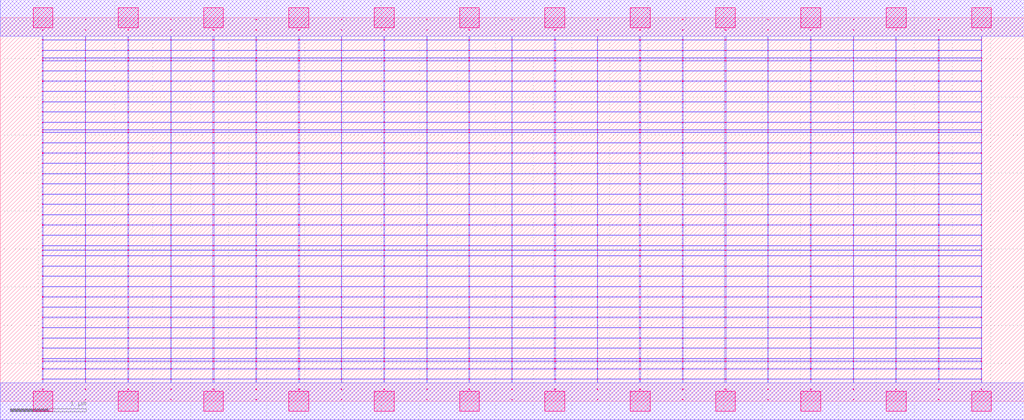
<source format=lef>
MACRO AOAAOAOI211211_DEBUG
 CLASS CORE ;
 FOREIGN AOAAOAOI211211_DEBUG 0 0 ;
 SIZE 13.44 BY 5.04 ;
 ORIGIN 0 0 ;
 SYMMETRY X Y R90 ;
 SITE unit ;

 OBS
    LAYER polycont ;
     RECT 6.71600000 0.15300000 6.72400000 0.16100000 ;
     RECT 6.71600000 0.28800000 6.72400000 0.29600000 ;
     RECT 6.71600000 0.42300000 6.72400000 0.43100000 ;
     RECT 6.71600000 0.52100000 6.72400000 0.52900000 ;
     RECT 6.71600000 0.55800000 6.72400000 0.56600000 ;
     RECT 6.71600000 0.69300000 6.72400000 0.70100000 ;
     RECT 6.71600000 0.82800000 6.72400000 0.83600000 ;
     RECT 6.71600000 0.96300000 6.72400000 0.97100000 ;
     RECT 6.71600000 1.09800000 6.72400000 1.10600000 ;
     RECT 6.71600000 1.23300000 6.72400000 1.24100000 ;
     RECT 6.71600000 1.36800000 6.72400000 1.37600000 ;
     RECT 6.71600000 1.50300000 6.72400000 1.51100000 ;
     RECT 6.71600000 1.63800000 6.72400000 1.64600000 ;
     RECT 6.71600000 1.77300000 6.72400000 1.78100000 ;
     RECT 6.71600000 1.90800000 6.72400000 1.91600000 ;
     RECT 6.71600000 1.98100000 6.72400000 1.98900000 ;
     RECT 6.71600000 2.04300000 6.72400000 2.05100000 ;
     RECT 6.71600000 2.17800000 6.72400000 2.18600000 ;
     RECT 6.71600000 2.31300000 6.72400000 2.32100000 ;
     RECT 6.71600000 2.44800000 6.72400000 2.45600000 ;
     RECT 6.71600000 2.58300000 6.72400000 2.59100000 ;
     RECT 6.71600000 2.71800000 6.72400000 2.72600000 ;
     RECT 6.71600000 2.85300000 6.72400000 2.86100000 ;
     RECT 6.71600000 2.98800000 6.72400000 2.99600000 ;
     RECT 11.19600000 3.79800000 11.20400000 3.80600000 ;
     RECT 11.75600000 3.79800000 11.76400000 3.80600000 ;
     RECT 12.31600000 3.79800000 12.32400000 3.80600000 ;
     RECT 12.87600000 3.79800000 12.88400000 3.80600000 ;
     RECT 11.19600000 3.93300000 11.20400000 3.94100000 ;
     RECT 11.75600000 3.93300000 11.76400000 3.94100000 ;
     RECT 12.31600000 3.93300000 12.32400000 3.94100000 ;
     RECT 12.87600000 3.93300000 12.88400000 3.94100000 ;
     RECT 11.19600000 4.06800000 11.20400000 4.07600000 ;
     RECT 11.75600000 4.06800000 11.76400000 4.07600000 ;
     RECT 12.31600000 4.06800000 12.32400000 4.07600000 ;
     RECT 12.87600000 4.06800000 12.88400000 4.07600000 ;
     RECT 11.19600000 4.20300000 11.20400000 4.21100000 ;
     RECT 11.75600000 4.20300000 11.76400000 4.21100000 ;
     RECT 12.31600000 4.20300000 12.32400000 4.21100000 ;
     RECT 12.87600000 4.20300000 12.88400000 4.21100000 ;
     RECT 11.19600000 4.33800000 11.20400000 4.34600000 ;
     RECT 11.75600000 4.33800000 11.76400000 4.34600000 ;
     RECT 12.31600000 4.33800000 12.32400000 4.34600000 ;
     RECT 12.87600000 4.33800000 12.88400000 4.34600000 ;
     RECT 11.19600000 4.47300000 11.20400000 4.48100000 ;
     RECT 11.75600000 4.47300000 11.76400000 4.48100000 ;
     RECT 12.31600000 4.47300000 12.32400000 4.48100000 ;
     RECT 12.87600000 4.47300000 12.88400000 4.48100000 ;
     RECT 11.19600000 4.51100000 11.20400000 4.51900000 ;
     RECT 11.75600000 4.51100000 11.76400000 4.51900000 ;
     RECT 12.31600000 4.51100000 12.32400000 4.51900000 ;
     RECT 12.87600000 4.51100000 12.88400000 4.51900000 ;
     RECT 11.19600000 4.60800000 11.20400000 4.61600000 ;
     RECT 11.75600000 4.60800000 11.76400000 4.61600000 ;
     RECT 12.31600000 4.60800000 12.32400000 4.61600000 ;
     RECT 12.87600000 4.60800000 12.88400000 4.61600000 ;
     RECT 11.19600000 4.74300000 11.20400000 4.75100000 ;
     RECT 11.75600000 4.74300000 11.76400000 4.75100000 ;
     RECT 12.31600000 4.74300000 12.32400000 4.75100000 ;
     RECT 12.87600000 4.74300000 12.88400000 4.75100000 ;
     RECT 11.19600000 4.87800000 11.20400000 4.88600000 ;
     RECT 11.75600000 4.87800000 11.76400000 4.88600000 ;
     RECT 12.31600000 4.87800000 12.32400000 4.88600000 ;
     RECT 12.87600000 4.87800000 12.88400000 4.88600000 ;
     RECT 8.95600000 2.58300000 8.96400000 2.59100000 ;
     RECT 9.51100000 2.58300000 9.52900000 2.59100000 ;
     RECT 7.27100000 2.58300000 7.28900000 2.59100000 ;
     RECT 7.27100000 2.71800000 7.28900000 2.72600000 ;
     RECT 7.83600000 2.71800000 7.84400000 2.72600000 ;
     RECT 8.39100000 2.71800000 8.40900000 2.72600000 ;
     RECT 8.95600000 2.71800000 8.96400000 2.72600000 ;
     RECT 9.51100000 2.71800000 9.52900000 2.72600000 ;
     RECT 7.83600000 2.58300000 7.84400000 2.59100000 ;
     RECT 7.27100000 2.85300000 7.28900000 2.86100000 ;
     RECT 7.83600000 2.85300000 7.84400000 2.86100000 ;
     RECT 8.39100000 2.85300000 8.40900000 2.86100000 ;
     RECT 8.95600000 2.85300000 8.96400000 2.86100000 ;
     RECT 9.51100000 2.85300000 9.52900000 2.86100000 ;
     RECT 8.39100000 2.58300000 8.40900000 2.59100000 ;
     RECT 7.27100000 2.98800000 7.28900000 2.99600000 ;
     RECT 7.83600000 2.98800000 7.84400000 2.99600000 ;
     RECT 8.39100000 2.98800000 8.40900000 2.99600000 ;
     RECT 8.95600000 2.98800000 8.96400000 2.99600000 ;
     RECT 9.51100000 2.98800000 9.52900000 2.99600000 ;
     RECT 11.19600000 3.56100000 11.20400000 3.56900000 ;
     RECT 11.75600000 3.56100000 11.76400000 3.56900000 ;
     RECT 12.31600000 3.56100000 12.32400000 3.56900000 ;
     RECT 12.87600000 3.56100000 12.88400000 3.56900000 ;
     RECT 11.19600000 3.66300000 11.20400000 3.67100000 ;
     RECT 11.75600000 3.66300000 11.76400000 3.67100000 ;
     RECT 12.31600000 3.66300000 12.32400000 3.67100000 ;
     RECT 12.87600000 3.66300000 12.88400000 3.67100000 ;
     RECT 10.07600000 2.58300000 10.08400000 2.59100000 ;
     RECT 10.63600000 2.58300000 10.64900000 2.59100000 ;
     RECT 11.19600000 2.58300000 11.20400000 2.59100000 ;
     RECT 11.75600000 2.58300000 11.76400000 2.59100000 ;
     RECT 12.31600000 2.58300000 12.32400000 2.59100000 ;
     RECT 12.87600000 2.58300000 12.88400000 2.59100000 ;
     RECT 10.07600000 2.85300000 10.08400000 2.86100000 ;
     RECT 10.63600000 2.85300000 10.64900000 2.86100000 ;
     RECT 11.19600000 2.85300000 11.20400000 2.86100000 ;
     RECT 11.75600000 2.85300000 11.76400000 2.86100000 ;
     RECT 12.31600000 2.85300000 12.32400000 2.86100000 ;
     RECT 12.87600000 2.85300000 12.88400000 2.86100000 ;
     RECT 10.07600000 2.71800000 10.08400000 2.72600000 ;
     RECT 10.63600000 2.71800000 10.64900000 2.72600000 ;
     RECT 11.19600000 2.71800000 11.20400000 2.72600000 ;
     RECT 11.75600000 2.71800000 11.76400000 2.72600000 ;
     RECT 12.31600000 2.71800000 12.32400000 2.72600000 ;
     RECT 12.87600000 2.71800000 12.88400000 2.72600000 ;
     RECT 10.07600000 2.98800000 10.08400000 2.99600000 ;
     RECT 10.63600000 2.98800000 10.64900000 2.99600000 ;
     RECT 11.19600000 2.98800000 11.20400000 2.99600000 ;
     RECT 11.75600000 2.98800000 11.76400000 2.99600000 ;
     RECT 12.31600000 2.98800000 12.32400000 2.99600000 ;
     RECT 12.87600000 2.98800000 12.88400000 2.99600000 ;
     RECT 11.19600000 3.12300000 11.20400000 3.13100000 ;
     RECT 11.75600000 3.12300000 11.76400000 3.13100000 ;
     RECT 12.31600000 3.12300000 12.32400000 3.13100000 ;
     RECT 12.87600000 3.12300000 12.88400000 3.13100000 ;
     RECT 11.19600000 3.25800000 11.20400000 3.26600000 ;
     RECT 11.75600000 3.25800000 11.76400000 3.26600000 ;
     RECT 12.31600000 3.25800000 12.32400000 3.26600000 ;
     RECT 12.87600000 3.25800000 12.88400000 3.26600000 ;
     RECT 11.19600000 3.39300000 11.20400000 3.40100000 ;
     RECT 11.75600000 3.39300000 11.76400000 3.40100000 ;
     RECT 12.31600000 3.39300000 12.32400000 3.40100000 ;
     RECT 12.87600000 3.39300000 12.88400000 3.40100000 ;
     RECT 11.19600000 3.52800000 11.20400000 3.53600000 ;
     RECT 11.75600000 3.52800000 11.76400000 3.53600000 ;
     RECT 12.31600000 3.52800000 12.32400000 3.53600000 ;
     RECT 12.87600000 3.52800000 12.88400000 3.53600000 ;
     RECT 5.59600000 3.56100000 5.60400000 3.56900000 ;
     RECT 5.03600000 2.71800000 5.04900000 2.72600000 ;
     RECT 5.59600000 2.71800000 5.60400000 2.72600000 ;
     RECT 6.15100000 2.71800000 6.16400000 2.72600000 ;
     RECT 1.11600000 2.58300000 1.12400000 2.59100000 ;
     RECT 5.59600000 3.66300000 5.60400000 3.67100000 ;
     RECT 1.67100000 2.58300000 1.68900000 2.59100000 ;
     RECT 0.55100000 2.98800000 0.56400000 2.99600000 ;
     RECT 1.11600000 2.98800000 1.12400000 2.99600000 ;
     RECT 1.67100000 2.98800000 1.68900000 2.99600000 ;
     RECT 5.59600000 3.79800000 5.60400000 3.80600000 ;
     RECT 2.23600000 2.98800000 2.24400000 2.99600000 ;
     RECT 2.79100000 2.98800000 2.80900000 2.99600000 ;
     RECT 3.35600000 2.98800000 3.36400000 2.99600000 ;
     RECT 3.91100000 2.98800000 3.92900000 2.99600000 ;
     RECT 5.59600000 3.93300000 5.60400000 3.94100000 ;
     RECT 4.47600000 2.98800000 4.48400000 2.99600000 ;
     RECT 5.03600000 2.98800000 5.04900000 2.99600000 ;
     RECT 5.59600000 2.98800000 5.60400000 2.99600000 ;
     RECT 6.15100000 2.98800000 6.16400000 2.99600000 ;
     RECT 5.59600000 4.06800000 5.60400000 4.07600000 ;
     RECT 2.23600000 2.58300000 2.24400000 2.59100000 ;
     RECT 2.79100000 2.58300000 2.80900000 2.59100000 ;
     RECT 3.35600000 2.58300000 3.36400000 2.59100000 ;
     RECT 3.91100000 2.58300000 3.92900000 2.59100000 ;
     RECT 5.59600000 4.20300000 5.60400000 4.21100000 ;
     RECT 4.47600000 2.58300000 4.48400000 2.59100000 ;
     RECT 5.03600000 2.58300000 5.04900000 2.59100000 ;
     RECT 5.59600000 2.58300000 5.60400000 2.59100000 ;
     RECT 6.15100000 2.58300000 6.16400000 2.59100000 ;
     RECT 5.59600000 4.33800000 5.60400000 4.34600000 ;
     RECT 0.55100000 2.58300000 0.56400000 2.59100000 ;
     RECT 0.55100000 2.71800000 0.56400000 2.72600000 ;
     RECT 0.55100000 2.85300000 0.56400000 2.86100000 ;
     RECT 1.11600000 2.85300000 1.12400000 2.86100000 ;
     RECT 5.59600000 4.47300000 5.60400000 4.48100000 ;
     RECT 5.59600000 3.12300000 5.60400000 3.13100000 ;
     RECT 1.67100000 2.85300000 1.68900000 2.86100000 ;
     RECT 2.23600000 2.85300000 2.24400000 2.86100000 ;
     RECT 2.79100000 2.85300000 2.80900000 2.86100000 ;
     RECT 5.59600000 4.51100000 5.60400000 4.51900000 ;
     RECT 3.35600000 2.85300000 3.36400000 2.86100000 ;
     RECT 5.59600000 3.25800000 5.60400000 3.26600000 ;
     RECT 3.91100000 2.85300000 3.92900000 2.86100000 ;
     RECT 4.47600000 2.85300000 4.48400000 2.86100000 ;
     RECT 5.59600000 4.60800000 5.60400000 4.61600000 ;
     RECT 5.03600000 2.85300000 5.04900000 2.86100000 ;
     RECT 5.59600000 2.85300000 5.60400000 2.86100000 ;
     RECT 5.59600000 3.39300000 5.60400000 3.40100000 ;
     RECT 6.15100000 2.85300000 6.16400000 2.86100000 ;
     RECT 5.59600000 4.74300000 5.60400000 4.75100000 ;
     RECT 1.11600000 2.71800000 1.12400000 2.72600000 ;
     RECT 1.67100000 2.71800000 1.68900000 2.72600000 ;
     RECT 2.23600000 2.71800000 2.24400000 2.72600000 ;
     RECT 5.59600000 3.52800000 5.60400000 3.53600000 ;
     RECT 5.59600000 4.87800000 5.60400000 4.88600000 ;
     RECT 2.79100000 2.71800000 2.80900000 2.72600000 ;
     RECT 3.35600000 2.71800000 3.36400000 2.72600000 ;
     RECT 3.91100000 2.71800000 3.92900000 2.72600000 ;
     RECT 4.47600000 2.71800000 4.48400000 2.72600000 ;
     RECT 3.35600000 2.04300000 3.36400000 2.05100000 ;
     RECT 3.35600000 1.09800000 3.36400000 1.10600000 ;
     RECT 3.35600000 2.17800000 3.36400000 2.18600000 ;
     RECT 3.35600000 0.55800000 3.36400000 0.56600000 ;
     RECT 3.35600000 2.31300000 3.36400000 2.32100000 ;
     RECT 3.35600000 1.23300000 3.36400000 1.24100000 ;
     RECT 3.35600000 2.44800000 3.36400000 2.45600000 ;
     RECT 3.35600000 0.42300000 3.36400000 0.43100000 ;
     RECT 3.35600000 1.36800000 3.36400000 1.37600000 ;
     RECT 3.35600000 0.69300000 3.36400000 0.70100000 ;
     RECT 3.35600000 1.50300000 3.36400000 1.51100000 ;
     RECT 3.35600000 0.28800000 3.36400000 0.29600000 ;
     RECT 3.35600000 1.63800000 3.36400000 1.64600000 ;
     RECT 3.35600000 0.82800000 3.36400000 0.83600000 ;
     RECT 3.35600000 1.77300000 3.36400000 1.78100000 ;
     RECT 3.35600000 0.52100000 3.36400000 0.52900000 ;
     RECT 3.35600000 1.90800000 3.36400000 1.91600000 ;
     RECT 3.35600000 0.96300000 3.36400000 0.97100000 ;
     RECT 3.35600000 1.98100000 3.36400000 1.98900000 ;
     RECT 3.35600000 0.15300000 3.36400000 0.16100000 ;
     RECT 11.19600000 1.50300000 11.20400000 1.51100000 ;
     RECT 11.19600000 2.17800000 11.20400000 2.18600000 ;
     RECT 11.19600000 0.52100000 11.20400000 0.52900000 ;
     RECT 11.19600000 0.69300000 11.20400000 0.70100000 ;
     RECT 11.19600000 2.31300000 11.20400000 2.32100000 ;
     RECT 11.19600000 1.63800000 11.20400000 1.64600000 ;
     RECT 11.19600000 1.09800000 11.20400000 1.10600000 ;
     RECT 11.19600000 2.44800000 11.20400000 2.45600000 ;
     RECT 11.19600000 0.42300000 11.20400000 0.43100000 ;
     RECT 11.19600000 1.77300000 11.20400000 1.78100000 ;
     RECT 11.19600000 0.15300000 11.20400000 0.16100000 ;
     RECT 11.19600000 1.23300000 11.20400000 1.24100000 ;
     RECT 11.19600000 1.90800000 11.20400000 1.91600000 ;
     RECT 11.19600000 0.82800000 11.20400000 0.83600000 ;
     RECT 11.19600000 0.55800000 11.20400000 0.56600000 ;
     RECT 11.19600000 1.98100000 11.20400000 1.98900000 ;
     RECT 11.19600000 1.36800000 11.20400000 1.37600000 ;
     RECT 11.19600000 0.28800000 11.20400000 0.29600000 ;
     RECT 11.19600000 2.04300000 11.20400000 2.05100000 ;
     RECT 11.19600000 0.96300000 11.20400000 0.97100000 ;

    LAYER pdiffc ;
     RECT 0.55100000 3.39300000 0.55900000 3.40100000 ;
     RECT 5.04100000 3.39300000 5.04900000 3.40100000 ;
     RECT 6.15100000 3.39300000 6.15900000 3.40100000 ;
     RECT 10.64100000 3.39300000 10.64900000 3.40100000 ;
     RECT 0.55100000 3.52800000 0.55900000 3.53600000 ;
     RECT 5.04100000 3.52800000 5.04900000 3.53600000 ;
     RECT 6.15100000 3.52800000 6.15900000 3.53600000 ;
     RECT 10.64100000 3.52800000 10.64900000 3.53600000 ;
     RECT 0.55100000 3.56100000 0.55900000 3.56900000 ;
     RECT 5.04100000 3.56100000 5.04900000 3.56900000 ;
     RECT 6.15100000 3.56100000 6.15900000 3.56900000 ;
     RECT 10.64100000 3.56100000 10.64900000 3.56900000 ;
     RECT 0.55100000 3.66300000 0.55900000 3.67100000 ;
     RECT 5.04100000 3.66300000 5.04900000 3.67100000 ;
     RECT 6.15100000 3.66300000 6.15900000 3.67100000 ;
     RECT 10.64100000 3.66300000 10.64900000 3.67100000 ;
     RECT 0.55100000 3.79800000 0.55900000 3.80600000 ;
     RECT 5.04100000 3.79800000 5.04900000 3.80600000 ;
     RECT 6.15100000 3.79800000 6.15900000 3.80600000 ;
     RECT 10.64100000 3.79800000 10.64900000 3.80600000 ;
     RECT 0.55100000 3.93300000 0.55900000 3.94100000 ;
     RECT 5.04100000 3.93300000 5.04900000 3.94100000 ;
     RECT 6.15100000 3.93300000 6.15900000 3.94100000 ;
     RECT 10.64100000 3.93300000 10.64900000 3.94100000 ;
     RECT 0.55100000 4.06800000 0.55900000 4.07600000 ;
     RECT 5.04100000 4.06800000 5.04900000 4.07600000 ;
     RECT 6.15100000 4.06800000 6.15900000 4.07600000 ;
     RECT 10.64100000 4.06800000 10.64900000 4.07600000 ;
     RECT 0.55100000 4.20300000 0.55900000 4.21100000 ;
     RECT 5.04100000 4.20300000 5.04900000 4.21100000 ;
     RECT 6.15100000 4.20300000 6.15900000 4.21100000 ;
     RECT 10.64100000 4.20300000 10.64900000 4.21100000 ;
     RECT 0.55100000 4.33800000 0.55900000 4.34600000 ;
     RECT 5.04100000 4.33800000 5.04900000 4.34600000 ;
     RECT 6.15100000 4.33800000 6.15900000 4.34600000 ;
     RECT 10.64100000 4.33800000 10.64900000 4.34600000 ;
     RECT 0.55100000 4.47300000 0.55900000 4.48100000 ;
     RECT 5.04100000 4.47300000 5.04900000 4.48100000 ;
     RECT 6.15100000 4.47300000 6.15900000 4.48100000 ;
     RECT 10.64100000 4.47300000 10.64900000 4.48100000 ;
     RECT 0.55100000 4.51100000 0.55900000 4.51900000 ;
     RECT 5.04100000 4.51100000 5.04900000 4.51900000 ;
     RECT 6.15100000 4.51100000 6.15900000 4.51900000 ;
     RECT 10.64100000 4.51100000 10.64900000 4.51900000 ;
     RECT 0.55100000 4.60800000 0.55900000 4.61600000 ;
     RECT 5.04100000 4.60800000 5.04900000 4.61600000 ;
     RECT 6.15100000 4.60800000 6.15900000 4.61600000 ;
     RECT 10.64100000 4.60800000 10.64900000 4.61600000 ;

    LAYER ndiffc ;
     RECT 7.27100000 0.42300000 7.28900000 0.43100000 ;
     RECT 8.39100000 0.42300000 8.40900000 0.43100000 ;
     RECT 9.51100000 0.42300000 9.52900000 0.43100000 ;
     RECT 10.63600000 0.42300000 10.64900000 0.43100000 ;
     RECT 11.75600000 0.42300000 11.76400000 0.43100000 ;
     RECT 12.87600000 0.42300000 12.88400000 0.43100000 ;
     RECT 7.27100000 0.52100000 7.28900000 0.52900000 ;
     RECT 8.39100000 0.52100000 8.40900000 0.52900000 ;
     RECT 9.51100000 0.52100000 9.52900000 0.52900000 ;
     RECT 10.63600000 0.52100000 10.64900000 0.52900000 ;
     RECT 11.75600000 0.52100000 11.76400000 0.52900000 ;
     RECT 12.87600000 0.52100000 12.88400000 0.52900000 ;
     RECT 7.27100000 0.55800000 7.28900000 0.56600000 ;
     RECT 8.39100000 0.55800000 8.40900000 0.56600000 ;
     RECT 9.51100000 0.55800000 9.52900000 0.56600000 ;
     RECT 10.63600000 0.55800000 10.64900000 0.56600000 ;
     RECT 11.75600000 0.55800000 11.76400000 0.56600000 ;
     RECT 12.87600000 0.55800000 12.88400000 0.56600000 ;
     RECT 7.27100000 0.69300000 7.28900000 0.70100000 ;
     RECT 8.39100000 0.69300000 8.40900000 0.70100000 ;
     RECT 9.51100000 0.69300000 9.52900000 0.70100000 ;
     RECT 10.63600000 0.69300000 10.64900000 0.70100000 ;
     RECT 11.75600000 0.69300000 11.76400000 0.70100000 ;
     RECT 12.87600000 0.69300000 12.88400000 0.70100000 ;
     RECT 7.27100000 0.82800000 7.28900000 0.83600000 ;
     RECT 8.39100000 0.82800000 8.40900000 0.83600000 ;
     RECT 9.51100000 0.82800000 9.52900000 0.83600000 ;
     RECT 10.63600000 0.82800000 10.64900000 0.83600000 ;
     RECT 11.75600000 0.82800000 11.76400000 0.83600000 ;
     RECT 12.87600000 0.82800000 12.88400000 0.83600000 ;
     RECT 7.27100000 0.96300000 7.28900000 0.97100000 ;
     RECT 8.39100000 0.96300000 8.40900000 0.97100000 ;
     RECT 9.51100000 0.96300000 9.52900000 0.97100000 ;
     RECT 10.63600000 0.96300000 10.64900000 0.97100000 ;
     RECT 11.75600000 0.96300000 11.76400000 0.97100000 ;
     RECT 12.87600000 0.96300000 12.88400000 0.97100000 ;
     RECT 7.27100000 1.09800000 7.28900000 1.10600000 ;
     RECT 8.39100000 1.09800000 8.40900000 1.10600000 ;
     RECT 9.51100000 1.09800000 9.52900000 1.10600000 ;
     RECT 10.63600000 1.09800000 10.64900000 1.10600000 ;
     RECT 11.75600000 1.09800000 11.76400000 1.10600000 ;
     RECT 12.87600000 1.09800000 12.88400000 1.10600000 ;
     RECT 7.27100000 1.23300000 7.28900000 1.24100000 ;
     RECT 8.39100000 1.23300000 8.40900000 1.24100000 ;
     RECT 9.51100000 1.23300000 9.52900000 1.24100000 ;
     RECT 10.63600000 1.23300000 10.64900000 1.24100000 ;
     RECT 11.75600000 1.23300000 11.76400000 1.24100000 ;
     RECT 12.87600000 1.23300000 12.88400000 1.24100000 ;
     RECT 7.27100000 1.36800000 7.28900000 1.37600000 ;
     RECT 8.39100000 1.36800000 8.40900000 1.37600000 ;
     RECT 9.51100000 1.36800000 9.52900000 1.37600000 ;
     RECT 10.63600000 1.36800000 10.64900000 1.37600000 ;
     RECT 11.75600000 1.36800000 11.76400000 1.37600000 ;
     RECT 12.87600000 1.36800000 12.88400000 1.37600000 ;
     RECT 7.27100000 1.50300000 7.28900000 1.51100000 ;
     RECT 8.39100000 1.50300000 8.40900000 1.51100000 ;
     RECT 9.51100000 1.50300000 9.52900000 1.51100000 ;
     RECT 10.63600000 1.50300000 10.64900000 1.51100000 ;
     RECT 11.75600000 1.50300000 11.76400000 1.51100000 ;
     RECT 12.87600000 1.50300000 12.88400000 1.51100000 ;
     RECT 7.27100000 1.63800000 7.28900000 1.64600000 ;
     RECT 8.39100000 1.63800000 8.40900000 1.64600000 ;
     RECT 9.51100000 1.63800000 9.52900000 1.64600000 ;
     RECT 10.63600000 1.63800000 10.64900000 1.64600000 ;
     RECT 11.75600000 1.63800000 11.76400000 1.64600000 ;
     RECT 12.87600000 1.63800000 12.88400000 1.64600000 ;
     RECT 7.27100000 1.77300000 7.28900000 1.78100000 ;
     RECT 8.39100000 1.77300000 8.40900000 1.78100000 ;
     RECT 9.51100000 1.77300000 9.52900000 1.78100000 ;
     RECT 10.63600000 1.77300000 10.64900000 1.78100000 ;
     RECT 11.75600000 1.77300000 11.76400000 1.78100000 ;
     RECT 12.87600000 1.77300000 12.88400000 1.78100000 ;
     RECT 7.27100000 1.90800000 7.28900000 1.91600000 ;
     RECT 8.39100000 1.90800000 8.40900000 1.91600000 ;
     RECT 9.51100000 1.90800000 9.52900000 1.91600000 ;
     RECT 10.63600000 1.90800000 10.64900000 1.91600000 ;
     RECT 11.75600000 1.90800000 11.76400000 1.91600000 ;
     RECT 12.87600000 1.90800000 12.88400000 1.91600000 ;
     RECT 7.27100000 1.98100000 7.28900000 1.98900000 ;
     RECT 8.39100000 1.98100000 8.40900000 1.98900000 ;
     RECT 9.51100000 1.98100000 9.52900000 1.98900000 ;
     RECT 10.63600000 1.98100000 10.64900000 1.98900000 ;
     RECT 11.75600000 1.98100000 11.76400000 1.98900000 ;
     RECT 12.87600000 1.98100000 12.88400000 1.98900000 ;
     RECT 7.27100000 2.04300000 7.28900000 2.05100000 ;
     RECT 8.39100000 2.04300000 8.40900000 2.05100000 ;
     RECT 9.51100000 2.04300000 9.52900000 2.05100000 ;
     RECT 10.63600000 2.04300000 10.64900000 2.05100000 ;
     RECT 11.75600000 2.04300000 11.76400000 2.05100000 ;
     RECT 12.87600000 2.04300000 12.88400000 2.05100000 ;
     RECT 0.55100000 0.42300000 0.56400000 0.43100000 ;
     RECT 1.67100000 0.42300000 1.68900000 0.43100000 ;
     RECT 2.79100000 0.42300000 2.80900000 0.43100000 ;
     RECT 3.91100000 0.42300000 3.92900000 0.43100000 ;
     RECT 5.03600000 0.42300000 5.04900000 0.43100000 ;
     RECT 6.15100000 0.42300000 6.16400000 0.43100000 ;
     RECT 0.55100000 1.36800000 0.56400000 1.37600000 ;
     RECT 1.67100000 1.36800000 1.68900000 1.37600000 ;
     RECT 2.79100000 1.36800000 2.80900000 1.37600000 ;
     RECT 3.91100000 1.36800000 3.92900000 1.37600000 ;
     RECT 5.03600000 1.36800000 5.04900000 1.37600000 ;
     RECT 6.15100000 1.36800000 6.16400000 1.37600000 ;
     RECT 0.55100000 0.82800000 0.56400000 0.83600000 ;
     RECT 1.67100000 0.82800000 1.68900000 0.83600000 ;
     RECT 2.79100000 0.82800000 2.80900000 0.83600000 ;
     RECT 3.91100000 0.82800000 3.92900000 0.83600000 ;
     RECT 5.03600000 0.82800000 5.04900000 0.83600000 ;
     RECT 6.15100000 0.82800000 6.16400000 0.83600000 ;
     RECT 0.55100000 1.50300000 0.56400000 1.51100000 ;
     RECT 1.67100000 1.50300000 1.68900000 1.51100000 ;
     RECT 2.79100000 1.50300000 2.80900000 1.51100000 ;
     RECT 3.91100000 1.50300000 3.92900000 1.51100000 ;
     RECT 5.03600000 1.50300000 5.04900000 1.51100000 ;
     RECT 6.15100000 1.50300000 6.16400000 1.51100000 ;
     RECT 0.55100000 0.55800000 0.56400000 0.56600000 ;
     RECT 1.67100000 0.55800000 1.68900000 0.56600000 ;
     RECT 2.79100000 0.55800000 2.80900000 0.56600000 ;
     RECT 3.91100000 0.55800000 3.92900000 0.56600000 ;
     RECT 5.03600000 0.55800000 5.04900000 0.56600000 ;
     RECT 6.15100000 0.55800000 6.16400000 0.56600000 ;
     RECT 0.55100000 1.63800000 0.56400000 1.64600000 ;
     RECT 1.67100000 1.63800000 1.68900000 1.64600000 ;
     RECT 2.79100000 1.63800000 2.80900000 1.64600000 ;
     RECT 3.91100000 1.63800000 3.92900000 1.64600000 ;
     RECT 5.03600000 1.63800000 5.04900000 1.64600000 ;
     RECT 6.15100000 1.63800000 6.16400000 1.64600000 ;
     RECT 0.55100000 0.96300000 0.56400000 0.97100000 ;
     RECT 1.67100000 0.96300000 1.68900000 0.97100000 ;
     RECT 2.79100000 0.96300000 2.80900000 0.97100000 ;
     RECT 3.91100000 0.96300000 3.92900000 0.97100000 ;
     RECT 5.03600000 0.96300000 5.04900000 0.97100000 ;
     RECT 6.15100000 0.96300000 6.16400000 0.97100000 ;
     RECT 0.55100000 1.77300000 0.56400000 1.78100000 ;
     RECT 1.67100000 1.77300000 1.68900000 1.78100000 ;
     RECT 2.79100000 1.77300000 2.80900000 1.78100000 ;
     RECT 3.91100000 1.77300000 3.92900000 1.78100000 ;
     RECT 5.03600000 1.77300000 5.04900000 1.78100000 ;
     RECT 6.15100000 1.77300000 6.16400000 1.78100000 ;
     RECT 0.55100000 0.52100000 0.56400000 0.52900000 ;
     RECT 1.67100000 0.52100000 1.68900000 0.52900000 ;
     RECT 2.79100000 0.52100000 2.80900000 0.52900000 ;
     RECT 3.91100000 0.52100000 3.92900000 0.52900000 ;
     RECT 5.03600000 0.52100000 5.04900000 0.52900000 ;
     RECT 6.15100000 0.52100000 6.16400000 0.52900000 ;
     RECT 0.55100000 1.90800000 0.56400000 1.91600000 ;
     RECT 1.67100000 1.90800000 1.68900000 1.91600000 ;
     RECT 2.79100000 1.90800000 2.80900000 1.91600000 ;
     RECT 3.91100000 1.90800000 3.92900000 1.91600000 ;
     RECT 5.03600000 1.90800000 5.04900000 1.91600000 ;
     RECT 6.15100000 1.90800000 6.16400000 1.91600000 ;
     RECT 0.55100000 1.09800000 0.56400000 1.10600000 ;
     RECT 1.67100000 1.09800000 1.68900000 1.10600000 ;
     RECT 2.79100000 1.09800000 2.80900000 1.10600000 ;
     RECT 3.91100000 1.09800000 3.92900000 1.10600000 ;
     RECT 5.03600000 1.09800000 5.04900000 1.10600000 ;
     RECT 6.15100000 1.09800000 6.16400000 1.10600000 ;
     RECT 0.55100000 1.98100000 0.56400000 1.98900000 ;
     RECT 1.67100000 1.98100000 1.68900000 1.98900000 ;
     RECT 2.79100000 1.98100000 2.80900000 1.98900000 ;
     RECT 3.91100000 1.98100000 3.92900000 1.98900000 ;
     RECT 5.03600000 1.98100000 5.04900000 1.98900000 ;
     RECT 6.15100000 1.98100000 6.16400000 1.98900000 ;
     RECT 0.55100000 0.69300000 0.56400000 0.70100000 ;
     RECT 1.67100000 0.69300000 1.68900000 0.70100000 ;
     RECT 2.79100000 0.69300000 2.80900000 0.70100000 ;
     RECT 3.91100000 0.69300000 3.92900000 0.70100000 ;
     RECT 5.03600000 0.69300000 5.04900000 0.70100000 ;
     RECT 6.15100000 0.69300000 6.16400000 0.70100000 ;
     RECT 0.55100000 2.04300000 0.56400000 2.05100000 ;
     RECT 1.67100000 2.04300000 1.68900000 2.05100000 ;
     RECT 2.79100000 2.04300000 2.80900000 2.05100000 ;
     RECT 3.91100000 2.04300000 3.92900000 2.05100000 ;
     RECT 5.03600000 2.04300000 5.04900000 2.05100000 ;
     RECT 6.15100000 2.04300000 6.16400000 2.05100000 ;
     RECT 0.55100000 1.23300000 0.56400000 1.24100000 ;
     RECT 1.67100000 1.23300000 1.68900000 1.24100000 ;
     RECT 2.79100000 1.23300000 2.80900000 1.24100000 ;
     RECT 3.91100000 1.23300000 3.92900000 1.24100000 ;
     RECT 5.03600000 1.23300000 5.04900000 1.24100000 ;
     RECT 6.15100000 1.23300000 6.16400000 1.24100000 ;

    LAYER met1 ;
     RECT 0.00000000 -0.24000000 13.44000000 0.24000000 ;
     RECT 6.71600000 0.24000000 6.72400000 0.28800000 ;
     RECT 0.55100000 0.28800000 12.88400000 0.29600000 ;
     RECT 6.71600000 0.29600000 6.72400000 0.42300000 ;
     RECT 0.55100000 0.42300000 12.88400000 0.43100000 ;
     RECT 6.71600000 0.43100000 6.72400000 0.52100000 ;
     RECT 0.55100000 0.52100000 12.88400000 0.52900000 ;
     RECT 6.71600000 0.52900000 6.72400000 0.55800000 ;
     RECT 0.55100000 0.55800000 12.88400000 0.56600000 ;
     RECT 6.71600000 0.56600000 6.72400000 0.69300000 ;
     RECT 0.55100000 0.69300000 12.88400000 0.70100000 ;
     RECT 6.71600000 0.70100000 6.72400000 0.82800000 ;
     RECT 0.55100000 0.82800000 12.88400000 0.83600000 ;
     RECT 6.71600000 0.83600000 6.72400000 0.96300000 ;
     RECT 0.55100000 0.96300000 12.88400000 0.97100000 ;
     RECT 6.71600000 0.97100000 6.72400000 1.09800000 ;
     RECT 0.55100000 1.09800000 12.88400000 1.10600000 ;
     RECT 6.71600000 1.10600000 6.72400000 1.23300000 ;
     RECT 0.55100000 1.23300000 12.88400000 1.24100000 ;
     RECT 6.71600000 1.24100000 6.72400000 1.36800000 ;
     RECT 0.55100000 1.36800000 12.88400000 1.37600000 ;
     RECT 6.71600000 1.37600000 6.72400000 1.50300000 ;
     RECT 0.55100000 1.50300000 12.88400000 1.51100000 ;
     RECT 6.71600000 1.51100000 6.72400000 1.63800000 ;
     RECT 0.55100000 1.63800000 12.88400000 1.64600000 ;
     RECT 6.71600000 1.64600000 6.72400000 1.77300000 ;
     RECT 0.55100000 1.77300000 12.88400000 1.78100000 ;
     RECT 6.71600000 1.78100000 6.72400000 1.90800000 ;
     RECT 0.55100000 1.90800000 12.88400000 1.91600000 ;
     RECT 6.71600000 1.91600000 6.72400000 1.98100000 ;
     RECT 0.55100000 1.98100000 12.88400000 1.98900000 ;
     RECT 6.71600000 1.98900000 6.72400000 2.04300000 ;
     RECT 0.55100000 2.04300000 12.88400000 2.05100000 ;
     RECT 6.71600000 2.05100000 6.72400000 2.17800000 ;
     RECT 0.55100000 2.17800000 12.88400000 2.18600000 ;
     RECT 6.71600000 2.18600000 6.72400000 2.31300000 ;
     RECT 0.55100000 2.31300000 12.88400000 2.32100000 ;
     RECT 6.71600000 2.32100000 6.72400000 2.44800000 ;
     RECT 0.55100000 2.44800000 12.88400000 2.45600000 ;
     RECT 0.55100000 2.45600000 0.56400000 2.58300000 ;
     RECT 1.11600000 2.45600000 1.12400000 2.58300000 ;
     RECT 1.67100000 2.45600000 1.68900000 2.58300000 ;
     RECT 2.23600000 2.45600000 2.24400000 2.58300000 ;
     RECT 2.79100000 2.45600000 2.80900000 2.58300000 ;
     RECT 3.35600000 2.45600000 3.36400000 2.58300000 ;
     RECT 3.91100000 2.45600000 3.92900000 2.58300000 ;
     RECT 4.47600000 2.45600000 4.48400000 2.58300000 ;
     RECT 5.03600000 2.45600000 5.04900000 2.58300000 ;
     RECT 5.59600000 2.45600000 5.60400000 2.58300000 ;
     RECT 6.15100000 2.45600000 6.16400000 2.58300000 ;
     RECT 6.71600000 2.45600000 6.72400000 2.58300000 ;
     RECT 7.27100000 2.45600000 7.28900000 2.58300000 ;
     RECT 7.83600000 2.45600000 7.84400000 2.58300000 ;
     RECT 8.39100000 2.45600000 8.40900000 2.58300000 ;
     RECT 8.95600000 2.45600000 8.96400000 2.58300000 ;
     RECT 9.51100000 2.45600000 9.52900000 2.58300000 ;
     RECT 10.07600000 2.45600000 10.08400000 2.58300000 ;
     RECT 10.63600000 2.45600000 10.64900000 2.58300000 ;
     RECT 11.19600000 2.45600000 11.20400000 2.58300000 ;
     RECT 11.75600000 2.45600000 11.76400000 2.58300000 ;
     RECT 12.31600000 2.45600000 12.32400000 2.58300000 ;
     RECT 12.87600000 2.45600000 12.88400000 2.58300000 ;
     RECT 0.55100000 2.58300000 12.88400000 2.59100000 ;
     RECT 6.71600000 2.59100000 6.72400000 2.71800000 ;
     RECT 0.55100000 2.71800000 12.88400000 2.72600000 ;
     RECT 6.71600000 2.72600000 6.72400000 2.85300000 ;
     RECT 0.55100000 2.85300000 12.88400000 2.86100000 ;
     RECT 6.71600000 2.86100000 6.72400000 2.98800000 ;
     RECT 0.55100000 2.98800000 12.88400000 2.99600000 ;
     RECT 6.71600000 2.99600000 6.72400000 3.12300000 ;
     RECT 0.55100000 3.12300000 12.88400000 3.13100000 ;
     RECT 6.71600000 3.13100000 6.72400000 3.25800000 ;
     RECT 0.55100000 3.25800000 12.88400000 3.26600000 ;
     RECT 6.71600000 3.26600000 6.72400000 3.39300000 ;
     RECT 0.55100000 3.39300000 12.88400000 3.40100000 ;
     RECT 6.71600000 3.40100000 6.72400000 3.52800000 ;
     RECT 0.55100000 3.52800000 12.88400000 3.53600000 ;
     RECT 6.71600000 3.53600000 6.72400000 3.56100000 ;
     RECT 0.55100000 3.56100000 12.88400000 3.56900000 ;
     RECT 6.71600000 3.56900000 6.72400000 3.66300000 ;
     RECT 0.55100000 3.66300000 12.88400000 3.67100000 ;
     RECT 6.71600000 3.67100000 6.72400000 3.79800000 ;
     RECT 0.55100000 3.79800000 12.88400000 3.80600000 ;
     RECT 6.71600000 3.80600000 6.72400000 3.93300000 ;
     RECT 0.55100000 3.93300000 12.88400000 3.94100000 ;
     RECT 6.71600000 3.94100000 6.72400000 4.06800000 ;
     RECT 0.55100000 4.06800000 12.88400000 4.07600000 ;
     RECT 6.71600000 4.07600000 6.72400000 4.20300000 ;
     RECT 0.55100000 4.20300000 12.88400000 4.21100000 ;
     RECT 6.71600000 4.21100000 6.72400000 4.33800000 ;
     RECT 0.55100000 4.33800000 12.88400000 4.34600000 ;
     RECT 6.71600000 4.34600000 6.72400000 4.47300000 ;
     RECT 0.55100000 4.47300000 12.88400000 4.48100000 ;
     RECT 6.71600000 4.48100000 6.72400000 4.51100000 ;
     RECT 0.55100000 4.51100000 12.88400000 4.51900000 ;
     RECT 6.71600000 4.51900000 6.72400000 4.60800000 ;
     RECT 0.55100000 4.60800000 12.88400000 4.61600000 ;
     RECT 6.71600000 4.61600000 6.72400000 4.74300000 ;
     RECT 0.55100000 4.74300000 12.88400000 4.75100000 ;
     RECT 6.71600000 4.75100000 6.72400000 4.80000000 ;
     RECT 0.00000000 4.80000000 13.44000000 5.28000000 ;
     RECT 10.07600000 2.59100000 10.08400000 2.71800000 ;
     RECT 10.07600000 2.99600000 10.08400000 3.12300000 ;
     RECT 10.07600000 3.13100000 10.08400000 3.25800000 ;
     RECT 10.07600000 3.26600000 10.08400000 3.39300000 ;
     RECT 10.07600000 3.40100000 10.08400000 3.52800000 ;
     RECT 10.07600000 3.53600000 10.08400000 3.56100000 ;
     RECT 10.07600000 3.56900000 10.08400000 3.66300000 ;
     RECT 10.07600000 3.67100000 10.08400000 3.79800000 ;
     RECT 10.07600000 2.72600000 10.08400000 2.85300000 ;
     RECT 7.27100000 3.80600000 7.28900000 3.93300000 ;
     RECT 7.83600000 3.80600000 7.84400000 3.93300000 ;
     RECT 8.39100000 3.80600000 8.40900000 3.93300000 ;
     RECT 8.95600000 3.80600000 8.96400000 3.93300000 ;
     RECT 9.51100000 3.80600000 9.52900000 3.93300000 ;
     RECT 10.07600000 3.80600000 10.08400000 3.93300000 ;
     RECT 10.63600000 3.80600000 10.64900000 3.93300000 ;
     RECT 11.19600000 3.80600000 11.20400000 3.93300000 ;
     RECT 11.75600000 3.80600000 11.76400000 3.93300000 ;
     RECT 12.31600000 3.80600000 12.32400000 3.93300000 ;
     RECT 12.87600000 3.80600000 12.88400000 3.93300000 ;
     RECT 10.07600000 3.94100000 10.08400000 4.06800000 ;
     RECT 10.07600000 4.07600000 10.08400000 4.20300000 ;
     RECT 10.07600000 4.21100000 10.08400000 4.33800000 ;
     RECT 10.07600000 4.34600000 10.08400000 4.47300000 ;
     RECT 10.07600000 4.48100000 10.08400000 4.51100000 ;
     RECT 10.07600000 2.86100000 10.08400000 2.98800000 ;
     RECT 10.07600000 4.51900000 10.08400000 4.60800000 ;
     RECT 10.07600000 4.61600000 10.08400000 4.74300000 ;
     RECT 10.07600000 4.75100000 10.08400000 4.80000000 ;
     RECT 11.75600000 4.07600000 11.76400000 4.20300000 ;
     RECT 12.31600000 4.07600000 12.32400000 4.20300000 ;
     RECT 12.87600000 4.07600000 12.88400000 4.20300000 ;
     RECT 11.19600000 3.94100000 11.20400000 4.06800000 ;
     RECT 10.63600000 4.21100000 10.64900000 4.33800000 ;
     RECT 11.19600000 4.21100000 11.20400000 4.33800000 ;
     RECT 11.75600000 4.21100000 11.76400000 4.33800000 ;
     RECT 12.31600000 4.21100000 12.32400000 4.33800000 ;
     RECT 12.87600000 4.21100000 12.88400000 4.33800000 ;
     RECT 11.75600000 3.94100000 11.76400000 4.06800000 ;
     RECT 10.63600000 4.34600000 10.64900000 4.47300000 ;
     RECT 11.19600000 4.34600000 11.20400000 4.47300000 ;
     RECT 11.75600000 4.34600000 11.76400000 4.47300000 ;
     RECT 12.31600000 4.34600000 12.32400000 4.47300000 ;
     RECT 12.87600000 4.34600000 12.88400000 4.47300000 ;
     RECT 12.31600000 3.94100000 12.32400000 4.06800000 ;
     RECT 10.63600000 4.48100000 10.64900000 4.51100000 ;
     RECT 11.19600000 4.48100000 11.20400000 4.51100000 ;
     RECT 11.75600000 4.48100000 11.76400000 4.51100000 ;
     RECT 12.31600000 4.48100000 12.32400000 4.51100000 ;
     RECT 12.87600000 4.48100000 12.88400000 4.51100000 ;
     RECT 12.87600000 3.94100000 12.88400000 4.06800000 ;
     RECT 10.63600000 3.94100000 10.64900000 4.06800000 ;
     RECT 10.63600000 4.51900000 10.64900000 4.60800000 ;
     RECT 11.19600000 4.51900000 11.20400000 4.60800000 ;
     RECT 11.75600000 4.51900000 11.76400000 4.60800000 ;
     RECT 12.31600000 4.51900000 12.32400000 4.60800000 ;
     RECT 12.87600000 4.51900000 12.88400000 4.60800000 ;
     RECT 10.63600000 4.07600000 10.64900000 4.20300000 ;
     RECT 10.63600000 4.61600000 10.64900000 4.74300000 ;
     RECT 11.19600000 4.61600000 11.20400000 4.74300000 ;
     RECT 11.75600000 4.61600000 11.76400000 4.74300000 ;
     RECT 12.31600000 4.61600000 12.32400000 4.74300000 ;
     RECT 12.87600000 4.61600000 12.88400000 4.74300000 ;
     RECT 11.19600000 4.07600000 11.20400000 4.20300000 ;
     RECT 10.63600000 4.75100000 10.64900000 4.80000000 ;
     RECT 11.19600000 4.75100000 11.20400000 4.80000000 ;
     RECT 11.75600000 4.75100000 11.76400000 4.80000000 ;
     RECT 12.31600000 4.75100000 12.32400000 4.80000000 ;
     RECT 12.87600000 4.75100000 12.88400000 4.80000000 ;
     RECT 8.39100000 4.21100000 8.40900000 4.33800000 ;
     RECT 8.95600000 4.21100000 8.96400000 4.33800000 ;
     RECT 9.51100000 4.21100000 9.52900000 4.33800000 ;
     RECT 7.83600000 4.07600000 7.84400000 4.20300000 ;
     RECT 8.39100000 4.07600000 8.40900000 4.20300000 ;
     RECT 8.95600000 4.07600000 8.96400000 4.20300000 ;
     RECT 9.51100000 4.07600000 9.52900000 4.20300000 ;
     RECT 7.27100000 4.51900000 7.28900000 4.60800000 ;
     RECT 7.83600000 4.51900000 7.84400000 4.60800000 ;
     RECT 8.39100000 4.51900000 8.40900000 4.60800000 ;
     RECT 8.95600000 4.51900000 8.96400000 4.60800000 ;
     RECT 9.51100000 4.51900000 9.52900000 4.60800000 ;
     RECT 7.83600000 3.94100000 7.84400000 4.06800000 ;
     RECT 8.39100000 3.94100000 8.40900000 4.06800000 ;
     RECT 7.27100000 4.34600000 7.28900000 4.47300000 ;
     RECT 7.83600000 4.34600000 7.84400000 4.47300000 ;
     RECT 8.39100000 4.34600000 8.40900000 4.47300000 ;
     RECT 8.95600000 4.34600000 8.96400000 4.47300000 ;
     RECT 7.27100000 4.61600000 7.28900000 4.74300000 ;
     RECT 7.83600000 4.61600000 7.84400000 4.74300000 ;
     RECT 8.39100000 4.61600000 8.40900000 4.74300000 ;
     RECT 8.95600000 4.61600000 8.96400000 4.74300000 ;
     RECT 9.51100000 4.61600000 9.52900000 4.74300000 ;
     RECT 9.51100000 4.34600000 9.52900000 4.47300000 ;
     RECT 8.95600000 3.94100000 8.96400000 4.06800000 ;
     RECT 9.51100000 3.94100000 9.52900000 4.06800000 ;
     RECT 7.27100000 3.94100000 7.28900000 4.06800000 ;
     RECT 7.27100000 4.07600000 7.28900000 4.20300000 ;
     RECT 7.27100000 4.21100000 7.28900000 4.33800000 ;
     RECT 7.27100000 4.75100000 7.28900000 4.80000000 ;
     RECT 7.83600000 4.75100000 7.84400000 4.80000000 ;
     RECT 8.39100000 4.75100000 8.40900000 4.80000000 ;
     RECT 8.95600000 4.75100000 8.96400000 4.80000000 ;
     RECT 9.51100000 4.75100000 9.52900000 4.80000000 ;
     RECT 7.83600000 4.21100000 7.84400000 4.33800000 ;
     RECT 7.27100000 4.48100000 7.28900000 4.51100000 ;
     RECT 7.83600000 4.48100000 7.84400000 4.51100000 ;
     RECT 8.39100000 4.48100000 8.40900000 4.51100000 ;
     RECT 8.95600000 4.48100000 8.96400000 4.51100000 ;
     RECT 9.51100000 4.48100000 9.52900000 4.51100000 ;
     RECT 7.83600000 2.99600000 7.84400000 3.12300000 ;
     RECT 7.27100000 2.59100000 7.28900000 2.71800000 ;
     RECT 8.39100000 2.86100000 8.40900000 2.98800000 ;
     RECT 8.95600000 2.86100000 8.96400000 2.98800000 ;
     RECT 7.27100000 3.40100000 7.28900000 3.52800000 ;
     RECT 7.83600000 3.40100000 7.84400000 3.52800000 ;
     RECT 8.39100000 3.40100000 8.40900000 3.52800000 ;
     RECT 8.95600000 3.40100000 8.96400000 3.52800000 ;
     RECT 9.51100000 3.40100000 9.52900000 3.52800000 ;
     RECT 8.39100000 2.99600000 8.40900000 3.12300000 ;
     RECT 7.83600000 2.59100000 7.84400000 2.71800000 ;
     RECT 7.27100000 2.72600000 7.28900000 2.85300000 ;
     RECT 7.27100000 3.53600000 7.28900000 3.56100000 ;
     RECT 7.83600000 3.53600000 7.84400000 3.56100000 ;
     RECT 8.39100000 3.53600000 8.40900000 3.56100000 ;
     RECT 9.51100000 2.86100000 9.52900000 2.98800000 ;
     RECT 8.95600000 3.53600000 8.96400000 3.56100000 ;
     RECT 9.51100000 3.53600000 9.52900000 3.56100000 ;
     RECT 8.95600000 2.99600000 8.96400000 3.12300000 ;
     RECT 7.83600000 2.72600000 7.84400000 2.85300000 ;
     RECT 8.39100000 2.72600000 8.40900000 2.85300000 ;
     RECT 7.27100000 3.56900000 7.28900000 3.66300000 ;
     RECT 7.83600000 3.56900000 7.84400000 3.66300000 ;
     RECT 8.39100000 3.56900000 8.40900000 3.66300000 ;
     RECT 8.95600000 3.56900000 8.96400000 3.66300000 ;
     RECT 9.51100000 3.56900000 9.52900000 3.66300000 ;
     RECT 8.39100000 2.59100000 8.40900000 2.71800000 ;
     RECT 8.95600000 2.59100000 8.96400000 2.71800000 ;
     RECT 9.51100000 2.99600000 9.52900000 3.12300000 ;
     RECT 8.95600000 2.72600000 8.96400000 2.85300000 ;
     RECT 9.51100000 2.72600000 9.52900000 2.85300000 ;
     RECT 7.27100000 3.67100000 7.28900000 3.79800000 ;
     RECT 7.83600000 3.67100000 7.84400000 3.79800000 ;
     RECT 8.39100000 3.67100000 8.40900000 3.79800000 ;
     RECT 8.95600000 3.67100000 8.96400000 3.79800000 ;
     RECT 9.51100000 3.67100000 9.52900000 3.79800000 ;
     RECT 9.51100000 2.59100000 9.52900000 2.71800000 ;
     RECT 7.27100000 3.13100000 7.28900000 3.25800000 ;
     RECT 7.83600000 3.13100000 7.84400000 3.25800000 ;
     RECT 7.27100000 2.86100000 7.28900000 2.98800000 ;
     RECT 7.83600000 2.86100000 7.84400000 2.98800000 ;
     RECT 8.39100000 3.13100000 8.40900000 3.25800000 ;
     RECT 8.95600000 3.13100000 8.96400000 3.25800000 ;
     RECT 9.51100000 3.13100000 9.52900000 3.25800000 ;
     RECT 7.27100000 2.99600000 7.28900000 3.12300000 ;
     RECT 7.27100000 3.26600000 7.28900000 3.39300000 ;
     RECT 7.83600000 3.26600000 7.84400000 3.39300000 ;
     RECT 8.39100000 3.26600000 8.40900000 3.39300000 ;
     RECT 8.95600000 3.26600000 8.96400000 3.39300000 ;
     RECT 9.51100000 3.26600000 9.52900000 3.39300000 ;
     RECT 10.63600000 3.13100000 10.64900000 3.25800000 ;
     RECT 11.19600000 3.13100000 11.20400000 3.25800000 ;
     RECT 10.63600000 3.56900000 10.64900000 3.66300000 ;
     RECT 12.31600000 2.72600000 12.32400000 2.85300000 ;
     RECT 12.87600000 2.72600000 12.88400000 2.85300000 ;
     RECT 11.19600000 3.56900000 11.20400000 3.66300000 ;
     RECT 11.75600000 3.56900000 11.76400000 3.66300000 ;
     RECT 12.31600000 3.56900000 12.32400000 3.66300000 ;
     RECT 12.87600000 3.56900000 12.88400000 3.66300000 ;
     RECT 11.75600000 3.13100000 11.76400000 3.25800000 ;
     RECT 12.31600000 3.13100000 12.32400000 3.25800000 ;
     RECT 12.87600000 3.13100000 12.88400000 3.25800000 ;
     RECT 11.75600000 2.59100000 11.76400000 2.71800000 ;
     RECT 10.63600000 3.40100000 10.64900000 3.52800000 ;
     RECT 11.19600000 3.40100000 11.20400000 3.52800000 ;
     RECT 11.75600000 3.40100000 11.76400000 3.52800000 ;
     RECT 12.31600000 3.40100000 12.32400000 3.52800000 ;
     RECT 10.63600000 3.67100000 10.64900000 3.79800000 ;
     RECT 11.19600000 3.67100000 11.20400000 3.79800000 ;
     RECT 11.75600000 3.67100000 11.76400000 3.79800000 ;
     RECT 12.31600000 3.67100000 12.32400000 3.79800000 ;
     RECT 12.87600000 3.67100000 12.88400000 3.79800000 ;
     RECT 12.87600000 3.40100000 12.88400000 3.52800000 ;
     RECT 10.63600000 2.86100000 10.64900000 2.98800000 ;
     RECT 11.19600000 2.86100000 11.20400000 2.98800000 ;
     RECT 10.63600000 2.72600000 10.64900000 2.85300000 ;
     RECT 12.31600000 2.59100000 12.32400000 2.71800000 ;
     RECT 11.19600000 2.59100000 11.20400000 2.71800000 ;
     RECT 10.63600000 2.99600000 10.64900000 3.12300000 ;
     RECT 11.19600000 2.99600000 11.20400000 3.12300000 ;
     RECT 11.75600000 2.99600000 11.76400000 3.12300000 ;
     RECT 12.31600000 2.99600000 12.32400000 3.12300000 ;
     RECT 12.87600000 2.99600000 12.88400000 3.12300000 ;
     RECT 10.63600000 3.26600000 10.64900000 3.39300000 ;
     RECT 10.63600000 3.53600000 10.64900000 3.56100000 ;
     RECT 11.19600000 3.53600000 11.20400000 3.56100000 ;
     RECT 11.75600000 2.86100000 11.76400000 2.98800000 ;
     RECT 12.31600000 2.86100000 12.32400000 2.98800000 ;
     RECT 11.75600000 3.53600000 11.76400000 3.56100000 ;
     RECT 11.19600000 2.72600000 11.20400000 2.85300000 ;
     RECT 11.75600000 2.72600000 11.76400000 2.85300000 ;
     RECT 12.31600000 3.53600000 12.32400000 3.56100000 ;
     RECT 12.87600000 3.53600000 12.88400000 3.56100000 ;
     RECT 11.19600000 3.26600000 11.20400000 3.39300000 ;
     RECT 11.75600000 3.26600000 11.76400000 3.39300000 ;
     RECT 12.31600000 3.26600000 12.32400000 3.39300000 ;
     RECT 12.87600000 3.26600000 12.88400000 3.39300000 ;
     RECT 12.87600000 2.59100000 12.88400000 2.71800000 ;
     RECT 10.63600000 2.59100000 10.64900000 2.71800000 ;
     RECT 12.87600000 2.86100000 12.88400000 2.98800000 ;
     RECT 4.47600000 3.80600000 4.48400000 3.93300000 ;
     RECT 5.03600000 3.80600000 5.04900000 3.93300000 ;
     RECT 5.59600000 3.80600000 5.60400000 3.93300000 ;
     RECT 6.15100000 3.80600000 6.16400000 3.93300000 ;
     RECT 3.35600000 2.59100000 3.36400000 2.71800000 ;
     RECT 3.35600000 3.94100000 3.36400000 4.06800000 ;
     RECT 3.35600000 2.99600000 3.36400000 3.12300000 ;
     RECT 3.35600000 3.40100000 3.36400000 3.52800000 ;
     RECT 3.35600000 4.07600000 3.36400000 4.20300000 ;
     RECT 3.35600000 4.21100000 3.36400000 4.33800000 ;
     RECT 3.35600000 3.53600000 3.36400000 3.56100000 ;
     RECT 3.35600000 4.34600000 3.36400000 4.47300000 ;
     RECT 3.35600000 3.13100000 3.36400000 3.25800000 ;
     RECT 3.35600000 4.48100000 3.36400000 4.51100000 ;
     RECT 3.35600000 3.56900000 3.36400000 3.66300000 ;
     RECT 3.35600000 2.86100000 3.36400000 2.98800000 ;
     RECT 3.35600000 4.51900000 3.36400000 4.60800000 ;
     RECT 3.35600000 4.61600000 3.36400000 4.74300000 ;
     RECT 3.35600000 3.67100000 3.36400000 3.79800000 ;
     RECT 3.35600000 2.72600000 3.36400000 2.85300000 ;
     RECT 3.35600000 4.75100000 3.36400000 4.80000000 ;
     RECT 3.35600000 3.26600000 3.36400000 3.39300000 ;
     RECT 0.55100000 3.80600000 0.56400000 3.93300000 ;
     RECT 1.11600000 3.80600000 1.12400000 3.93300000 ;
     RECT 1.67100000 3.80600000 1.68900000 3.93300000 ;
     RECT 2.23600000 3.80600000 2.24400000 3.93300000 ;
     RECT 2.79100000 3.80600000 2.80900000 3.93300000 ;
     RECT 3.35600000 3.80600000 3.36400000 3.93300000 ;
     RECT 3.91100000 3.80600000 3.92900000 3.93300000 ;
     RECT 5.03600000 4.34600000 5.04900000 4.47300000 ;
     RECT 5.59600000 4.34600000 5.60400000 4.47300000 ;
     RECT 6.15100000 4.34600000 6.16400000 4.47300000 ;
     RECT 4.47600000 3.94100000 4.48400000 4.06800000 ;
     RECT 5.03600000 3.94100000 5.04900000 4.06800000 ;
     RECT 3.91100000 4.48100000 3.92900000 4.51100000 ;
     RECT 4.47600000 4.48100000 4.48400000 4.51100000 ;
     RECT 5.03600000 4.48100000 5.04900000 4.51100000 ;
     RECT 5.59600000 4.48100000 5.60400000 4.51100000 ;
     RECT 6.15100000 4.48100000 6.16400000 4.51100000 ;
     RECT 3.91100000 4.07600000 3.92900000 4.20300000 ;
     RECT 4.47600000 4.07600000 4.48400000 4.20300000 ;
     RECT 5.03600000 4.07600000 5.04900000 4.20300000 ;
     RECT 3.91100000 4.51900000 3.92900000 4.60800000 ;
     RECT 4.47600000 4.51900000 4.48400000 4.60800000 ;
     RECT 5.03600000 4.51900000 5.04900000 4.60800000 ;
     RECT 5.59600000 4.51900000 5.60400000 4.60800000 ;
     RECT 6.15100000 4.51900000 6.16400000 4.60800000 ;
     RECT 5.59600000 4.07600000 5.60400000 4.20300000 ;
     RECT 3.91100000 4.61600000 3.92900000 4.74300000 ;
     RECT 4.47600000 4.61600000 4.48400000 4.74300000 ;
     RECT 5.03600000 4.61600000 5.04900000 4.74300000 ;
     RECT 5.59600000 4.61600000 5.60400000 4.74300000 ;
     RECT 6.15100000 4.61600000 6.16400000 4.74300000 ;
     RECT 6.15100000 4.07600000 6.16400000 4.20300000 ;
     RECT 5.59600000 3.94100000 5.60400000 4.06800000 ;
     RECT 3.91100000 4.21100000 3.92900000 4.33800000 ;
     RECT 3.91100000 4.75100000 3.92900000 4.80000000 ;
     RECT 4.47600000 4.75100000 4.48400000 4.80000000 ;
     RECT 5.03600000 4.75100000 5.04900000 4.80000000 ;
     RECT 5.59600000 4.75100000 5.60400000 4.80000000 ;
     RECT 6.15100000 4.75100000 6.16400000 4.80000000 ;
     RECT 4.47600000 4.21100000 4.48400000 4.33800000 ;
     RECT 5.03600000 4.21100000 5.04900000 4.33800000 ;
     RECT 5.59600000 4.21100000 5.60400000 4.33800000 ;
     RECT 6.15100000 4.21100000 6.16400000 4.33800000 ;
     RECT 6.15100000 3.94100000 6.16400000 4.06800000 ;
     RECT 3.91100000 3.94100000 3.92900000 4.06800000 ;
     RECT 3.91100000 4.34600000 3.92900000 4.47300000 ;
     RECT 4.47600000 4.34600000 4.48400000 4.47300000 ;
     RECT 2.23600000 4.51900000 2.24400000 4.60800000 ;
     RECT 2.79100000 4.51900000 2.80900000 4.60800000 ;
     RECT 0.55100000 4.34600000 0.56400000 4.47300000 ;
     RECT 1.11600000 4.34600000 1.12400000 4.47300000 ;
     RECT 1.67100000 4.34600000 1.68900000 4.47300000 ;
     RECT 2.23600000 4.34600000 2.24400000 4.47300000 ;
     RECT 2.79100000 4.34600000 2.80900000 4.47300000 ;
     RECT 1.11600000 3.94100000 1.12400000 4.06800000 ;
     RECT 0.55100000 4.61600000 0.56400000 4.74300000 ;
     RECT 1.11600000 4.61600000 1.12400000 4.74300000 ;
     RECT 1.67100000 4.61600000 1.68900000 4.74300000 ;
     RECT 2.23600000 4.61600000 2.24400000 4.74300000 ;
     RECT 2.79100000 4.61600000 2.80900000 4.74300000 ;
     RECT 1.67100000 3.94100000 1.68900000 4.06800000 ;
     RECT 0.55100000 4.07600000 0.56400000 4.20300000 ;
     RECT 0.55100000 4.21100000 0.56400000 4.33800000 ;
     RECT 1.11600000 4.21100000 1.12400000 4.33800000 ;
     RECT 1.67100000 4.21100000 1.68900000 4.33800000 ;
     RECT 2.23600000 4.21100000 2.24400000 4.33800000 ;
     RECT 0.55100000 4.48100000 0.56400000 4.51100000 ;
     RECT 1.11600000 4.48100000 1.12400000 4.51100000 ;
     RECT 0.55100000 4.75100000 0.56400000 4.80000000 ;
     RECT 1.11600000 4.75100000 1.12400000 4.80000000 ;
     RECT 1.67100000 4.75100000 1.68900000 4.80000000 ;
     RECT 2.23600000 4.75100000 2.24400000 4.80000000 ;
     RECT 2.79100000 4.75100000 2.80900000 4.80000000 ;
     RECT 1.67100000 4.48100000 1.68900000 4.51100000 ;
     RECT 2.23600000 4.48100000 2.24400000 4.51100000 ;
     RECT 2.79100000 4.48100000 2.80900000 4.51100000 ;
     RECT 2.79100000 4.21100000 2.80900000 4.33800000 ;
     RECT 1.11600000 4.07600000 1.12400000 4.20300000 ;
     RECT 1.67100000 4.07600000 1.68900000 4.20300000 ;
     RECT 2.23600000 4.07600000 2.24400000 4.20300000 ;
     RECT 2.79100000 4.07600000 2.80900000 4.20300000 ;
     RECT 2.23600000 3.94100000 2.24400000 4.06800000 ;
     RECT 2.79100000 3.94100000 2.80900000 4.06800000 ;
     RECT 0.55100000 3.94100000 0.56400000 4.06800000 ;
     RECT 0.55100000 4.51900000 0.56400000 4.60800000 ;
     RECT 1.11600000 4.51900000 1.12400000 4.60800000 ;
     RECT 1.67100000 4.51900000 1.68900000 4.60800000 ;
     RECT 1.67100000 2.99600000 1.68900000 3.12300000 ;
     RECT 2.23600000 2.99600000 2.24400000 3.12300000 ;
     RECT 2.79100000 2.99600000 2.80900000 3.12300000 ;
     RECT 2.23600000 2.59100000 2.24400000 2.71800000 ;
     RECT 1.67100000 2.86100000 1.68900000 2.98800000 ;
     RECT 1.67100000 2.72600000 1.68900000 2.85300000 ;
     RECT 2.23600000 2.72600000 2.24400000 2.85300000 ;
     RECT 2.79100000 2.72600000 2.80900000 2.85300000 ;
     RECT 0.55100000 3.67100000 0.56400000 3.79800000 ;
     RECT 1.11600000 3.67100000 1.12400000 3.79800000 ;
     RECT 1.67100000 3.67100000 1.68900000 3.79800000 ;
     RECT 2.23600000 3.67100000 2.24400000 3.79800000 ;
     RECT 2.79100000 3.67100000 2.80900000 3.79800000 ;
     RECT 2.23600000 2.86100000 2.24400000 2.98800000 ;
     RECT 0.55100000 3.13100000 0.56400000 3.25800000 ;
     RECT 1.11600000 3.13100000 1.12400000 3.25800000 ;
     RECT 1.67100000 3.13100000 1.68900000 3.25800000 ;
     RECT 2.23600000 3.13100000 2.24400000 3.25800000 ;
     RECT 2.79100000 3.13100000 2.80900000 3.25800000 ;
     RECT 2.79100000 2.59100000 2.80900000 2.71800000 ;
     RECT 0.55100000 3.56900000 0.56400000 3.66300000 ;
     RECT 1.11600000 3.56900000 1.12400000 3.66300000 ;
     RECT 1.67100000 3.56900000 1.68900000 3.66300000 ;
     RECT 1.67100000 2.59100000 1.68900000 2.71800000 ;
     RECT 0.55100000 2.99600000 0.56400000 3.12300000 ;
     RECT 0.55100000 3.40100000 0.56400000 3.52800000 ;
     RECT 0.55100000 3.26600000 0.56400000 3.39300000 ;
     RECT 1.11600000 3.26600000 1.12400000 3.39300000 ;
     RECT 1.67100000 3.26600000 1.68900000 3.39300000 ;
     RECT 2.23600000 3.26600000 2.24400000 3.39300000 ;
     RECT 1.11600000 3.40100000 1.12400000 3.52800000 ;
     RECT 1.11600000 3.53600000 1.12400000 3.56100000 ;
     RECT 1.67100000 3.53600000 1.68900000 3.56100000 ;
     RECT 2.23600000 3.53600000 2.24400000 3.56100000 ;
     RECT 2.79100000 3.53600000 2.80900000 3.56100000 ;
     RECT 1.67100000 3.40100000 1.68900000 3.52800000 ;
     RECT 1.11600000 2.72600000 1.12400000 2.85300000 ;
     RECT 0.55100000 2.86100000 0.56400000 2.98800000 ;
     RECT 2.23600000 3.56900000 2.24400000 3.66300000 ;
     RECT 2.79100000 3.56900000 2.80900000 3.66300000 ;
     RECT 1.11600000 2.86100000 1.12400000 2.98800000 ;
     RECT 2.79100000 3.26600000 2.80900000 3.39300000 ;
     RECT 2.79100000 2.86100000 2.80900000 2.98800000 ;
     RECT 2.23600000 3.40100000 2.24400000 3.52800000 ;
     RECT 0.55100000 2.59100000 0.56400000 2.71800000 ;
     RECT 1.11600000 2.59100000 1.12400000 2.71800000 ;
     RECT 0.55100000 2.72600000 0.56400000 2.85300000 ;
     RECT 0.55100000 3.53600000 0.56400000 3.56100000 ;
     RECT 2.79100000 3.40100000 2.80900000 3.52800000 ;
     RECT 1.11600000 2.99600000 1.12400000 3.12300000 ;
     RECT 6.15100000 2.72600000 6.16400000 2.85300000 ;
     RECT 4.47600000 2.99600000 4.48400000 3.12300000 ;
     RECT 5.03600000 2.99600000 5.04900000 3.12300000 ;
     RECT 5.59600000 2.99600000 5.60400000 3.12300000 ;
     RECT 6.15100000 2.99600000 6.16400000 3.12300000 ;
     RECT 3.91100000 2.59100000 3.92900000 2.71800000 ;
     RECT 4.47600000 2.59100000 4.48400000 2.71800000 ;
     RECT 3.91100000 3.56900000 3.92900000 3.66300000 ;
     RECT 4.47600000 3.56900000 4.48400000 3.66300000 ;
     RECT 5.03600000 3.56900000 5.04900000 3.66300000 ;
     RECT 5.59600000 3.56900000 5.60400000 3.66300000 ;
     RECT 6.15100000 3.56900000 6.16400000 3.66300000 ;
     RECT 5.03600000 3.13100000 5.04900000 3.25800000 ;
     RECT 5.59600000 3.13100000 5.60400000 3.25800000 ;
     RECT 3.91100000 3.67100000 3.92900000 3.79800000 ;
     RECT 4.47600000 3.67100000 4.48400000 3.79800000 ;
     RECT 5.03600000 3.67100000 5.04900000 3.79800000 ;
     RECT 5.59600000 3.67100000 5.60400000 3.79800000 ;
     RECT 6.15100000 3.67100000 6.16400000 3.79800000 ;
     RECT 6.15100000 3.13100000 6.16400000 3.25800000 ;
     RECT 3.91100000 2.72600000 3.92900000 2.85300000 ;
     RECT 4.47600000 2.72600000 4.48400000 2.85300000 ;
     RECT 5.03600000 2.59100000 5.04900000 2.71800000 ;
     RECT 5.59600000 2.59100000 5.60400000 2.71800000 ;
     RECT 6.15100000 2.59100000 6.16400000 2.71800000 ;
     RECT 6.15100000 3.26600000 6.16400000 3.39300000 ;
     RECT 3.91100000 3.53600000 3.92900000 3.56100000 ;
     RECT 4.47600000 3.53600000 4.48400000 3.56100000 ;
     RECT 5.03600000 3.53600000 5.04900000 3.56100000 ;
     RECT 3.91100000 3.13100000 3.92900000 3.25800000 ;
     RECT 4.47600000 3.13100000 4.48400000 3.25800000 ;
     RECT 5.59600000 3.53600000 5.60400000 3.56100000 ;
     RECT 6.15100000 3.53600000 6.16400000 3.56100000 ;
     RECT 5.03600000 2.72600000 5.04900000 2.85300000 ;
     RECT 5.59600000 2.72600000 5.60400000 2.85300000 ;
     RECT 3.91100000 2.86100000 3.92900000 2.98800000 ;
     RECT 4.47600000 2.86100000 4.48400000 2.98800000 ;
     RECT 5.03600000 2.86100000 5.04900000 2.98800000 ;
     RECT 5.59600000 2.86100000 5.60400000 2.98800000 ;
     RECT 3.91100000 3.26600000 3.92900000 3.39300000 ;
     RECT 4.47600000 3.26600000 4.48400000 3.39300000 ;
     RECT 5.03600000 3.26600000 5.04900000 3.39300000 ;
     RECT 5.59600000 3.26600000 5.60400000 3.39300000 ;
     RECT 6.15100000 2.86100000 6.16400000 2.98800000 ;
     RECT 3.91100000 3.40100000 3.92900000 3.52800000 ;
     RECT 4.47600000 3.40100000 4.48400000 3.52800000 ;
     RECT 5.03600000 3.40100000 5.04900000 3.52800000 ;
     RECT 5.59600000 3.40100000 5.60400000 3.52800000 ;
     RECT 6.15100000 3.40100000 6.16400000 3.52800000 ;
     RECT 3.91100000 2.99600000 3.92900000 3.12300000 ;
     RECT 0.55100000 1.10600000 0.56400000 1.23300000 ;
     RECT 1.11600000 1.10600000 1.12400000 1.23300000 ;
     RECT 1.67100000 1.10600000 1.68900000 1.23300000 ;
     RECT 2.23600000 1.10600000 2.24400000 1.23300000 ;
     RECT 2.79100000 1.10600000 2.80900000 1.23300000 ;
     RECT 3.35600000 1.10600000 3.36400000 1.23300000 ;
     RECT 3.91100000 1.10600000 3.92900000 1.23300000 ;
     RECT 4.47600000 1.10600000 4.48400000 1.23300000 ;
     RECT 5.03600000 1.10600000 5.04900000 1.23300000 ;
     RECT 5.59600000 1.10600000 5.60400000 1.23300000 ;
     RECT 6.15100000 1.10600000 6.16400000 1.23300000 ;
     RECT 3.35600000 1.24100000 3.36400000 1.36800000 ;
     RECT 3.35600000 0.29600000 3.36400000 0.42300000 ;
     RECT 3.35600000 1.37600000 3.36400000 1.50300000 ;
     RECT 3.35600000 1.51100000 3.36400000 1.63800000 ;
     RECT 3.35600000 1.64600000 3.36400000 1.77300000 ;
     RECT 3.35600000 1.78100000 3.36400000 1.90800000 ;
     RECT 3.35600000 1.91600000 3.36400000 1.98100000 ;
     RECT 3.35600000 1.98900000 3.36400000 2.04300000 ;
     RECT 3.35600000 0.43100000 3.36400000 0.52100000 ;
     RECT 3.35600000 2.05100000 3.36400000 2.17800000 ;
     RECT 3.35600000 2.18600000 3.36400000 2.31300000 ;
     RECT 3.35600000 2.32100000 3.36400000 2.44800000 ;
     RECT 3.35600000 0.24000000 3.36400000 0.28800000 ;
     RECT 3.35600000 0.52900000 3.36400000 0.55800000 ;
     RECT 3.35600000 0.56600000 3.36400000 0.69300000 ;
     RECT 3.35600000 0.70100000 3.36400000 0.82800000 ;
     RECT 3.35600000 0.83600000 3.36400000 0.96300000 ;
     RECT 3.35600000 0.97100000 3.36400000 1.09800000 ;
     RECT 6.15100000 1.51100000 6.16400000 1.63800000 ;
     RECT 5.59600000 1.24100000 5.60400000 1.36800000 ;
     RECT 3.91100000 1.64600000 3.92900000 1.77300000 ;
     RECT 4.47600000 1.64600000 4.48400000 1.77300000 ;
     RECT 5.03600000 1.64600000 5.04900000 1.77300000 ;
     RECT 5.59600000 1.64600000 5.60400000 1.77300000 ;
     RECT 6.15100000 1.64600000 6.16400000 1.77300000 ;
     RECT 6.15100000 1.24100000 6.16400000 1.36800000 ;
     RECT 3.91100000 1.78100000 3.92900000 1.90800000 ;
     RECT 4.47600000 1.78100000 4.48400000 1.90800000 ;
     RECT 5.03600000 1.78100000 5.04900000 1.90800000 ;
     RECT 5.59600000 1.78100000 5.60400000 1.90800000 ;
     RECT 6.15100000 1.78100000 6.16400000 1.90800000 ;
     RECT 3.91100000 1.24100000 3.92900000 1.36800000 ;
     RECT 3.91100000 1.91600000 3.92900000 1.98100000 ;
     RECT 4.47600000 1.91600000 4.48400000 1.98100000 ;
     RECT 5.03600000 1.91600000 5.04900000 1.98100000 ;
     RECT 5.59600000 1.91600000 5.60400000 1.98100000 ;
     RECT 6.15100000 1.91600000 6.16400000 1.98100000 ;
     RECT 4.47600000 1.24100000 4.48400000 1.36800000 ;
     RECT 3.91100000 1.98900000 3.92900000 2.04300000 ;
     RECT 4.47600000 1.98900000 4.48400000 2.04300000 ;
     RECT 5.03600000 1.98900000 5.04900000 2.04300000 ;
     RECT 5.59600000 1.98900000 5.60400000 2.04300000 ;
     RECT 6.15100000 1.98900000 6.16400000 2.04300000 ;
     RECT 3.91100000 1.37600000 3.92900000 1.50300000 ;
     RECT 4.47600000 1.37600000 4.48400000 1.50300000 ;
     RECT 3.91100000 2.05100000 3.92900000 2.17800000 ;
     RECT 4.47600000 2.05100000 4.48400000 2.17800000 ;
     RECT 5.03600000 2.05100000 5.04900000 2.17800000 ;
     RECT 5.59600000 2.05100000 5.60400000 2.17800000 ;
     RECT 6.15100000 2.05100000 6.16400000 2.17800000 ;
     RECT 5.03600000 1.37600000 5.04900000 1.50300000 ;
     RECT 3.91100000 2.18600000 3.92900000 2.31300000 ;
     RECT 4.47600000 2.18600000 4.48400000 2.31300000 ;
     RECT 5.03600000 2.18600000 5.04900000 2.31300000 ;
     RECT 5.59600000 2.18600000 5.60400000 2.31300000 ;
     RECT 6.15100000 2.18600000 6.16400000 2.31300000 ;
     RECT 5.59600000 1.37600000 5.60400000 1.50300000 ;
     RECT 3.91100000 2.32100000 3.92900000 2.44800000 ;
     RECT 4.47600000 2.32100000 4.48400000 2.44800000 ;
     RECT 5.03600000 2.32100000 5.04900000 2.44800000 ;
     RECT 5.59600000 2.32100000 5.60400000 2.44800000 ;
     RECT 6.15100000 2.32100000 6.16400000 2.44800000 ;
     RECT 6.15100000 1.37600000 6.16400000 1.50300000 ;
     RECT 5.03600000 1.24100000 5.04900000 1.36800000 ;
     RECT 3.91100000 1.51100000 3.92900000 1.63800000 ;
     RECT 4.47600000 1.51100000 4.48400000 1.63800000 ;
     RECT 5.03600000 1.51100000 5.04900000 1.63800000 ;
     RECT 5.59600000 1.51100000 5.60400000 1.63800000 ;
     RECT 1.11600000 1.98900000 1.12400000 2.04300000 ;
     RECT 1.67100000 1.98900000 1.68900000 2.04300000 ;
     RECT 2.23600000 1.98900000 2.24400000 2.04300000 ;
     RECT 2.79100000 1.98900000 2.80900000 2.04300000 ;
     RECT 2.23600000 1.64600000 2.24400000 1.77300000 ;
     RECT 2.79100000 1.64600000 2.80900000 1.77300000 ;
     RECT 2.79100000 1.24100000 2.80900000 1.36800000 ;
     RECT 0.55100000 1.24100000 0.56400000 1.36800000 ;
     RECT 1.11600000 1.24100000 1.12400000 1.36800000 ;
     RECT 0.55100000 1.37600000 0.56400000 1.50300000 ;
     RECT 0.55100000 1.51100000 0.56400000 1.63800000 ;
     RECT 0.55100000 2.05100000 0.56400000 2.17800000 ;
     RECT 1.11600000 2.05100000 1.12400000 2.17800000 ;
     RECT 1.67100000 2.05100000 1.68900000 2.17800000 ;
     RECT 2.23600000 2.05100000 2.24400000 2.17800000 ;
     RECT 2.79100000 2.05100000 2.80900000 2.17800000 ;
     RECT 1.11600000 1.51100000 1.12400000 1.63800000 ;
     RECT 0.55100000 1.78100000 0.56400000 1.90800000 ;
     RECT 1.11600000 1.78100000 1.12400000 1.90800000 ;
     RECT 1.67100000 1.78100000 1.68900000 1.90800000 ;
     RECT 2.23600000 1.78100000 2.24400000 1.90800000 ;
     RECT 2.79100000 1.78100000 2.80900000 1.90800000 ;
     RECT 0.55100000 2.18600000 0.56400000 2.31300000 ;
     RECT 1.11600000 2.18600000 1.12400000 2.31300000 ;
     RECT 1.67100000 2.18600000 1.68900000 2.31300000 ;
     RECT 2.23600000 2.18600000 2.24400000 2.31300000 ;
     RECT 2.79100000 2.18600000 2.80900000 2.31300000 ;
     RECT 1.67100000 1.51100000 1.68900000 1.63800000 ;
     RECT 2.23600000 1.51100000 2.24400000 1.63800000 ;
     RECT 2.79100000 1.51100000 2.80900000 1.63800000 ;
     RECT 1.11600000 1.37600000 1.12400000 1.50300000 ;
     RECT 1.67100000 1.37600000 1.68900000 1.50300000 ;
     RECT 2.23600000 1.37600000 2.24400000 1.50300000 ;
     RECT 0.55100000 2.32100000 0.56400000 2.44800000 ;
     RECT 1.11600000 2.32100000 1.12400000 2.44800000 ;
     RECT 1.67100000 2.32100000 1.68900000 2.44800000 ;
     RECT 2.23600000 2.32100000 2.24400000 2.44800000 ;
     RECT 2.79100000 2.32100000 2.80900000 2.44800000 ;
     RECT 0.55100000 1.91600000 0.56400000 1.98100000 ;
     RECT 1.11600000 1.91600000 1.12400000 1.98100000 ;
     RECT 1.67100000 1.91600000 1.68900000 1.98100000 ;
     RECT 2.23600000 1.91600000 2.24400000 1.98100000 ;
     RECT 2.79100000 1.91600000 2.80900000 1.98100000 ;
     RECT 2.79100000 1.37600000 2.80900000 1.50300000 ;
     RECT 1.67100000 1.24100000 1.68900000 1.36800000 ;
     RECT 2.23600000 1.24100000 2.24400000 1.36800000 ;
     RECT 0.55100000 1.64600000 0.56400000 1.77300000 ;
     RECT 1.11600000 1.64600000 1.12400000 1.77300000 ;
     RECT 1.67100000 1.64600000 1.68900000 1.77300000 ;
     RECT 0.55100000 1.98900000 0.56400000 2.04300000 ;
     RECT 1.67100000 0.43100000 1.68900000 0.52100000 ;
     RECT 2.23600000 0.43100000 2.24400000 0.52100000 ;
     RECT 2.79100000 0.29600000 2.80900000 0.42300000 ;
     RECT 2.79100000 0.43100000 2.80900000 0.52100000 ;
     RECT 1.67100000 0.29600000 1.68900000 0.42300000 ;
     RECT 2.79100000 0.24000000 2.80900000 0.28800000 ;
     RECT 1.67100000 0.24000000 1.68900000 0.28800000 ;
     RECT 0.55100000 0.52900000 0.56400000 0.55800000 ;
     RECT 1.11600000 0.52900000 1.12400000 0.55800000 ;
     RECT 1.67100000 0.52900000 1.68900000 0.55800000 ;
     RECT 2.23600000 0.52900000 2.24400000 0.55800000 ;
     RECT 2.79100000 0.52900000 2.80900000 0.55800000 ;
     RECT 0.55100000 0.43100000 0.56400000 0.52100000 ;
     RECT 0.55100000 0.56600000 0.56400000 0.69300000 ;
     RECT 1.11600000 0.56600000 1.12400000 0.69300000 ;
     RECT 1.67100000 0.56600000 1.68900000 0.69300000 ;
     RECT 2.23600000 0.56600000 2.24400000 0.69300000 ;
     RECT 2.79100000 0.56600000 2.80900000 0.69300000 ;
     RECT 1.11600000 0.43100000 1.12400000 0.52100000 ;
     RECT 0.55100000 0.70100000 0.56400000 0.82800000 ;
     RECT 1.11600000 0.70100000 1.12400000 0.82800000 ;
     RECT 1.67100000 0.70100000 1.68900000 0.82800000 ;
     RECT 2.23600000 0.70100000 2.24400000 0.82800000 ;
     RECT 2.79100000 0.70100000 2.80900000 0.82800000 ;
     RECT 2.23600000 0.24000000 2.24400000 0.28800000 ;
     RECT 0.55100000 0.24000000 0.56400000 0.28800000 ;
     RECT 0.55100000 0.83600000 0.56400000 0.96300000 ;
     RECT 1.11600000 0.83600000 1.12400000 0.96300000 ;
     RECT 1.67100000 0.83600000 1.68900000 0.96300000 ;
     RECT 2.23600000 0.83600000 2.24400000 0.96300000 ;
     RECT 2.79100000 0.83600000 2.80900000 0.96300000 ;
     RECT 1.11600000 0.29600000 1.12400000 0.42300000 ;
     RECT 1.11600000 0.24000000 1.12400000 0.28800000 ;
     RECT 0.55100000 0.29600000 0.56400000 0.42300000 ;
     RECT 0.55100000 0.97100000 0.56400000 1.09800000 ;
     RECT 1.11600000 0.97100000 1.12400000 1.09800000 ;
     RECT 1.67100000 0.97100000 1.68900000 1.09800000 ;
     RECT 2.23600000 0.97100000 2.24400000 1.09800000 ;
     RECT 2.79100000 0.97100000 2.80900000 1.09800000 ;
     RECT 2.23600000 0.29600000 2.24400000 0.42300000 ;
     RECT 5.03600000 0.56600000 5.04900000 0.69300000 ;
     RECT 5.59600000 0.56600000 5.60400000 0.69300000 ;
     RECT 6.15100000 0.56600000 6.16400000 0.69300000 ;
     RECT 5.03600000 0.24000000 5.04900000 0.28800000 ;
     RECT 5.59600000 0.24000000 5.60400000 0.28800000 ;
     RECT 3.91100000 0.29600000 3.92900000 0.42300000 ;
     RECT 5.59600000 0.29600000 5.60400000 0.42300000 ;
     RECT 6.15100000 0.29600000 6.16400000 0.42300000 ;
     RECT 3.91100000 0.43100000 3.92900000 0.52100000 ;
     RECT 4.47600000 0.43100000 4.48400000 0.52100000 ;
     RECT 6.15100000 0.97100000 6.16400000 1.09800000 ;
     RECT 3.91100000 0.70100000 3.92900000 0.82800000 ;
     RECT 4.47600000 0.70100000 4.48400000 0.82800000 ;
     RECT 5.03600000 0.70100000 5.04900000 0.82800000 ;
     RECT 5.59600000 0.70100000 5.60400000 0.82800000 ;
     RECT 6.15100000 0.70100000 6.16400000 0.82800000 ;
     RECT 6.15100000 0.24000000 6.16400000 0.28800000 ;
     RECT 3.91100000 0.52900000 3.92900000 0.55800000 ;
     RECT 4.47600000 0.52900000 4.48400000 0.55800000 ;
     RECT 5.03600000 0.52900000 5.04900000 0.55800000 ;
     RECT 5.59600000 0.52900000 5.60400000 0.55800000 ;
     RECT 6.15100000 0.52900000 6.16400000 0.55800000 ;
     RECT 3.91100000 0.24000000 3.92900000 0.28800000 ;
     RECT 4.47600000 0.24000000 4.48400000 0.28800000 ;
     RECT 3.91100000 0.83600000 3.92900000 0.96300000 ;
     RECT 4.47600000 0.83600000 4.48400000 0.96300000 ;
     RECT 5.03600000 0.83600000 5.04900000 0.96300000 ;
     RECT 5.59600000 0.83600000 5.60400000 0.96300000 ;
     RECT 6.15100000 0.83600000 6.16400000 0.96300000 ;
     RECT 5.59600000 0.97100000 5.60400000 1.09800000 ;
     RECT 5.03600000 0.43100000 5.04900000 0.52100000 ;
     RECT 5.59600000 0.43100000 5.60400000 0.52100000 ;
     RECT 6.15100000 0.43100000 6.16400000 0.52100000 ;
     RECT 4.47600000 0.29600000 4.48400000 0.42300000 ;
     RECT 5.03600000 0.29600000 5.04900000 0.42300000 ;
     RECT 3.91100000 0.56600000 3.92900000 0.69300000 ;
     RECT 4.47600000 0.56600000 4.48400000 0.69300000 ;
     RECT 3.91100000 0.97100000 3.92900000 1.09800000 ;
     RECT 4.47600000 0.97100000 4.48400000 1.09800000 ;
     RECT 5.03600000 0.97100000 5.04900000 1.09800000 ;
     RECT 10.07600000 1.78100000 10.08400000 1.90800000 ;
     RECT 10.07600000 0.97100000 10.08400000 1.09800000 ;
     RECT 10.07600000 1.91600000 10.08400000 1.98100000 ;
     RECT 10.07600000 0.56600000 10.08400000 0.69300000 ;
     RECT 7.27100000 1.10600000 7.28900000 1.23300000 ;
     RECT 7.83600000 1.10600000 7.84400000 1.23300000 ;
     RECT 8.39100000 1.10600000 8.40900000 1.23300000 ;
     RECT 10.07600000 1.98900000 10.08400000 2.04300000 ;
     RECT 8.95600000 1.10600000 8.96400000 1.23300000 ;
     RECT 9.51100000 1.10600000 9.52900000 1.23300000 ;
     RECT 10.07600000 1.10600000 10.08400000 1.23300000 ;
     RECT 10.63600000 1.10600000 10.64900000 1.23300000 ;
     RECT 11.19600000 1.10600000 11.20400000 1.23300000 ;
     RECT 11.75600000 1.10600000 11.76400000 1.23300000 ;
     RECT 12.31600000 1.10600000 12.32400000 1.23300000 ;
     RECT 12.87600000 1.10600000 12.88400000 1.23300000 ;
     RECT 10.07600000 0.43100000 10.08400000 0.52100000 ;
     RECT 10.07600000 2.05100000 10.08400000 2.17800000 ;
     RECT 10.07600000 2.18600000 10.08400000 2.31300000 ;
     RECT 10.07600000 1.24100000 10.08400000 1.36800000 ;
     RECT 10.07600000 0.29600000 10.08400000 0.42300000 ;
     RECT 10.07600000 2.32100000 10.08400000 2.44800000 ;
     RECT 10.07600000 0.70100000 10.08400000 0.82800000 ;
     RECT 10.07600000 1.37600000 10.08400000 1.50300000 ;
     RECT 10.07600000 0.24000000 10.08400000 0.28800000 ;
     RECT 10.07600000 1.51100000 10.08400000 1.63800000 ;
     RECT 10.07600000 0.52900000 10.08400000 0.55800000 ;
     RECT 10.07600000 0.83600000 10.08400000 0.96300000 ;
     RECT 10.07600000 1.64600000 10.08400000 1.77300000 ;
     RECT 11.75600000 1.91600000 11.76400000 1.98100000 ;
     RECT 12.31600000 1.91600000 12.32400000 1.98100000 ;
     RECT 12.87600000 1.91600000 12.88400000 1.98100000 ;
     RECT 10.63600000 1.78100000 10.64900000 1.90800000 ;
     RECT 11.19600000 1.78100000 11.20400000 1.90800000 ;
     RECT 11.75600000 1.78100000 11.76400000 1.90800000 ;
     RECT 10.63600000 2.05100000 10.64900000 2.17800000 ;
     RECT 11.19600000 2.05100000 11.20400000 2.17800000 ;
     RECT 11.75600000 2.05100000 11.76400000 2.17800000 ;
     RECT 12.31600000 2.05100000 12.32400000 2.17800000 ;
     RECT 12.87600000 2.05100000 12.88400000 2.17800000 ;
     RECT 12.31600000 1.78100000 12.32400000 1.90800000 ;
     RECT 10.63600000 2.18600000 10.64900000 2.31300000 ;
     RECT 11.19600000 2.18600000 11.20400000 2.31300000 ;
     RECT 11.75600000 2.18600000 11.76400000 2.31300000 ;
     RECT 12.31600000 2.18600000 12.32400000 2.31300000 ;
     RECT 12.87600000 2.18600000 12.88400000 2.31300000 ;
     RECT 12.87600000 1.78100000 12.88400000 1.90800000 ;
     RECT 10.63600000 1.24100000 10.64900000 1.36800000 ;
     RECT 11.19600000 1.24100000 11.20400000 1.36800000 ;
     RECT 11.75600000 1.24100000 11.76400000 1.36800000 ;
     RECT 12.31600000 1.24100000 12.32400000 1.36800000 ;
     RECT 12.87600000 1.24100000 12.88400000 1.36800000 ;
     RECT 10.63600000 1.98900000 10.64900000 2.04300000 ;
     RECT 11.19600000 1.98900000 11.20400000 2.04300000 ;
     RECT 10.63600000 2.32100000 10.64900000 2.44800000 ;
     RECT 11.19600000 2.32100000 11.20400000 2.44800000 ;
     RECT 11.75600000 2.32100000 11.76400000 2.44800000 ;
     RECT 12.31600000 2.32100000 12.32400000 2.44800000 ;
     RECT 12.87600000 2.32100000 12.88400000 2.44800000 ;
     RECT 11.75600000 1.98900000 11.76400000 2.04300000 ;
     RECT 12.31600000 1.98900000 12.32400000 2.04300000 ;
     RECT 10.63600000 1.37600000 10.64900000 1.50300000 ;
     RECT 11.19600000 1.37600000 11.20400000 1.50300000 ;
     RECT 11.75600000 1.37600000 11.76400000 1.50300000 ;
     RECT 12.31600000 1.37600000 12.32400000 1.50300000 ;
     RECT 12.87600000 1.37600000 12.88400000 1.50300000 ;
     RECT 12.87600000 1.98900000 12.88400000 2.04300000 ;
     RECT 12.87600000 1.64600000 12.88400000 1.77300000 ;
     RECT 10.63600000 1.51100000 10.64900000 1.63800000 ;
     RECT 11.19600000 1.51100000 11.20400000 1.63800000 ;
     RECT 11.75600000 1.51100000 11.76400000 1.63800000 ;
     RECT 12.31600000 1.51100000 12.32400000 1.63800000 ;
     RECT 12.87600000 1.51100000 12.88400000 1.63800000 ;
     RECT 12.31600000 1.64600000 12.32400000 1.77300000 ;
     RECT 10.63600000 1.91600000 10.64900000 1.98100000 ;
     RECT 11.19600000 1.91600000 11.20400000 1.98100000 ;
     RECT 10.63600000 1.64600000 10.64900000 1.77300000 ;
     RECT 11.19600000 1.64600000 11.20400000 1.77300000 ;
     RECT 11.75600000 1.64600000 11.76400000 1.77300000 ;
     RECT 7.27100000 2.05100000 7.28900000 2.17800000 ;
     RECT 7.83600000 2.05100000 7.84400000 2.17800000 ;
     RECT 8.39100000 2.05100000 8.40900000 2.17800000 ;
     RECT 8.95600000 2.05100000 8.96400000 2.17800000 ;
     RECT 7.27100000 2.32100000 7.28900000 2.44800000 ;
     RECT 7.83600000 2.32100000 7.84400000 2.44800000 ;
     RECT 8.39100000 2.32100000 8.40900000 2.44800000 ;
     RECT 8.95600000 2.32100000 8.96400000 2.44800000 ;
     RECT 9.51100000 2.32100000 9.52900000 2.44800000 ;
     RECT 9.51100000 2.05100000 9.52900000 2.17800000 ;
     RECT 8.39100000 1.78100000 8.40900000 1.90800000 ;
     RECT 8.95600000 1.78100000 8.96400000 1.90800000 ;
     RECT 9.51100000 1.78100000 9.52900000 1.90800000 ;
     RECT 7.27100000 1.78100000 7.28900000 1.90800000 ;
     RECT 7.83600000 1.78100000 7.84400000 1.90800000 ;
     RECT 7.27100000 1.91600000 7.28900000 1.98100000 ;
     RECT 7.27100000 1.37600000 7.28900000 1.50300000 ;
     RECT 7.83600000 1.37600000 7.84400000 1.50300000 ;
     RECT 8.39100000 1.37600000 8.40900000 1.50300000 ;
     RECT 8.95600000 1.37600000 8.96400000 1.50300000 ;
     RECT 9.51100000 1.37600000 9.52900000 1.50300000 ;
     RECT 7.27100000 1.24100000 7.28900000 1.36800000 ;
     RECT 7.83600000 1.24100000 7.84400000 1.36800000 ;
     RECT 8.39100000 1.24100000 8.40900000 1.36800000 ;
     RECT 8.95600000 1.24100000 8.96400000 1.36800000 ;
     RECT 9.51100000 1.24100000 9.52900000 1.36800000 ;
     RECT 7.27100000 2.18600000 7.28900000 2.31300000 ;
     RECT 7.83600000 2.18600000 7.84400000 2.31300000 ;
     RECT 7.27100000 1.51100000 7.28900000 1.63800000 ;
     RECT 7.83600000 1.51100000 7.84400000 1.63800000 ;
     RECT 8.39100000 1.51100000 8.40900000 1.63800000 ;
     RECT 8.95600000 1.51100000 8.96400000 1.63800000 ;
     RECT 9.51100000 1.51100000 9.52900000 1.63800000 ;
     RECT 8.39100000 2.18600000 8.40900000 2.31300000 ;
     RECT 8.95600000 2.18600000 8.96400000 2.31300000 ;
     RECT 9.51100000 2.18600000 9.52900000 2.31300000 ;
     RECT 7.83600000 1.91600000 7.84400000 1.98100000 ;
     RECT 8.39100000 1.91600000 8.40900000 1.98100000 ;
     RECT 8.95600000 1.91600000 8.96400000 1.98100000 ;
     RECT 9.51100000 1.91600000 9.52900000 1.98100000 ;
     RECT 7.27100000 1.98900000 7.28900000 2.04300000 ;
     RECT 7.27100000 1.64600000 7.28900000 1.77300000 ;
     RECT 7.83600000 1.64600000 7.84400000 1.77300000 ;
     RECT 8.39100000 1.64600000 8.40900000 1.77300000 ;
     RECT 8.95600000 1.64600000 8.96400000 1.77300000 ;
     RECT 9.51100000 1.64600000 9.52900000 1.77300000 ;
     RECT 7.83600000 1.98900000 7.84400000 2.04300000 ;
     RECT 8.39100000 1.98900000 8.40900000 2.04300000 ;
     RECT 8.95600000 1.98900000 8.96400000 2.04300000 ;
     RECT 9.51100000 1.98900000 9.52900000 2.04300000 ;
     RECT 8.95600000 0.29600000 8.96400000 0.42300000 ;
     RECT 9.51100000 0.29600000 9.52900000 0.42300000 ;
     RECT 9.51100000 0.56600000 9.52900000 0.69300000 ;
     RECT 7.27100000 0.70100000 7.28900000 0.82800000 ;
     RECT 8.39100000 0.24000000 8.40900000 0.28800000 ;
     RECT 8.95600000 0.24000000 8.96400000 0.28800000 ;
     RECT 9.51100000 0.24000000 9.52900000 0.28800000 ;
     RECT 7.83600000 0.70100000 7.84400000 0.82800000 ;
     RECT 7.27100000 0.52900000 7.28900000 0.55800000 ;
     RECT 7.83600000 0.52900000 7.84400000 0.55800000 ;
     RECT 8.39100000 0.52900000 8.40900000 0.55800000 ;
     RECT 8.95600000 0.52900000 8.96400000 0.55800000 ;
     RECT 9.51100000 0.52900000 9.52900000 0.55800000 ;
     RECT 8.39100000 0.70100000 8.40900000 0.82800000 ;
     RECT 8.95600000 0.70100000 8.96400000 0.82800000 ;
     RECT 7.27100000 0.24000000 7.28900000 0.28800000 ;
     RECT 7.83600000 0.24000000 7.84400000 0.28800000 ;
     RECT 7.27100000 0.29600000 7.28900000 0.42300000 ;
     RECT 7.83600000 0.97100000 7.84400000 1.09800000 ;
     RECT 8.39100000 0.97100000 8.40900000 1.09800000 ;
     RECT 9.51100000 0.43100000 9.52900000 0.52100000 ;
     RECT 8.95600000 0.97100000 8.96400000 1.09800000 ;
     RECT 9.51100000 0.97100000 9.52900000 1.09800000 ;
     RECT 7.27100000 0.97100000 7.28900000 1.09800000 ;
     RECT 7.83600000 0.29600000 7.84400000 0.42300000 ;
     RECT 7.27100000 0.83600000 7.28900000 0.96300000 ;
     RECT 7.83600000 0.83600000 7.84400000 0.96300000 ;
     RECT 8.39100000 0.83600000 8.40900000 0.96300000 ;
     RECT 8.95600000 0.83600000 8.96400000 0.96300000 ;
     RECT 9.51100000 0.83600000 9.52900000 0.96300000 ;
     RECT 7.27100000 0.43100000 7.28900000 0.52100000 ;
     RECT 9.51100000 0.70100000 9.52900000 0.82800000 ;
     RECT 7.83600000 0.43100000 7.84400000 0.52100000 ;
     RECT 8.39100000 0.43100000 8.40900000 0.52100000 ;
     RECT 8.95600000 0.43100000 8.96400000 0.52100000 ;
     RECT 7.27100000 0.56600000 7.28900000 0.69300000 ;
     RECT 7.83600000 0.56600000 7.84400000 0.69300000 ;
     RECT 8.39100000 0.56600000 8.40900000 0.69300000 ;
     RECT 8.95600000 0.56600000 8.96400000 0.69300000 ;
     RECT 8.39100000 0.29600000 8.40900000 0.42300000 ;
     RECT 12.31600000 0.52900000 12.32400000 0.55800000 ;
     RECT 12.87600000 0.52900000 12.88400000 0.55800000 ;
     RECT 10.63600000 0.24000000 10.64900000 0.28800000 ;
     RECT 11.19600000 0.24000000 11.20400000 0.28800000 ;
     RECT 11.75600000 0.24000000 11.76400000 0.28800000 ;
     RECT 12.31600000 0.24000000 12.32400000 0.28800000 ;
     RECT 12.87600000 0.24000000 12.88400000 0.28800000 ;
     RECT 11.19600000 0.52900000 11.20400000 0.55800000 ;
     RECT 10.63600000 0.56600000 10.64900000 0.69300000 ;
     RECT 11.19600000 0.56600000 11.20400000 0.69300000 ;
     RECT 11.75600000 0.52900000 11.76400000 0.55800000 ;
     RECT 10.63600000 0.97100000 10.64900000 1.09800000 ;
     RECT 11.19600000 0.97100000 11.20400000 1.09800000 ;
     RECT 10.63600000 0.70100000 10.64900000 0.82800000 ;
     RECT 11.19600000 0.70100000 11.20400000 0.82800000 ;
     RECT 11.75600000 0.70100000 11.76400000 0.82800000 ;
     RECT 12.31600000 0.70100000 12.32400000 0.82800000 ;
     RECT 10.63600000 0.43100000 10.64900000 0.52100000 ;
     RECT 11.19600000 0.43100000 11.20400000 0.52100000 ;
     RECT 11.75600000 0.43100000 11.76400000 0.52100000 ;
     RECT 12.31600000 0.43100000 12.32400000 0.52100000 ;
     RECT 12.87600000 0.43100000 12.88400000 0.52100000 ;
     RECT 11.75600000 0.97100000 11.76400000 1.09800000 ;
     RECT 12.31600000 0.97100000 12.32400000 1.09800000 ;
     RECT 10.63600000 0.29600000 10.64900000 0.42300000 ;
     RECT 10.63600000 0.83600000 10.64900000 0.96300000 ;
     RECT 11.19600000 0.83600000 11.20400000 0.96300000 ;
     RECT 11.75600000 0.83600000 11.76400000 0.96300000 ;
     RECT 12.31600000 0.83600000 12.32400000 0.96300000 ;
     RECT 12.87600000 0.83600000 12.88400000 0.96300000 ;
     RECT 10.63600000 0.52900000 10.64900000 0.55800000 ;
     RECT 11.19600000 0.29600000 11.20400000 0.42300000 ;
     RECT 12.87600000 0.97100000 12.88400000 1.09800000 ;
     RECT 11.75600000 0.56600000 11.76400000 0.69300000 ;
     RECT 12.87600000 0.70100000 12.88400000 0.82800000 ;
     RECT 11.75600000 0.29600000 11.76400000 0.42300000 ;
     RECT 12.31600000 0.29600000 12.32400000 0.42300000 ;
     RECT 12.87600000 0.29600000 12.88400000 0.42300000 ;
     RECT 12.31600000 0.56600000 12.32400000 0.69300000 ;
     RECT 12.87600000 0.56600000 12.88400000 0.69300000 ;

    LAYER via1 ;
     RECT 6.71600000 0.01800000 6.72400000 0.02600000 ;
     RECT 6.71600000 0.15300000 6.72400000 0.16100000 ;
     RECT 6.71600000 0.28800000 6.72400000 0.29600000 ;
     RECT 6.71600000 0.42300000 6.72400000 0.43100000 ;
     RECT 6.71600000 0.52100000 6.72400000 0.52900000 ;
     RECT 6.71600000 0.55800000 6.72400000 0.56600000 ;
     RECT 6.71600000 0.69300000 6.72400000 0.70100000 ;
     RECT 6.71600000 0.82800000 6.72400000 0.83600000 ;
     RECT 6.71600000 0.96300000 6.72400000 0.97100000 ;
     RECT 6.71600000 1.09800000 6.72400000 1.10600000 ;
     RECT 6.71600000 1.23300000 6.72400000 1.24100000 ;
     RECT 6.71600000 1.36800000 6.72400000 1.37600000 ;
     RECT 6.71600000 1.50300000 6.72400000 1.51100000 ;
     RECT 6.71600000 1.63800000 6.72400000 1.64600000 ;
     RECT 6.71600000 1.77300000 6.72400000 1.78100000 ;
     RECT 6.71600000 1.90800000 6.72400000 1.91600000 ;
     RECT 6.71600000 1.98100000 6.72400000 1.98900000 ;
     RECT 6.71600000 2.04300000 6.72400000 2.05100000 ;
     RECT 6.71600000 2.17800000 6.72400000 2.18600000 ;
     RECT 6.71600000 2.31300000 6.72400000 2.32100000 ;
     RECT 6.71600000 2.44800000 6.72400000 2.45600000 ;
     RECT 6.71600000 2.58300000 6.72400000 2.59100000 ;
     RECT 6.71600000 2.71800000 6.72400000 2.72600000 ;
     RECT 6.71600000 2.85300000 6.72400000 2.86100000 ;
     RECT 6.71600000 2.98800000 6.72400000 2.99600000 ;
     RECT 6.71600000 3.12300000 6.72400000 3.13100000 ;
     RECT 6.71600000 3.25800000 6.72400000 3.26600000 ;
     RECT 6.71600000 3.39300000 6.72400000 3.40100000 ;
     RECT 6.71600000 3.52800000 6.72400000 3.53600000 ;
     RECT 6.71600000 3.56100000 6.72400000 3.56900000 ;
     RECT 6.71600000 3.66300000 6.72400000 3.67100000 ;
     RECT 6.71600000 3.79800000 6.72400000 3.80600000 ;
     RECT 6.71600000 3.93300000 6.72400000 3.94100000 ;
     RECT 6.71600000 4.06800000 6.72400000 4.07600000 ;
     RECT 6.71600000 4.20300000 6.72400000 4.21100000 ;
     RECT 6.71600000 4.33800000 6.72400000 4.34600000 ;
     RECT 6.71600000 4.47300000 6.72400000 4.48100000 ;
     RECT 6.71600000 4.51100000 6.72400000 4.51900000 ;
     RECT 6.71600000 4.60800000 6.72400000 4.61600000 ;
     RECT 6.71600000 4.74300000 6.72400000 4.75100000 ;
     RECT 6.71600000 4.87800000 6.72400000 4.88600000 ;
     RECT 6.71600000 5.01300000 6.72400000 5.02100000 ;
     RECT 10.07600000 3.93300000 10.08400000 3.94100000 ;
     RECT 10.63600000 3.93300000 10.64900000 3.94100000 ;
     RECT 11.19600000 3.93300000 11.20400000 3.94100000 ;
     RECT 11.75600000 3.93300000 11.76400000 3.94100000 ;
     RECT 12.31600000 3.93300000 12.32400000 3.94100000 ;
     RECT 12.87600000 3.93300000 12.88400000 3.94100000 ;
     RECT 10.07600000 4.06800000 10.08400000 4.07600000 ;
     RECT 10.63600000 4.06800000 10.64900000 4.07600000 ;
     RECT 11.19600000 4.06800000 11.20400000 4.07600000 ;
     RECT 11.75600000 4.06800000 11.76400000 4.07600000 ;
     RECT 12.31600000 4.06800000 12.32400000 4.07600000 ;
     RECT 12.87600000 4.06800000 12.88400000 4.07600000 ;
     RECT 10.07600000 4.20300000 10.08400000 4.21100000 ;
     RECT 10.63600000 4.20300000 10.64900000 4.21100000 ;
     RECT 11.19600000 4.20300000 11.20400000 4.21100000 ;
     RECT 11.75600000 4.20300000 11.76400000 4.21100000 ;
     RECT 12.31600000 4.20300000 12.32400000 4.21100000 ;
     RECT 12.87600000 4.20300000 12.88400000 4.21100000 ;
     RECT 10.07600000 4.33800000 10.08400000 4.34600000 ;
     RECT 10.63600000 4.33800000 10.64900000 4.34600000 ;
     RECT 11.19600000 4.33800000 11.20400000 4.34600000 ;
     RECT 11.75600000 4.33800000 11.76400000 4.34600000 ;
     RECT 12.31600000 4.33800000 12.32400000 4.34600000 ;
     RECT 12.87600000 4.33800000 12.88400000 4.34600000 ;
     RECT 10.07600000 4.47300000 10.08400000 4.48100000 ;
     RECT 10.63600000 4.47300000 10.64900000 4.48100000 ;
     RECT 11.19600000 4.47300000 11.20400000 4.48100000 ;
     RECT 11.75600000 4.47300000 11.76400000 4.48100000 ;
     RECT 12.31600000 4.47300000 12.32400000 4.48100000 ;
     RECT 12.87600000 4.47300000 12.88400000 4.48100000 ;
     RECT 10.07600000 4.51100000 10.08400000 4.51900000 ;
     RECT 10.63600000 4.51100000 10.64900000 4.51900000 ;
     RECT 11.19600000 4.51100000 11.20400000 4.51900000 ;
     RECT 11.75600000 4.51100000 11.76400000 4.51900000 ;
     RECT 12.31600000 4.51100000 12.32400000 4.51900000 ;
     RECT 12.87600000 4.51100000 12.88400000 4.51900000 ;
     RECT 10.07600000 4.60800000 10.08400000 4.61600000 ;
     RECT 10.63600000 4.60800000 10.64900000 4.61600000 ;
     RECT 11.19600000 4.60800000 11.20400000 4.61600000 ;
     RECT 11.75600000 4.60800000 11.76400000 4.61600000 ;
     RECT 12.31600000 4.60800000 12.32400000 4.61600000 ;
     RECT 12.87600000 4.60800000 12.88400000 4.61600000 ;
     RECT 10.07600000 4.74300000 10.08400000 4.75100000 ;
     RECT 10.63600000 4.74300000 10.64900000 4.75100000 ;
     RECT 11.19600000 4.74300000 11.20400000 4.75100000 ;
     RECT 11.75600000 4.74300000 11.76400000 4.75100000 ;
     RECT 12.31600000 4.74300000 12.32400000 4.75100000 ;
     RECT 12.87600000 4.74300000 12.88400000 4.75100000 ;
     RECT 10.07600000 4.87800000 10.08400000 4.88600000 ;
     RECT 10.63600000 4.87800000 10.64900000 4.88600000 ;
     RECT 11.19600000 4.87800000 11.20400000 4.88600000 ;
     RECT 11.75600000 4.87800000 11.76400000 4.88600000 ;
     RECT 12.31600000 4.87800000 12.32400000 4.88600000 ;
     RECT 12.87600000 4.87800000 12.88400000 4.88600000 ;
     RECT 10.07600000 5.01300000 10.08400000 5.02100000 ;
     RECT 11.19600000 5.01300000 11.20400000 5.02100000 ;
     RECT 12.31600000 5.01300000 12.32400000 5.02100000 ;
     RECT 10.51000000 4.91000000 10.77000000 5.17000000 ;
     RECT 11.63000000 4.91000000 11.89000000 5.17000000 ;
     RECT 12.75000000 4.91000000 13.01000000 5.17000000 ;
     RECT 9.51100000 4.06800000 9.52900000 4.07600000 ;
     RECT 7.83600000 3.93300000 7.84400000 3.94100000 ;
     RECT 8.39100000 3.93300000 8.40900000 3.94100000 ;
     RECT 7.27100000 4.33800000 7.28900000 4.34600000 ;
     RECT 7.83600000 4.33800000 7.84400000 4.34600000 ;
     RECT 8.39100000 4.33800000 8.40900000 4.34600000 ;
     RECT 7.27100000 4.60800000 7.28900000 4.61600000 ;
     RECT 7.83600000 4.60800000 7.84400000 4.61600000 ;
     RECT 8.39100000 4.60800000 8.40900000 4.61600000 ;
     RECT 8.95600000 4.60800000 8.96400000 4.61600000 ;
     RECT 9.51100000 4.60800000 9.52900000 4.61600000 ;
     RECT 8.95600000 4.33800000 8.96400000 4.34600000 ;
     RECT 9.51100000 4.33800000 9.52900000 4.34600000 ;
     RECT 8.95600000 3.93300000 8.96400000 3.94100000 ;
     RECT 9.51100000 3.93300000 9.52900000 3.94100000 ;
     RECT 7.27100000 3.93300000 7.28900000 3.94100000 ;
     RECT 7.27100000 4.06800000 7.28900000 4.07600000 ;
     RECT 7.27100000 4.74300000 7.28900000 4.75100000 ;
     RECT 7.83600000 4.74300000 7.84400000 4.75100000 ;
     RECT 8.39100000 4.74300000 8.40900000 4.75100000 ;
     RECT 8.95600000 4.74300000 8.96400000 4.75100000 ;
     RECT 9.51100000 4.74300000 9.52900000 4.75100000 ;
     RECT 7.27100000 4.20300000 7.28900000 4.21100000 ;
     RECT 7.83600000 4.20300000 7.84400000 4.21100000 ;
     RECT 7.27100000 4.47300000 7.28900000 4.48100000 ;
     RECT 7.83600000 4.47300000 7.84400000 4.48100000 ;
     RECT 8.39100000 4.47300000 8.40900000 4.48100000 ;
     RECT 8.95600000 4.47300000 8.96400000 4.48100000 ;
     RECT 7.27100000 4.87800000 7.28900000 4.88600000 ;
     RECT 7.83600000 4.87800000 7.84400000 4.88600000 ;
     RECT 8.39100000 4.87800000 8.40900000 4.88600000 ;
     RECT 8.95600000 4.87800000 8.96400000 4.88600000 ;
     RECT 9.51100000 4.87800000 9.52900000 4.88600000 ;
     RECT 9.51100000 4.47300000 9.52900000 4.48100000 ;
     RECT 8.39100000 4.20300000 8.40900000 4.21100000 ;
     RECT 8.95600000 4.20300000 8.96400000 4.21100000 ;
     RECT 9.51100000 4.20300000 9.52900000 4.21100000 ;
     RECT 7.83600000 4.06800000 7.84400000 4.07600000 ;
     RECT 8.39100000 4.06800000 8.40900000 4.07600000 ;
     RECT 7.83600000 5.01300000 7.84400000 5.02100000 ;
     RECT 8.95600000 5.01300000 8.96400000 5.02100000 ;
     RECT 8.95600000 4.06800000 8.96400000 4.07600000 ;
     RECT 7.27100000 4.51100000 7.28900000 4.51900000 ;
     RECT 7.83600000 4.51100000 7.84400000 4.51900000 ;
     RECT 7.15000000 4.91000000 7.41000000 5.17000000 ;
     RECT 8.27000000 4.91000000 8.53000000 5.17000000 ;
     RECT 9.39000000 4.91000000 9.65000000 5.17000000 ;
     RECT 8.39100000 4.51100000 8.40900000 4.51900000 ;
     RECT 8.95600000 4.51100000 8.96400000 4.51900000 ;
     RECT 9.51100000 4.51100000 9.52900000 4.51900000 ;
     RECT 7.27100000 2.98800000 7.28900000 2.99600000 ;
     RECT 7.83600000 2.98800000 7.84400000 2.99600000 ;
     RECT 8.39100000 2.98800000 8.40900000 2.99600000 ;
     RECT 8.95600000 2.98800000 8.96400000 2.99600000 ;
     RECT 7.27100000 2.58300000 7.28900000 2.59100000 ;
     RECT 9.51100000 2.98800000 9.52900000 2.99600000 ;
     RECT 8.95600000 2.58300000 8.96400000 2.59100000 ;
     RECT 7.27100000 3.12300000 7.28900000 3.13100000 ;
     RECT 7.83600000 3.12300000 7.84400000 3.13100000 ;
     RECT 8.39100000 3.12300000 8.40900000 3.13100000 ;
     RECT 9.51100000 2.71800000 9.52900000 2.72600000 ;
     RECT 8.95600000 3.12300000 8.96400000 3.13100000 ;
     RECT 9.51100000 3.12300000 9.52900000 3.13100000 ;
     RECT 9.51100000 2.58300000 9.52900000 2.59100000 ;
     RECT 7.27100000 3.25800000 7.28900000 3.26600000 ;
     RECT 7.83600000 3.25800000 7.84400000 3.26600000 ;
     RECT 8.39100000 3.25800000 8.40900000 3.26600000 ;
     RECT 7.27100000 2.71800000 7.28900000 2.72600000 ;
     RECT 8.95600000 3.25800000 8.96400000 3.26600000 ;
     RECT 9.51100000 3.25800000 9.52900000 3.26600000 ;
     RECT 7.27100000 3.39300000 7.28900000 3.40100000 ;
     RECT 7.83600000 3.39300000 7.84400000 3.40100000 ;
     RECT 8.39100000 3.39300000 8.40900000 3.40100000 ;
     RECT 8.95600000 3.39300000 8.96400000 3.40100000 ;
     RECT 9.51100000 3.39300000 9.52900000 3.40100000 ;
     RECT 7.27100000 3.52800000 7.28900000 3.53600000 ;
     RECT 7.83600000 3.52800000 7.84400000 3.53600000 ;
     RECT 8.39100000 3.52800000 8.40900000 3.53600000 ;
     RECT 8.95600000 3.52800000 8.96400000 3.53600000 ;
     RECT 7.83600000 2.71800000 7.84400000 2.72600000 ;
     RECT 9.51100000 3.52800000 9.52900000 3.53600000 ;
     RECT 7.27100000 3.56100000 7.28900000 3.56900000 ;
     RECT 7.83600000 3.56100000 7.84400000 3.56900000 ;
     RECT 8.39100000 3.56100000 8.40900000 3.56900000 ;
     RECT 8.95600000 3.56100000 8.96400000 3.56900000 ;
     RECT 9.51100000 3.56100000 9.52900000 3.56900000 ;
     RECT 7.27100000 3.66300000 7.28900000 3.67100000 ;
     RECT 7.83600000 3.66300000 7.84400000 3.67100000 ;
     RECT 8.39100000 3.66300000 8.40900000 3.67100000 ;
     RECT 8.95600000 3.66300000 8.96400000 3.67100000 ;
     RECT 9.51100000 3.66300000 9.52900000 3.67100000 ;
     RECT 8.39100000 2.71800000 8.40900000 2.72600000 ;
     RECT 7.27100000 3.79800000 7.28900000 3.80600000 ;
     RECT 7.83600000 3.79800000 7.84400000 3.80600000 ;
     RECT 8.39100000 3.79800000 8.40900000 3.80600000 ;
     RECT 8.95600000 3.79800000 8.96400000 3.80600000 ;
     RECT 9.51100000 3.79800000 9.52900000 3.80600000 ;
     RECT 7.83600000 2.58300000 7.84400000 2.59100000 ;
     RECT 7.27100000 2.85300000 7.28900000 2.86100000 ;
     RECT 7.83600000 2.85300000 7.84400000 2.86100000 ;
     RECT 8.39100000 2.85300000 8.40900000 2.86100000 ;
     RECT 8.95600000 2.85300000 8.96400000 2.86100000 ;
     RECT 9.51100000 2.85300000 9.52900000 2.86100000 ;
     RECT 8.95600000 2.71800000 8.96400000 2.72600000 ;
     RECT 8.39100000 2.58300000 8.40900000 2.59100000 ;
     RECT 10.63600000 3.25800000 10.64900000 3.26600000 ;
     RECT 11.19600000 3.25800000 11.20400000 3.26600000 ;
     RECT 11.75600000 3.25800000 11.76400000 3.26600000 ;
     RECT 10.07600000 3.79800000 10.08400000 3.80600000 ;
     RECT 10.63600000 3.79800000 10.64900000 3.80600000 ;
     RECT 11.19600000 3.79800000 11.20400000 3.80600000 ;
     RECT 11.75600000 3.79800000 11.76400000 3.80600000 ;
     RECT 12.31600000 3.79800000 12.32400000 3.80600000 ;
     RECT 12.87600000 3.79800000 12.88400000 3.80600000 ;
     RECT 12.87600000 2.58300000 12.88400000 2.59100000 ;
     RECT 12.31600000 3.25800000 12.32400000 3.26600000 ;
     RECT 12.87600000 3.25800000 12.88400000 3.26600000 ;
     RECT 10.07600000 2.58300000 10.08400000 2.59100000 ;
     RECT 11.75600000 2.98800000 11.76400000 2.99600000 ;
     RECT 12.31600000 2.98800000 12.32400000 2.99600000 ;
     RECT 12.87600000 2.98800000 12.88400000 2.99600000 ;
     RECT 11.75600000 2.85300000 11.76400000 2.86100000 ;
     RECT 12.31600000 2.85300000 12.32400000 2.86100000 ;
     RECT 10.07600000 3.39300000 10.08400000 3.40100000 ;
     RECT 10.63600000 3.39300000 10.64900000 3.40100000 ;
     RECT 11.19600000 3.39300000 11.20400000 3.40100000 ;
     RECT 11.75600000 3.39300000 11.76400000 3.40100000 ;
     RECT 12.31600000 3.39300000 12.32400000 3.40100000 ;
     RECT 12.87600000 3.39300000 12.88400000 3.40100000 ;
     RECT 10.63600000 2.58300000 10.64900000 2.59100000 ;
     RECT 12.87600000 2.85300000 12.88400000 2.86100000 ;
     RECT 11.75600000 2.71800000 11.76400000 2.72600000 ;
     RECT 12.31600000 2.71800000 12.32400000 2.72600000 ;
     RECT 12.87600000 2.71800000 12.88400000 2.72600000 ;
     RECT 10.07600000 3.12300000 10.08400000 3.13100000 ;
     RECT 10.07600000 2.71800000 10.08400000 2.72600000 ;
     RECT 10.07600000 3.52800000 10.08400000 3.53600000 ;
     RECT 10.63600000 3.52800000 10.64900000 3.53600000 ;
     RECT 11.19600000 3.52800000 11.20400000 3.53600000 ;
     RECT 11.75600000 3.52800000 11.76400000 3.53600000 ;
     RECT 12.31600000 3.52800000 12.32400000 3.53600000 ;
     RECT 12.87600000 3.52800000 12.88400000 3.53600000 ;
     RECT 11.19600000 2.58300000 11.20400000 2.59100000 ;
     RECT 10.63600000 3.12300000 10.64900000 3.13100000 ;
     RECT 11.19600000 3.12300000 11.20400000 3.13100000 ;
     RECT 11.75600000 3.12300000 11.76400000 3.13100000 ;
     RECT 12.31600000 3.12300000 12.32400000 3.13100000 ;
     RECT 10.63600000 2.71800000 10.64900000 2.72600000 ;
     RECT 12.87600000 3.12300000 12.88400000 3.13100000 ;
     RECT 10.07600000 3.56100000 10.08400000 3.56900000 ;
     RECT 10.63600000 3.56100000 10.64900000 3.56900000 ;
     RECT 11.19600000 3.56100000 11.20400000 3.56900000 ;
     RECT 11.75600000 3.56100000 11.76400000 3.56900000 ;
     RECT 12.31600000 3.56100000 12.32400000 3.56900000 ;
     RECT 12.87600000 3.56100000 12.88400000 3.56900000 ;
     RECT 11.75600000 2.58300000 11.76400000 2.59100000 ;
     RECT 10.07600000 2.85300000 10.08400000 2.86100000 ;
     RECT 10.63600000 2.85300000 10.64900000 2.86100000 ;
     RECT 11.19600000 2.85300000 11.20400000 2.86100000 ;
     RECT 11.19600000 2.71800000 11.20400000 2.72600000 ;
     RECT 10.07600000 2.98800000 10.08400000 2.99600000 ;
     RECT 10.63600000 2.98800000 10.64900000 2.99600000 ;
     RECT 10.07600000 3.66300000 10.08400000 3.67100000 ;
     RECT 10.63600000 3.66300000 10.64900000 3.67100000 ;
     RECT 11.19600000 3.66300000 11.20400000 3.67100000 ;
     RECT 11.75600000 3.66300000 11.76400000 3.67100000 ;
     RECT 12.31600000 3.66300000 12.32400000 3.67100000 ;
     RECT 12.87600000 3.66300000 12.88400000 3.67100000 ;
     RECT 12.31600000 2.58300000 12.32400000 2.59100000 ;
     RECT 11.19600000 2.98800000 11.20400000 2.99600000 ;
     RECT 10.07600000 3.25800000 10.08400000 3.26600000 ;
     RECT 3.91100000 3.93300000 3.92900000 3.94100000 ;
     RECT 4.47600000 3.93300000 4.48400000 3.94100000 ;
     RECT 5.03600000 3.93300000 5.04900000 3.94100000 ;
     RECT 5.59600000 3.93300000 5.60400000 3.94100000 ;
     RECT 6.15100000 3.93300000 6.16400000 3.94100000 ;
     RECT 3.91100000 4.06800000 3.92900000 4.07600000 ;
     RECT 4.47600000 4.06800000 4.48400000 4.07600000 ;
     RECT 5.03600000 4.06800000 5.04900000 4.07600000 ;
     RECT 5.59600000 4.06800000 5.60400000 4.07600000 ;
     RECT 6.15100000 4.06800000 6.16400000 4.07600000 ;
     RECT 3.91100000 4.20300000 3.92900000 4.21100000 ;
     RECT 4.47600000 4.20300000 4.48400000 4.21100000 ;
     RECT 5.03600000 4.20300000 5.04900000 4.21100000 ;
     RECT 5.59600000 4.20300000 5.60400000 4.21100000 ;
     RECT 6.15100000 4.20300000 6.16400000 4.21100000 ;
     RECT 3.91100000 4.33800000 3.92900000 4.34600000 ;
     RECT 4.47600000 4.33800000 4.48400000 4.34600000 ;
     RECT 5.03600000 4.33800000 5.04900000 4.34600000 ;
     RECT 5.59600000 4.33800000 5.60400000 4.34600000 ;
     RECT 6.15100000 4.33800000 6.16400000 4.34600000 ;
     RECT 3.91100000 4.47300000 3.92900000 4.48100000 ;
     RECT 4.47600000 4.47300000 4.48400000 4.48100000 ;
     RECT 5.03600000 4.47300000 5.04900000 4.48100000 ;
     RECT 5.59600000 4.47300000 5.60400000 4.48100000 ;
     RECT 6.15100000 4.47300000 6.16400000 4.48100000 ;
     RECT 3.91100000 4.51100000 3.92900000 4.51900000 ;
     RECT 4.47600000 4.51100000 4.48400000 4.51900000 ;
     RECT 5.03600000 4.51100000 5.04900000 4.51900000 ;
     RECT 5.59600000 4.51100000 5.60400000 4.51900000 ;
     RECT 6.15100000 4.51100000 6.16400000 4.51900000 ;
     RECT 3.91100000 4.60800000 3.92900000 4.61600000 ;
     RECT 4.47600000 4.60800000 4.48400000 4.61600000 ;
     RECT 5.03600000 4.60800000 5.04900000 4.61600000 ;
     RECT 5.59600000 4.60800000 5.60400000 4.61600000 ;
     RECT 6.15100000 4.60800000 6.16400000 4.61600000 ;
     RECT 3.91100000 4.74300000 3.92900000 4.75100000 ;
     RECT 4.47600000 4.74300000 4.48400000 4.75100000 ;
     RECT 5.03600000 4.74300000 5.04900000 4.75100000 ;
     RECT 5.59600000 4.74300000 5.60400000 4.75100000 ;
     RECT 6.15100000 4.74300000 6.16400000 4.75100000 ;
     RECT 3.91100000 4.87800000 3.92900000 4.88600000 ;
     RECT 4.47600000 4.87800000 4.48400000 4.88600000 ;
     RECT 5.03600000 4.87800000 5.04900000 4.88600000 ;
     RECT 5.59600000 4.87800000 5.60400000 4.88600000 ;
     RECT 6.15100000 4.87800000 6.16400000 4.88600000 ;
     RECT 4.47600000 5.01300000 4.48400000 5.02100000 ;
     RECT 5.59600000 5.01300000 5.60400000 5.02100000 ;
     RECT 3.79000000 4.91000000 4.05000000 5.17000000 ;
     RECT 4.91000000 4.91000000 5.17000000 5.17000000 ;
     RECT 6.03000000 4.91000000 6.29000000 5.17000000 ;
     RECT 1.67100000 3.93300000 1.68900000 3.94100000 ;
     RECT 2.23600000 3.93300000 2.24400000 3.94100000 ;
     RECT 0.55100000 4.20300000 0.56400000 4.21100000 ;
     RECT 1.11600000 4.20300000 1.12400000 4.21100000 ;
     RECT 1.67100000 4.20300000 1.68900000 4.21100000 ;
     RECT 0.55100000 4.51100000 0.56400000 4.51900000 ;
     RECT 1.11600000 4.51100000 1.12400000 4.51900000 ;
     RECT 1.67100000 4.51100000 1.68900000 4.51900000 ;
     RECT 2.23600000 4.51100000 2.24400000 4.51900000 ;
     RECT 2.79100000 4.51100000 2.80900000 4.51900000 ;
     RECT 3.35600000 4.51100000 3.36400000 4.51900000 ;
     RECT 2.23600000 4.20300000 2.24400000 4.21100000 ;
     RECT 2.79100000 4.20300000 2.80900000 4.21100000 ;
     RECT 3.35600000 4.20300000 3.36400000 4.21100000 ;
     RECT 2.79100000 3.93300000 2.80900000 3.94100000 ;
     RECT 0.55100000 4.06800000 0.56400000 4.07600000 ;
     RECT 0.55100000 4.60800000 0.56400000 4.61600000 ;
     RECT 1.11600000 4.60800000 1.12400000 4.61600000 ;
     RECT 1.67100000 4.60800000 1.68900000 4.61600000 ;
     RECT 2.23600000 4.60800000 2.24400000 4.61600000 ;
     RECT 2.79100000 4.60800000 2.80900000 4.61600000 ;
     RECT 3.35600000 4.60800000 3.36400000 4.61600000 ;
     RECT 1.11600000 4.06800000 1.12400000 4.07600000 ;
     RECT 1.67100000 4.06800000 1.68900000 4.07600000 ;
     RECT 2.23600000 4.06800000 2.24400000 4.07600000 ;
     RECT 0.55100000 4.33800000 0.56400000 4.34600000 ;
     RECT 1.11600000 4.33800000 1.12400000 4.34600000 ;
     RECT 0.55100000 4.74300000 0.56400000 4.75100000 ;
     RECT 1.11600000 4.74300000 1.12400000 4.75100000 ;
     RECT 1.67100000 4.74300000 1.68900000 4.75100000 ;
     RECT 2.23600000 4.74300000 2.24400000 4.75100000 ;
     RECT 2.79100000 4.74300000 2.80900000 4.75100000 ;
     RECT 3.35600000 4.74300000 3.36400000 4.75100000 ;
     RECT 1.67100000 4.33800000 1.68900000 4.34600000 ;
     RECT 2.23600000 4.33800000 2.24400000 4.34600000 ;
     RECT 2.79100000 4.33800000 2.80900000 4.34600000 ;
     RECT 3.35600000 4.33800000 3.36400000 4.34600000 ;
     RECT 2.79100000 4.06800000 2.80900000 4.07600000 ;
     RECT 0.55100000 4.87800000 0.56400000 4.88600000 ;
     RECT 1.11600000 4.87800000 1.12400000 4.88600000 ;
     RECT 1.67100000 4.87800000 1.68900000 4.88600000 ;
     RECT 2.23600000 4.87800000 2.24400000 4.88600000 ;
     RECT 2.79100000 4.87800000 2.80900000 4.88600000 ;
     RECT 3.35600000 4.87800000 3.36400000 4.88600000 ;
     RECT 3.35600000 4.06800000 3.36400000 4.07600000 ;
     RECT 3.35600000 3.93300000 3.36400000 3.94100000 ;
     RECT 0.55100000 3.93300000 0.56400000 3.94100000 ;
     RECT 1.11600000 3.93300000 1.12400000 3.94100000 ;
     RECT 0.55100000 4.47300000 0.56400000 4.48100000 ;
     RECT 1.11600000 5.01300000 1.12400000 5.02100000 ;
     RECT 2.23600000 5.01300000 2.24400000 5.02100000 ;
     RECT 3.35600000 5.01300000 3.36400000 5.02100000 ;
     RECT 1.11600000 4.47300000 1.12400000 4.48100000 ;
     RECT 1.67100000 4.47300000 1.68900000 4.48100000 ;
     RECT 0.43000000 4.91000000 0.69000000 5.17000000 ;
     RECT 1.55000000 4.91000000 1.81000000 5.17000000 ;
     RECT 2.67000000 4.91000000 2.93000000 5.17000000 ;
     RECT 2.23600000 4.47300000 2.24400000 4.48100000 ;
     RECT 2.79100000 4.47300000 2.80900000 4.48100000 ;
     RECT 3.35600000 4.47300000 3.36400000 4.48100000 ;
     RECT 0.55100000 2.85300000 0.56400000 2.86100000 ;
     RECT 1.11600000 2.85300000 1.12400000 2.86100000 ;
     RECT 2.23600000 3.39300000 2.24400000 3.40100000 ;
     RECT 2.79100000 3.39300000 2.80900000 3.40100000 ;
     RECT 3.35600000 3.39300000 3.36400000 3.40100000 ;
     RECT 2.23600000 2.58300000 2.24400000 2.59100000 ;
     RECT 2.79100000 2.58300000 2.80900000 2.59100000 ;
     RECT 3.35600000 2.58300000 3.36400000 2.59100000 ;
     RECT 2.79100000 2.85300000 2.80900000 2.86100000 ;
     RECT 3.35600000 2.85300000 3.36400000 2.86100000 ;
     RECT 0.55100000 3.66300000 0.56400000 3.67100000 ;
     RECT 1.11600000 3.66300000 1.12400000 3.67100000 ;
     RECT 1.67100000 3.66300000 1.68900000 3.67100000 ;
     RECT 2.23600000 3.66300000 2.24400000 3.67100000 ;
     RECT 2.79100000 3.66300000 2.80900000 3.67100000 ;
     RECT 3.35600000 3.66300000 3.36400000 3.67100000 ;
     RECT 0.55100000 3.52800000 0.56400000 3.53600000 ;
     RECT 1.11600000 3.52800000 1.12400000 3.53600000 ;
     RECT 1.67100000 3.52800000 1.68900000 3.53600000 ;
     RECT 2.23600000 3.52800000 2.24400000 3.53600000 ;
     RECT 2.79100000 3.52800000 2.80900000 3.53600000 ;
     RECT 0.55100000 3.12300000 0.56400000 3.13100000 ;
     RECT 1.11600000 3.12300000 1.12400000 3.13100000 ;
     RECT 1.67100000 3.12300000 1.68900000 3.13100000 ;
     RECT 2.23600000 3.12300000 2.24400000 3.13100000 ;
     RECT 0.55100000 3.56100000 0.56400000 3.56900000 ;
     RECT 1.11600000 3.56100000 1.12400000 3.56900000 ;
     RECT 1.11600000 2.71800000 1.12400000 2.72600000 ;
     RECT 1.67100000 2.71800000 1.68900000 2.72600000 ;
     RECT 2.23600000 2.71800000 2.24400000 2.72600000 ;
     RECT 0.55100000 3.25800000 0.56400000 3.26600000 ;
     RECT 1.11600000 3.25800000 1.12400000 3.26600000 ;
     RECT 1.67100000 3.25800000 1.68900000 3.26600000 ;
     RECT 1.67100000 3.56100000 1.68900000 3.56900000 ;
     RECT 2.23600000 3.56100000 2.24400000 3.56900000 ;
     RECT 2.79100000 3.56100000 2.80900000 3.56900000 ;
     RECT 3.35600000 3.56100000 3.36400000 3.56900000 ;
     RECT 3.35600000 3.52800000 3.36400000 3.53600000 ;
     RECT 2.23600000 2.98800000 2.24400000 2.99600000 ;
     RECT 2.79100000 2.98800000 2.80900000 2.99600000 ;
     RECT 3.35600000 2.98800000 3.36400000 2.99600000 ;
     RECT 1.11600000 2.58300000 1.12400000 2.59100000 ;
     RECT 1.67100000 2.58300000 1.68900000 2.59100000 ;
     RECT 0.55100000 2.98800000 0.56400000 2.99600000 ;
     RECT 2.23600000 3.25800000 2.24400000 3.26600000 ;
     RECT 2.79100000 3.25800000 2.80900000 3.26600000 ;
     RECT 0.55100000 3.79800000 0.56400000 3.80600000 ;
     RECT 1.11600000 3.79800000 1.12400000 3.80600000 ;
     RECT 1.67100000 3.79800000 1.68900000 3.80600000 ;
     RECT 2.23600000 3.79800000 2.24400000 3.80600000 ;
     RECT 2.79100000 3.79800000 2.80900000 3.80600000 ;
     RECT 3.35600000 3.79800000 3.36400000 3.80600000 ;
     RECT 1.11600000 2.98800000 1.12400000 2.99600000 ;
     RECT 1.67100000 2.98800000 1.68900000 2.99600000 ;
     RECT 0.55100000 3.39300000 0.56400000 3.40100000 ;
     RECT 1.11600000 3.39300000 1.12400000 3.40100000 ;
     RECT 2.79100000 3.12300000 2.80900000 3.13100000 ;
     RECT 3.35600000 3.25800000 3.36400000 3.26600000 ;
     RECT 3.35600000 3.12300000 3.36400000 3.13100000 ;
     RECT 1.67100000 2.85300000 1.68900000 2.86100000 ;
     RECT 2.23600000 2.85300000 2.24400000 2.86100000 ;
     RECT 1.67100000 3.39300000 1.68900000 3.40100000 ;
     RECT 0.55100000 2.58300000 0.56400000 2.59100000 ;
     RECT 0.55100000 2.71800000 0.56400000 2.72600000 ;
     RECT 2.79100000 2.71800000 2.80900000 2.72600000 ;
     RECT 3.35600000 2.71800000 3.36400000 2.72600000 ;
     RECT 5.03600000 2.85300000 5.04900000 2.86100000 ;
     RECT 5.59600000 2.85300000 5.60400000 2.86100000 ;
     RECT 6.15100000 2.85300000 6.16400000 2.86100000 ;
     RECT 5.59600000 3.52800000 5.60400000 3.53600000 ;
     RECT 6.15100000 3.52800000 6.16400000 3.53600000 ;
     RECT 4.47600000 2.58300000 4.48400000 2.59100000 ;
     RECT 5.03600000 2.58300000 5.04900000 2.59100000 ;
     RECT 5.59600000 2.58300000 5.60400000 2.59100000 ;
     RECT 6.15100000 2.58300000 6.16400000 2.59100000 ;
     RECT 3.91100000 2.98800000 3.92900000 2.99600000 ;
     RECT 4.47600000 2.98800000 4.48400000 2.99600000 ;
     RECT 3.91100000 3.52800000 3.92900000 3.53600000 ;
     RECT 3.91100000 3.56100000 3.92900000 3.56900000 ;
     RECT 4.47600000 3.56100000 4.48400000 3.56900000 ;
     RECT 5.03600000 2.98800000 5.04900000 2.99600000 ;
     RECT 5.59600000 2.98800000 5.60400000 2.99600000 ;
     RECT 6.15100000 2.98800000 6.16400000 2.99600000 ;
     RECT 4.47600000 3.39300000 4.48400000 3.40100000 ;
     RECT 3.91100000 2.85300000 3.92900000 2.86100000 ;
     RECT 5.03600000 3.39300000 5.04900000 3.40100000 ;
     RECT 5.59600000 3.39300000 5.60400000 3.40100000 ;
     RECT 3.91100000 2.58300000 3.92900000 2.59100000 ;
     RECT 6.15100000 3.39300000 6.16400000 3.40100000 ;
     RECT 5.59600000 2.71800000 5.60400000 2.72600000 ;
     RECT 6.15100000 2.71800000 6.16400000 2.72600000 ;
     RECT 3.91100000 3.66300000 3.92900000 3.67100000 ;
     RECT 4.47600000 3.66300000 4.48400000 3.67100000 ;
     RECT 5.03600000 3.66300000 5.04900000 3.67100000 ;
     RECT 3.91100000 3.79800000 3.92900000 3.80600000 ;
     RECT 4.47600000 3.79800000 4.48400000 3.80600000 ;
     RECT 5.03600000 3.79800000 5.04900000 3.80600000 ;
     RECT 5.59600000 3.79800000 5.60400000 3.80600000 ;
     RECT 3.91100000 3.39300000 3.92900000 3.40100000 ;
     RECT 5.03600000 3.56100000 5.04900000 3.56900000 ;
     RECT 5.59600000 3.56100000 5.60400000 3.56900000 ;
     RECT 6.15100000 3.56100000 6.16400000 3.56900000 ;
     RECT 4.47600000 3.52800000 4.48400000 3.53600000 ;
     RECT 6.15100000 3.79800000 6.16400000 3.80600000 ;
     RECT 5.03600000 3.52800000 5.04900000 3.53600000 ;
     RECT 3.91100000 3.25800000 3.92900000 3.26600000 ;
     RECT 4.47600000 3.25800000 4.48400000 3.26600000 ;
     RECT 5.03600000 3.25800000 5.04900000 3.26600000 ;
     RECT 5.59600000 3.25800000 5.60400000 3.26600000 ;
     RECT 3.91100000 3.12300000 3.92900000 3.13100000 ;
     RECT 4.47600000 3.12300000 4.48400000 3.13100000 ;
     RECT 5.03600000 3.12300000 5.04900000 3.13100000 ;
     RECT 5.59600000 3.12300000 5.60400000 3.13100000 ;
     RECT 6.15100000 3.12300000 6.16400000 3.13100000 ;
     RECT 5.59600000 3.66300000 5.60400000 3.67100000 ;
     RECT 6.15100000 3.25800000 6.16400000 3.26600000 ;
     RECT 6.15100000 3.66300000 6.16400000 3.67100000 ;
     RECT 4.47600000 2.85300000 4.48400000 2.86100000 ;
     RECT 3.91100000 2.71800000 3.92900000 2.72600000 ;
     RECT 4.47600000 2.71800000 4.48400000 2.72600000 ;
     RECT 5.03600000 2.71800000 5.04900000 2.72600000 ;
     RECT 3.91100000 1.23300000 3.92900000 1.24100000 ;
     RECT 4.47600000 1.23300000 4.48400000 1.24100000 ;
     RECT 5.03600000 1.23300000 5.04900000 1.24100000 ;
     RECT 5.59600000 1.23300000 5.60400000 1.24100000 ;
     RECT 6.15100000 1.23300000 6.16400000 1.24100000 ;
     RECT 3.91100000 1.36800000 3.92900000 1.37600000 ;
     RECT 4.47600000 1.36800000 4.48400000 1.37600000 ;
     RECT 5.03600000 1.36800000 5.04900000 1.37600000 ;
     RECT 5.59600000 1.36800000 5.60400000 1.37600000 ;
     RECT 6.15100000 1.36800000 6.16400000 1.37600000 ;
     RECT 3.91100000 1.50300000 3.92900000 1.51100000 ;
     RECT 4.47600000 1.50300000 4.48400000 1.51100000 ;
     RECT 5.03600000 1.50300000 5.04900000 1.51100000 ;
     RECT 5.59600000 1.50300000 5.60400000 1.51100000 ;
     RECT 6.15100000 1.50300000 6.16400000 1.51100000 ;
     RECT 3.91100000 1.63800000 3.92900000 1.64600000 ;
     RECT 4.47600000 1.63800000 4.48400000 1.64600000 ;
     RECT 5.03600000 1.63800000 5.04900000 1.64600000 ;
     RECT 5.59600000 1.63800000 5.60400000 1.64600000 ;
     RECT 6.15100000 1.63800000 6.16400000 1.64600000 ;
     RECT 3.91100000 1.77300000 3.92900000 1.78100000 ;
     RECT 4.47600000 1.77300000 4.48400000 1.78100000 ;
     RECT 5.03600000 1.77300000 5.04900000 1.78100000 ;
     RECT 5.59600000 1.77300000 5.60400000 1.78100000 ;
     RECT 6.15100000 1.77300000 6.16400000 1.78100000 ;
     RECT 3.91100000 1.90800000 3.92900000 1.91600000 ;
     RECT 4.47600000 1.90800000 4.48400000 1.91600000 ;
     RECT 5.03600000 1.90800000 5.04900000 1.91600000 ;
     RECT 5.59600000 1.90800000 5.60400000 1.91600000 ;
     RECT 6.15100000 1.90800000 6.16400000 1.91600000 ;
     RECT 3.91100000 1.98100000 3.92900000 1.98900000 ;
     RECT 4.47600000 1.98100000 4.48400000 1.98900000 ;
     RECT 5.03600000 1.98100000 5.04900000 1.98900000 ;
     RECT 5.59600000 1.98100000 5.60400000 1.98900000 ;
     RECT 6.15100000 1.98100000 6.16400000 1.98900000 ;
     RECT 3.91100000 2.04300000 3.92900000 2.05100000 ;
     RECT 4.47600000 2.04300000 4.48400000 2.05100000 ;
     RECT 5.03600000 2.04300000 5.04900000 2.05100000 ;
     RECT 5.59600000 2.04300000 5.60400000 2.05100000 ;
     RECT 6.15100000 2.04300000 6.16400000 2.05100000 ;
     RECT 3.91100000 2.17800000 3.92900000 2.18600000 ;
     RECT 4.47600000 2.17800000 4.48400000 2.18600000 ;
     RECT 5.03600000 2.17800000 5.04900000 2.18600000 ;
     RECT 5.59600000 2.17800000 5.60400000 2.18600000 ;
     RECT 6.15100000 2.17800000 6.16400000 2.18600000 ;
     RECT 3.91100000 2.31300000 3.92900000 2.32100000 ;
     RECT 4.47600000 2.31300000 4.48400000 2.32100000 ;
     RECT 5.03600000 2.31300000 5.04900000 2.32100000 ;
     RECT 5.59600000 2.31300000 5.60400000 2.32100000 ;
     RECT 6.15100000 2.31300000 6.16400000 2.32100000 ;
     RECT 3.91100000 2.44800000 3.92900000 2.45600000 ;
     RECT 4.47600000 2.44800000 4.48400000 2.45600000 ;
     RECT 5.03600000 2.44800000 5.04900000 2.45600000 ;
     RECT 5.59600000 2.44800000 5.60400000 2.45600000 ;
     RECT 6.15100000 2.44800000 6.16400000 2.45600000 ;
     RECT 0.55100000 1.90800000 0.56400000 1.91600000 ;
     RECT 1.11600000 1.90800000 1.12400000 1.91600000 ;
     RECT 1.67100000 1.90800000 1.68900000 1.91600000 ;
     RECT 2.23600000 1.90800000 2.24400000 1.91600000 ;
     RECT 2.79100000 1.90800000 2.80900000 1.91600000 ;
     RECT 3.35600000 1.90800000 3.36400000 1.91600000 ;
     RECT 2.23600000 1.50300000 2.24400000 1.51100000 ;
     RECT 2.79100000 1.50300000 2.80900000 1.51100000 ;
     RECT 3.35600000 1.50300000 3.36400000 1.51100000 ;
     RECT 2.79100000 1.23300000 2.80900000 1.24100000 ;
     RECT 0.55100000 1.36800000 0.56400000 1.37600000 ;
     RECT 0.55100000 1.98100000 0.56400000 1.98900000 ;
     RECT 1.11600000 1.98100000 1.12400000 1.98900000 ;
     RECT 1.67100000 1.98100000 1.68900000 1.98900000 ;
     RECT 2.23600000 1.98100000 2.24400000 1.98900000 ;
     RECT 2.79100000 1.98100000 2.80900000 1.98900000 ;
     RECT 3.35600000 1.98100000 3.36400000 1.98900000 ;
     RECT 1.11600000 1.36800000 1.12400000 1.37600000 ;
     RECT 1.67100000 1.36800000 1.68900000 1.37600000 ;
     RECT 2.23600000 1.36800000 2.24400000 1.37600000 ;
     RECT 0.55100000 1.63800000 0.56400000 1.64600000 ;
     RECT 1.11600000 1.63800000 1.12400000 1.64600000 ;
     RECT 0.55100000 2.04300000 0.56400000 2.05100000 ;
     RECT 1.11600000 2.04300000 1.12400000 2.05100000 ;
     RECT 1.67100000 2.04300000 1.68900000 2.05100000 ;
     RECT 2.23600000 2.04300000 2.24400000 2.05100000 ;
     RECT 2.79100000 2.04300000 2.80900000 2.05100000 ;
     RECT 3.35600000 2.04300000 3.36400000 2.05100000 ;
     RECT 1.67100000 1.63800000 1.68900000 1.64600000 ;
     RECT 2.23600000 1.63800000 2.24400000 1.64600000 ;
     RECT 2.79100000 1.63800000 2.80900000 1.64600000 ;
     RECT 3.35600000 1.63800000 3.36400000 1.64600000 ;
     RECT 2.79100000 1.36800000 2.80900000 1.37600000 ;
     RECT 0.55100000 2.17800000 0.56400000 2.18600000 ;
     RECT 1.11600000 2.17800000 1.12400000 2.18600000 ;
     RECT 1.67100000 2.17800000 1.68900000 2.18600000 ;
     RECT 2.23600000 2.17800000 2.24400000 2.18600000 ;
     RECT 2.79100000 2.17800000 2.80900000 2.18600000 ;
     RECT 3.35600000 2.17800000 3.36400000 2.18600000 ;
     RECT 3.35600000 1.36800000 3.36400000 1.37600000 ;
     RECT 3.35600000 1.23300000 3.36400000 1.24100000 ;
     RECT 0.55100000 1.23300000 0.56400000 1.24100000 ;
     RECT 1.11600000 1.23300000 1.12400000 1.24100000 ;
     RECT 0.55100000 1.77300000 0.56400000 1.78100000 ;
     RECT 0.55100000 2.31300000 0.56400000 2.32100000 ;
     RECT 1.11600000 2.31300000 1.12400000 2.32100000 ;
     RECT 1.67100000 2.31300000 1.68900000 2.32100000 ;
     RECT 2.23600000 2.31300000 2.24400000 2.32100000 ;
     RECT 2.79100000 2.31300000 2.80900000 2.32100000 ;
     RECT 3.35600000 2.31300000 3.36400000 2.32100000 ;
     RECT 1.11600000 1.77300000 1.12400000 1.78100000 ;
     RECT 1.67100000 1.77300000 1.68900000 1.78100000 ;
     RECT 2.23600000 1.77300000 2.24400000 1.78100000 ;
     RECT 2.79100000 1.77300000 2.80900000 1.78100000 ;
     RECT 3.35600000 1.77300000 3.36400000 1.78100000 ;
     RECT 0.55100000 2.44800000 0.56400000 2.45600000 ;
     RECT 1.11600000 2.44800000 1.12400000 2.45600000 ;
     RECT 1.67100000 2.44800000 1.68900000 2.45600000 ;
     RECT 2.23600000 2.44800000 2.24400000 2.45600000 ;
     RECT 2.79100000 2.44800000 2.80900000 2.45600000 ;
     RECT 3.35600000 2.44800000 3.36400000 2.45600000 ;
     RECT 1.67100000 1.23300000 1.68900000 1.24100000 ;
     RECT 2.23600000 1.23300000 2.24400000 1.24100000 ;
     RECT 0.55100000 1.50300000 0.56400000 1.51100000 ;
     RECT 1.11600000 1.50300000 1.12400000 1.51100000 ;
     RECT 1.67100000 1.50300000 1.68900000 1.51100000 ;
     RECT 2.79100000 0.15300000 2.80900000 0.16100000 ;
     RECT 1.67100000 1.09800000 1.68900000 1.10600000 ;
     RECT 2.23600000 1.09800000 2.24400000 1.10600000 ;
     RECT 2.79100000 1.09800000 2.80900000 1.10600000 ;
     RECT 3.35600000 1.09800000 3.36400000 1.10600000 ;
     RECT 0.55100000 0.52100000 0.56400000 0.52900000 ;
     RECT 1.11600000 0.52100000 1.12400000 0.52900000 ;
     RECT 1.67100000 0.52100000 1.68900000 0.52900000 ;
     RECT 2.23600000 0.52100000 2.24400000 0.52900000 ;
     RECT 1.11600000 0.15300000 1.12400000 0.16100000 ;
     RECT 2.79100000 0.52100000 2.80900000 0.52900000 ;
     RECT 3.35600000 0.52100000 3.36400000 0.52900000 ;
     RECT 3.35600000 0.15300000 3.36400000 0.16100000 ;
     RECT 0.55100000 0.55800000 0.56400000 0.56600000 ;
     RECT 1.11600000 0.55800000 1.12400000 0.56600000 ;
     RECT 1.67100000 0.55800000 1.68900000 0.56600000 ;
     RECT 2.23600000 0.55800000 2.24400000 0.56600000 ;
     RECT 2.79100000 0.55800000 2.80900000 0.56600000 ;
     RECT 3.35600000 0.55800000 3.36400000 0.56600000 ;
     RECT 1.11600000 0.01800000 1.12400000 0.02600000 ;
     RECT 0.55100000 0.69300000 0.56400000 0.70100000 ;
     RECT 1.11600000 0.69300000 1.12400000 0.70100000 ;
     RECT 1.67100000 0.15300000 1.68900000 0.16100000 ;
     RECT 1.67100000 0.69300000 1.68900000 0.70100000 ;
     RECT 2.23600000 0.69300000 2.24400000 0.70100000 ;
     RECT 2.79100000 0.69300000 2.80900000 0.70100000 ;
     RECT 3.35600000 0.69300000 3.36400000 0.70100000 ;
     RECT 0.43000000 -0.13000000 0.69000000 0.13000000 ;
     RECT 0.55100000 0.82800000 0.56400000 0.83600000 ;
     RECT 1.11600000 0.82800000 1.12400000 0.83600000 ;
     RECT 1.67100000 0.82800000 1.68900000 0.83600000 ;
     RECT 2.23600000 0.82800000 2.24400000 0.83600000 ;
     RECT 2.79100000 0.82800000 2.80900000 0.83600000 ;
     RECT 3.35600000 0.82800000 3.36400000 0.83600000 ;
     RECT 2.23600000 0.15300000 2.24400000 0.16100000 ;
     RECT 1.55000000 -0.13000000 1.81000000 0.13000000 ;
     RECT 0.55100000 0.96300000 0.56400000 0.97100000 ;
     RECT 1.11600000 0.96300000 1.12400000 0.97100000 ;
     RECT 1.67100000 0.96300000 1.68900000 0.97100000 ;
     RECT 2.23600000 0.96300000 2.24400000 0.97100000 ;
     RECT 2.79100000 0.96300000 2.80900000 0.97100000 ;
     RECT 3.35600000 0.96300000 3.36400000 0.97100000 ;
     RECT 0.55100000 0.15300000 0.56400000 0.16100000 ;
     RECT 2.67000000 -0.13000000 2.93000000 0.13000000 ;
     RECT 0.55100000 1.09800000 0.56400000 1.10600000 ;
     RECT 1.11600000 1.09800000 1.12400000 1.10600000 ;
     RECT 2.23600000 0.01800000 2.24400000 0.02600000 ;
     RECT 0.55100000 0.28800000 0.56400000 0.29600000 ;
     RECT 1.11600000 0.28800000 1.12400000 0.29600000 ;
     RECT 1.67100000 0.28800000 1.68900000 0.29600000 ;
     RECT 2.23600000 0.28800000 2.24400000 0.29600000 ;
     RECT 2.79100000 0.28800000 2.80900000 0.29600000 ;
     RECT 3.35600000 0.28800000 3.36400000 0.29600000 ;
     RECT 3.35600000 0.01800000 3.36400000 0.02600000 ;
     RECT 0.55100000 0.42300000 0.56400000 0.43100000 ;
     RECT 1.11600000 0.42300000 1.12400000 0.43100000 ;
     RECT 1.67100000 0.42300000 1.68900000 0.43100000 ;
     RECT 2.23600000 0.42300000 2.24400000 0.43100000 ;
     RECT 2.79100000 0.42300000 2.80900000 0.43100000 ;
     RECT 3.35600000 0.42300000 3.36400000 0.43100000 ;
     RECT 6.03000000 -0.13000000 6.29000000 0.13000000 ;
     RECT 5.03600000 0.96300000 5.04900000 0.97100000 ;
     RECT 5.59600000 0.96300000 5.60400000 0.97100000 ;
     RECT 6.15100000 0.96300000 6.16400000 0.97100000 ;
     RECT 3.91100000 0.15300000 3.92900000 0.16100000 ;
     RECT 6.15100000 0.52100000 6.16400000 0.52900000 ;
     RECT 5.59600000 0.01800000 5.60400000 0.02600000 ;
     RECT 3.91100000 0.42300000 3.92900000 0.43100000 ;
     RECT 3.91100000 0.69300000 3.92900000 0.70100000 ;
     RECT 4.47600000 0.69300000 4.48400000 0.70100000 ;
     RECT 5.03600000 0.69300000 5.04900000 0.70100000 ;
     RECT 5.59600000 0.69300000 5.60400000 0.70100000 ;
     RECT 3.91100000 1.09800000 3.92900000 1.10600000 ;
     RECT 4.47600000 1.09800000 4.48400000 1.10600000 ;
     RECT 5.03600000 1.09800000 5.04900000 1.10600000 ;
     RECT 5.59600000 1.09800000 5.60400000 1.10600000 ;
     RECT 4.47600000 0.15300000 4.48400000 0.16100000 ;
     RECT 6.15100000 1.09800000 6.16400000 1.10600000 ;
     RECT 3.79000000 -0.13000000 4.05000000 0.13000000 ;
     RECT 6.15100000 0.69300000 6.16400000 0.70100000 ;
     RECT 4.47600000 0.42300000 4.48400000 0.43100000 ;
     RECT 5.03600000 0.42300000 5.04900000 0.43100000 ;
     RECT 5.59600000 0.42300000 5.60400000 0.43100000 ;
     RECT 6.15100000 0.42300000 6.16400000 0.43100000 ;
     RECT 4.47600000 0.01800000 4.48400000 0.02600000 ;
     RECT 3.91100000 0.55800000 3.92900000 0.56600000 ;
     RECT 4.47600000 0.55800000 4.48400000 0.56600000 ;
     RECT 3.91100000 0.82800000 3.92900000 0.83600000 ;
     RECT 5.03600000 0.15300000 5.04900000 0.16100000 ;
     RECT 5.59600000 0.15300000 5.60400000 0.16100000 ;
     RECT 6.15100000 0.15300000 6.16400000 0.16100000 ;
     RECT 4.47600000 0.82800000 4.48400000 0.83600000 ;
     RECT 5.03600000 0.82800000 5.04900000 0.83600000 ;
     RECT 4.91000000 -0.13000000 5.17000000 0.13000000 ;
     RECT 5.59600000 0.82800000 5.60400000 0.83600000 ;
     RECT 6.15100000 0.82800000 6.16400000 0.83600000 ;
     RECT 5.03600000 0.55800000 5.04900000 0.56600000 ;
     RECT 5.59600000 0.55800000 5.60400000 0.56600000 ;
     RECT 3.91100000 0.28800000 3.92900000 0.29600000 ;
     RECT 4.47600000 0.28800000 4.48400000 0.29600000 ;
     RECT 5.03600000 0.28800000 5.04900000 0.29600000 ;
     RECT 5.59600000 0.28800000 5.60400000 0.29600000 ;
     RECT 6.15100000 0.28800000 6.16400000 0.29600000 ;
     RECT 6.15100000 0.55800000 6.16400000 0.56600000 ;
     RECT 3.91100000 0.52100000 3.92900000 0.52900000 ;
     RECT 4.47600000 0.52100000 4.48400000 0.52900000 ;
     RECT 5.03600000 0.52100000 5.04900000 0.52900000 ;
     RECT 5.59600000 0.52100000 5.60400000 0.52900000 ;
     RECT 3.91100000 0.96300000 3.92900000 0.97100000 ;
     RECT 4.47600000 0.96300000 4.48400000 0.97100000 ;
     RECT 11.75600000 1.36800000 11.76400000 1.37600000 ;
     RECT 12.31600000 1.36800000 12.32400000 1.37600000 ;
     RECT 12.87600000 1.36800000 12.88400000 1.37600000 ;
     RECT 10.07600000 1.50300000 10.08400000 1.51100000 ;
     RECT 10.63600000 1.50300000 10.64900000 1.51100000 ;
     RECT 11.19600000 1.50300000 11.20400000 1.51100000 ;
     RECT 11.75600000 1.50300000 11.76400000 1.51100000 ;
     RECT 12.31600000 1.50300000 12.32400000 1.51100000 ;
     RECT 12.87600000 1.50300000 12.88400000 1.51100000 ;
     RECT 10.07600000 1.63800000 10.08400000 1.64600000 ;
     RECT 10.63600000 1.63800000 10.64900000 1.64600000 ;
     RECT 11.19600000 1.63800000 11.20400000 1.64600000 ;
     RECT 11.75600000 1.63800000 11.76400000 1.64600000 ;
     RECT 12.31600000 1.63800000 12.32400000 1.64600000 ;
     RECT 12.87600000 1.63800000 12.88400000 1.64600000 ;
     RECT 10.07600000 1.77300000 10.08400000 1.78100000 ;
     RECT 10.63600000 1.77300000 10.64900000 1.78100000 ;
     RECT 11.19600000 1.77300000 11.20400000 1.78100000 ;
     RECT 11.75600000 1.77300000 11.76400000 1.78100000 ;
     RECT 12.31600000 1.77300000 12.32400000 1.78100000 ;
     RECT 12.87600000 1.77300000 12.88400000 1.78100000 ;
     RECT 10.07600000 1.90800000 10.08400000 1.91600000 ;
     RECT 10.63600000 1.90800000 10.64900000 1.91600000 ;
     RECT 11.19600000 1.90800000 11.20400000 1.91600000 ;
     RECT 11.75600000 1.90800000 11.76400000 1.91600000 ;
     RECT 12.31600000 1.90800000 12.32400000 1.91600000 ;
     RECT 12.87600000 1.90800000 12.88400000 1.91600000 ;
     RECT 10.07600000 1.98100000 10.08400000 1.98900000 ;
     RECT 10.63600000 1.98100000 10.64900000 1.98900000 ;
     RECT 11.19600000 1.98100000 11.20400000 1.98900000 ;
     RECT 11.75600000 1.98100000 11.76400000 1.98900000 ;
     RECT 12.31600000 1.98100000 12.32400000 1.98900000 ;
     RECT 12.87600000 1.98100000 12.88400000 1.98900000 ;
     RECT 10.07600000 2.04300000 10.08400000 2.05100000 ;
     RECT 10.63600000 2.04300000 10.64900000 2.05100000 ;
     RECT 11.19600000 2.04300000 11.20400000 2.05100000 ;
     RECT 11.75600000 2.04300000 11.76400000 2.05100000 ;
     RECT 12.31600000 2.04300000 12.32400000 2.05100000 ;
     RECT 12.87600000 2.04300000 12.88400000 2.05100000 ;
     RECT 10.07600000 2.17800000 10.08400000 2.18600000 ;
     RECT 10.63600000 2.17800000 10.64900000 2.18600000 ;
     RECT 11.19600000 2.17800000 11.20400000 2.18600000 ;
     RECT 11.75600000 2.17800000 11.76400000 2.18600000 ;
     RECT 12.31600000 2.17800000 12.32400000 2.18600000 ;
     RECT 12.87600000 2.17800000 12.88400000 2.18600000 ;
     RECT 10.07600000 2.31300000 10.08400000 2.32100000 ;
     RECT 10.63600000 2.31300000 10.64900000 2.32100000 ;
     RECT 11.19600000 2.31300000 11.20400000 2.32100000 ;
     RECT 11.75600000 2.31300000 11.76400000 2.32100000 ;
     RECT 12.31600000 2.31300000 12.32400000 2.32100000 ;
     RECT 12.87600000 2.31300000 12.88400000 2.32100000 ;
     RECT 10.07600000 1.23300000 10.08400000 1.24100000 ;
     RECT 10.63600000 1.23300000 10.64900000 1.24100000 ;
     RECT 11.19600000 1.23300000 11.20400000 1.24100000 ;
     RECT 11.75600000 1.23300000 11.76400000 1.24100000 ;
     RECT 12.31600000 1.23300000 12.32400000 1.24100000 ;
     RECT 10.07600000 2.44800000 10.08400000 2.45600000 ;
     RECT 10.63600000 2.44800000 10.64900000 2.45600000 ;
     RECT 11.19600000 2.44800000 11.20400000 2.45600000 ;
     RECT 11.75600000 2.44800000 11.76400000 2.45600000 ;
     RECT 12.31600000 2.44800000 12.32400000 2.45600000 ;
     RECT 12.87600000 2.44800000 12.88400000 2.45600000 ;
     RECT 12.87600000 1.23300000 12.88400000 1.24100000 ;
     RECT 10.07600000 1.36800000 10.08400000 1.37600000 ;
     RECT 10.63600000 1.36800000 10.64900000 1.37600000 ;
     RECT 11.19600000 1.36800000 11.20400000 1.37600000 ;
     RECT 7.27100000 1.90800000 7.28900000 1.91600000 ;
     RECT 7.83600000 1.90800000 7.84400000 1.91600000 ;
     RECT 8.39100000 1.90800000 8.40900000 1.91600000 ;
     RECT 7.27100000 2.17800000 7.28900000 2.18600000 ;
     RECT 7.83600000 2.17800000 7.84400000 2.18600000 ;
     RECT 8.39100000 2.17800000 8.40900000 2.18600000 ;
     RECT 8.95600000 2.17800000 8.96400000 2.18600000 ;
     RECT 9.51100000 2.17800000 9.52900000 2.18600000 ;
     RECT 8.95600000 1.90800000 8.96400000 1.91600000 ;
     RECT 9.51100000 1.90800000 9.52900000 1.91600000 ;
     RECT 8.95600000 1.50300000 8.96400000 1.51100000 ;
     RECT 9.51100000 1.50300000 9.52900000 1.51100000 ;
     RECT 7.27100000 1.50300000 7.28900000 1.51100000 ;
     RECT 7.27100000 1.63800000 7.28900000 1.64600000 ;
     RECT 7.27100000 2.31300000 7.28900000 2.32100000 ;
     RECT 7.83600000 2.31300000 7.84400000 2.32100000 ;
     RECT 8.39100000 2.31300000 8.40900000 2.32100000 ;
     RECT 8.95600000 2.31300000 8.96400000 2.32100000 ;
     RECT 9.51100000 2.31300000 9.52900000 2.32100000 ;
     RECT 7.27100000 1.77300000 7.28900000 1.78100000 ;
     RECT 7.83600000 1.77300000 7.84400000 1.78100000 ;
     RECT 7.27100000 1.98100000 7.28900000 1.98900000 ;
     RECT 7.83600000 1.98100000 7.84400000 1.98900000 ;
     RECT 8.39100000 1.98100000 8.40900000 1.98900000 ;
     RECT 8.95600000 1.98100000 8.96400000 1.98900000 ;
     RECT 7.27100000 1.23300000 7.28900000 1.24100000 ;
     RECT 7.83600000 1.23300000 7.84400000 1.24100000 ;
     RECT 8.39100000 1.23300000 8.40900000 1.24100000 ;
     RECT 8.95600000 1.23300000 8.96400000 1.24100000 ;
     RECT 9.51100000 1.23300000 9.52900000 1.24100000 ;
     RECT 9.51100000 1.98100000 9.52900000 1.98900000 ;
     RECT 8.39100000 1.77300000 8.40900000 1.78100000 ;
     RECT 8.95600000 1.77300000 8.96400000 1.78100000 ;
     RECT 9.51100000 1.77300000 9.52900000 1.78100000 ;
     RECT 7.83600000 1.63800000 7.84400000 1.64600000 ;
     RECT 7.27100000 2.44800000 7.28900000 2.45600000 ;
     RECT 7.83600000 2.44800000 7.84400000 2.45600000 ;
     RECT 8.39100000 2.44800000 8.40900000 2.45600000 ;
     RECT 8.95600000 2.44800000 8.96400000 2.45600000 ;
     RECT 9.51100000 2.44800000 9.52900000 2.45600000 ;
     RECT 8.39100000 1.63800000 8.40900000 1.64600000 ;
     RECT 8.95600000 1.63800000 8.96400000 1.64600000 ;
     RECT 7.27100000 2.04300000 7.28900000 2.05100000 ;
     RECT 7.83600000 2.04300000 7.84400000 2.05100000 ;
     RECT 8.39100000 2.04300000 8.40900000 2.05100000 ;
     RECT 8.95600000 2.04300000 8.96400000 2.05100000 ;
     RECT 9.51100000 2.04300000 9.52900000 2.05100000 ;
     RECT 7.27100000 1.36800000 7.28900000 1.37600000 ;
     RECT 7.83600000 1.36800000 7.84400000 1.37600000 ;
     RECT 8.39100000 1.36800000 8.40900000 1.37600000 ;
     RECT 8.95600000 1.36800000 8.96400000 1.37600000 ;
     RECT 9.51100000 1.36800000 9.52900000 1.37600000 ;
     RECT 9.51100000 1.63800000 9.52900000 1.64600000 ;
     RECT 7.83600000 1.50300000 7.84400000 1.51100000 ;
     RECT 8.39100000 1.50300000 8.40900000 1.51100000 ;
     RECT 7.83600000 0.15300000 7.84400000 0.16100000 ;
     RECT 8.39100000 0.15300000 8.40900000 0.16100000 ;
     RECT 8.95600000 0.15300000 8.96400000 0.16100000 ;
     RECT 7.27100000 0.55800000 7.28900000 0.56600000 ;
     RECT 7.83600000 0.55800000 7.84400000 0.56600000 ;
     RECT 8.39100000 0.55800000 8.40900000 0.56600000 ;
     RECT 7.83600000 0.42300000 7.84400000 0.43100000 ;
     RECT 8.39100000 0.42300000 8.40900000 0.43100000 ;
     RECT 8.95600000 0.42300000 8.96400000 0.43100000 ;
     RECT 9.51100000 0.42300000 9.52900000 0.43100000 ;
     RECT 7.27100000 0.69300000 7.28900000 0.70100000 ;
     RECT 7.83600000 0.01800000 7.84400000 0.02600000 ;
     RECT 9.39000000 -0.13000000 9.65000000 0.13000000 ;
     RECT 8.95600000 0.01800000 8.96400000 0.02600000 ;
     RECT 7.27100000 0.15300000 7.28900000 0.16100000 ;
     RECT 7.27100000 0.28800000 7.28900000 0.29600000 ;
     RECT 9.51100000 0.52100000 9.52900000 0.52900000 ;
     RECT 8.95600000 0.55800000 8.96400000 0.56600000 ;
     RECT 9.51100000 0.55800000 9.52900000 0.56600000 ;
     RECT 8.39100000 0.28800000 8.40900000 0.29600000 ;
     RECT 8.95600000 0.28800000 8.96400000 0.29600000 ;
     RECT 7.83600000 0.28800000 7.84400000 0.29600000 ;
     RECT 7.15000000 -0.13000000 7.41000000 0.13000000 ;
     RECT 8.27000000 -0.13000000 8.53000000 0.13000000 ;
     RECT 7.27100000 0.82800000 7.28900000 0.83600000 ;
     RECT 7.83600000 0.82800000 7.84400000 0.83600000 ;
     RECT 8.39100000 0.82800000 8.40900000 0.83600000 ;
     RECT 8.95600000 0.82800000 8.96400000 0.83600000 ;
     RECT 9.51100000 0.82800000 9.52900000 0.83600000 ;
     RECT 7.83600000 0.69300000 7.84400000 0.70100000 ;
     RECT 8.39100000 0.69300000 8.40900000 0.70100000 ;
     RECT 8.95600000 0.69300000 8.96400000 0.70100000 ;
     RECT 9.51100000 0.28800000 9.52900000 0.29600000 ;
     RECT 7.27100000 1.09800000 7.28900000 1.10600000 ;
     RECT 7.83600000 1.09800000 7.84400000 1.10600000 ;
     RECT 8.39100000 1.09800000 8.40900000 1.10600000 ;
     RECT 8.95600000 1.09800000 8.96400000 1.10600000 ;
     RECT 9.51100000 1.09800000 9.52900000 1.10600000 ;
     RECT 9.51100000 0.69300000 9.52900000 0.70100000 ;
     RECT 7.27100000 0.52100000 7.28900000 0.52900000 ;
     RECT 7.83600000 0.52100000 7.84400000 0.52900000 ;
     RECT 9.51100000 0.15300000 9.52900000 0.16100000 ;
     RECT 8.39100000 0.52100000 8.40900000 0.52900000 ;
     RECT 8.95600000 0.52100000 8.96400000 0.52900000 ;
     RECT 7.27100000 0.96300000 7.28900000 0.97100000 ;
     RECT 7.83600000 0.96300000 7.84400000 0.97100000 ;
     RECT 8.39100000 0.96300000 8.40900000 0.97100000 ;
     RECT 8.95600000 0.96300000 8.96400000 0.97100000 ;
     RECT 9.51100000 0.96300000 9.52900000 0.97100000 ;
     RECT 7.27100000 0.42300000 7.28900000 0.43100000 ;
     RECT 10.07600000 0.52100000 10.08400000 0.52900000 ;
     RECT 10.63600000 0.52100000 10.64900000 0.52900000 ;
     RECT 11.19600000 0.52100000 11.20400000 0.52900000 ;
     RECT 11.75600000 0.52100000 11.76400000 0.52900000 ;
     RECT 12.31600000 0.52100000 12.32400000 0.52900000 ;
     RECT 12.87600000 0.52100000 12.88400000 0.52900000 ;
     RECT 10.63600000 0.42300000 10.64900000 0.43100000 ;
     RECT 12.87600000 0.42300000 12.88400000 0.43100000 ;
     RECT 12.31600000 0.01800000 12.32400000 0.02600000 ;
     RECT 11.19600000 0.42300000 11.20400000 0.43100000 ;
     RECT 11.75600000 0.42300000 11.76400000 0.43100000 ;
     RECT 12.31600000 0.42300000 12.32400000 0.43100000 ;
     RECT 11.19600000 0.82800000 11.20400000 0.83600000 ;
     RECT 11.75600000 0.82800000 11.76400000 0.83600000 ;
     RECT 12.31600000 0.82800000 12.32400000 0.83600000 ;
     RECT 12.87600000 0.82800000 12.88400000 0.83600000 ;
     RECT 12.87600000 0.15300000 12.88400000 0.16100000 ;
     RECT 10.51000000 -0.13000000 10.77000000 0.13000000 ;
     RECT 11.63000000 -0.13000000 11.89000000 0.13000000 ;
     RECT 10.07600000 0.96300000 10.08400000 0.97100000 ;
     RECT 10.07600000 0.28800000 10.08400000 0.29600000 ;
     RECT 10.63600000 0.28800000 10.64900000 0.29600000 ;
     RECT 10.63600000 0.96300000 10.64900000 0.97100000 ;
     RECT 11.19600000 0.96300000 11.20400000 0.97100000 ;
     RECT 12.75000000 -0.13000000 13.01000000 0.13000000 ;
     RECT 10.07600000 0.01800000 10.08400000 0.02600000 ;
     RECT 10.63600000 0.69300000 10.64900000 0.70100000 ;
     RECT 10.07600000 1.09800000 10.08400000 1.10600000 ;
     RECT 10.63600000 1.09800000 10.64900000 1.10600000 ;
     RECT 11.19600000 1.09800000 11.20400000 1.10600000 ;
     RECT 11.75600000 1.09800000 11.76400000 1.10600000 ;
     RECT 11.19600000 0.69300000 11.20400000 0.70100000 ;
     RECT 11.75600000 0.69300000 11.76400000 0.70100000 ;
     RECT 10.07600000 0.82800000 10.08400000 0.83600000 ;
     RECT 10.63600000 0.82800000 10.64900000 0.83600000 ;
     RECT 12.31600000 0.69300000 12.32400000 0.70100000 ;
     RECT 12.87600000 0.69300000 12.88400000 0.70100000 ;
     RECT 10.07600000 0.69300000 10.08400000 0.70100000 ;
     RECT 11.19600000 0.01800000 11.20400000 0.02600000 ;
     RECT 11.75600000 0.96300000 11.76400000 0.97100000 ;
     RECT 10.07600000 0.55800000 10.08400000 0.56600000 ;
     RECT 10.63600000 0.55800000 10.64900000 0.56600000 ;
     RECT 11.19600000 0.55800000 11.20400000 0.56600000 ;
     RECT 11.75600000 0.55800000 11.76400000 0.56600000 ;
     RECT 12.31600000 0.55800000 12.32400000 0.56600000 ;
     RECT 12.87600000 0.55800000 12.88400000 0.56600000 ;
     RECT 12.31600000 0.96300000 12.32400000 0.97100000 ;
     RECT 10.07600000 0.15300000 10.08400000 0.16100000 ;
     RECT 10.63600000 0.15300000 10.64900000 0.16100000 ;
     RECT 11.19600000 0.15300000 11.20400000 0.16100000 ;
     RECT 11.75600000 0.15300000 11.76400000 0.16100000 ;
     RECT 12.31600000 0.15300000 12.32400000 0.16100000 ;
     RECT 12.87600000 0.96300000 12.88400000 0.97100000 ;
     RECT 12.31600000 1.09800000 12.32400000 1.10600000 ;
     RECT 12.87600000 1.09800000 12.88400000 1.10600000 ;
     RECT 11.19600000 0.28800000 11.20400000 0.29600000 ;
     RECT 11.75600000 0.28800000 11.76400000 0.29600000 ;
     RECT 12.31600000 0.28800000 12.32400000 0.29600000 ;
     RECT 12.87600000 0.28800000 12.88400000 0.29600000 ;
     RECT 10.07600000 0.42300000 10.08400000 0.43100000 ;

    LAYER met2 ;
     RECT 0.00000000 -0.24000000 13.44000000 0.24000000 ;
     RECT 6.71600000 0.24000000 6.72400000 0.28800000 ;
     RECT 0.55100000 0.28800000 12.88400000 0.29600000 ;
     RECT 6.71600000 0.29600000 6.72400000 0.42300000 ;
     RECT 0.55100000 0.42300000 12.88400000 0.43100000 ;
     RECT 6.71600000 0.43100000 6.72400000 0.52100000 ;
     RECT 0.55100000 0.52100000 12.88400000 0.52900000 ;
     RECT 6.71600000 0.52900000 6.72400000 0.55800000 ;
     RECT 0.55100000 0.55800000 12.88400000 0.56600000 ;
     RECT 6.71600000 0.56600000 6.72400000 0.69300000 ;
     RECT 0.55100000 0.69300000 12.88400000 0.70100000 ;
     RECT 6.71600000 0.70100000 6.72400000 0.82800000 ;
     RECT 0.55100000 0.82800000 12.88400000 0.83600000 ;
     RECT 6.71600000 0.83600000 6.72400000 0.96300000 ;
     RECT 0.55100000 0.96300000 12.88400000 0.97100000 ;
     RECT 6.71600000 0.97100000 6.72400000 1.09800000 ;
     RECT 0.55100000 1.09800000 12.88400000 1.10600000 ;
     RECT 6.71600000 1.10600000 6.72400000 1.23300000 ;
     RECT 0.55100000 1.23300000 12.88400000 1.24100000 ;
     RECT 6.71600000 1.24100000 6.72400000 1.36800000 ;
     RECT 0.55100000 1.36800000 12.88400000 1.37600000 ;
     RECT 6.71600000 1.37600000 6.72400000 1.50300000 ;
     RECT 0.55100000 1.50300000 12.88400000 1.51100000 ;
     RECT 6.71600000 1.51100000 6.72400000 1.63800000 ;
     RECT 0.55100000 1.63800000 12.88400000 1.64600000 ;
     RECT 6.71600000 1.64600000 6.72400000 1.77300000 ;
     RECT 0.55100000 1.77300000 12.88400000 1.78100000 ;
     RECT 6.71600000 1.78100000 6.72400000 1.90800000 ;
     RECT 0.55100000 1.90800000 12.88400000 1.91600000 ;
     RECT 6.71600000 1.91600000 6.72400000 1.98100000 ;
     RECT 0.55100000 1.98100000 12.88400000 1.98900000 ;
     RECT 6.71600000 1.98900000 6.72400000 2.04300000 ;
     RECT 0.55100000 2.04300000 12.88400000 2.05100000 ;
     RECT 6.71600000 2.05100000 6.72400000 2.17800000 ;
     RECT 0.55100000 2.17800000 12.88400000 2.18600000 ;
     RECT 6.71600000 2.18600000 6.72400000 2.31300000 ;
     RECT 0.55100000 2.31300000 12.88400000 2.32100000 ;
     RECT 6.71600000 2.32100000 6.72400000 2.44800000 ;
     RECT 0.55100000 2.44800000 12.88400000 2.45600000 ;
     RECT 0.55100000 2.45600000 0.56400000 2.58300000 ;
     RECT 1.11600000 2.45600000 1.12400000 2.58300000 ;
     RECT 1.67100000 2.45600000 1.68900000 2.58300000 ;
     RECT 2.23600000 2.45600000 2.24400000 2.58300000 ;
     RECT 2.79100000 2.45600000 2.80900000 2.58300000 ;
     RECT 3.35600000 2.45600000 3.36400000 2.58300000 ;
     RECT 3.91100000 2.45600000 3.92900000 2.58300000 ;
     RECT 4.47600000 2.45600000 4.48400000 2.58300000 ;
     RECT 5.03600000 2.45600000 5.04900000 2.58300000 ;
     RECT 5.59600000 2.45600000 5.60400000 2.58300000 ;
     RECT 6.15100000 2.45600000 6.16400000 2.58300000 ;
     RECT 6.71600000 2.45600000 6.72400000 2.58300000 ;
     RECT 7.27100000 2.45600000 7.28900000 2.58300000 ;
     RECT 7.83600000 2.45600000 7.84400000 2.58300000 ;
     RECT 8.39100000 2.45600000 8.40900000 2.58300000 ;
     RECT 8.95600000 2.45600000 8.96400000 2.58300000 ;
     RECT 9.51100000 2.45600000 9.52900000 2.58300000 ;
     RECT 10.07600000 2.45600000 10.08400000 2.58300000 ;
     RECT 10.63600000 2.45600000 10.64900000 2.58300000 ;
     RECT 11.19600000 2.45600000 11.20400000 2.58300000 ;
     RECT 11.75600000 2.45600000 11.76400000 2.58300000 ;
     RECT 12.31600000 2.45600000 12.32400000 2.58300000 ;
     RECT 12.87600000 2.45600000 12.88400000 2.58300000 ;
     RECT 0.55100000 2.58300000 12.88400000 2.59100000 ;
     RECT 6.71600000 2.59100000 6.72400000 2.71800000 ;
     RECT 0.55100000 2.71800000 12.88400000 2.72600000 ;
     RECT 6.71600000 2.72600000 6.72400000 2.85300000 ;
     RECT 0.55100000 2.85300000 12.88400000 2.86100000 ;
     RECT 6.71600000 2.86100000 6.72400000 2.98800000 ;
     RECT 0.55100000 2.98800000 12.88400000 2.99600000 ;
     RECT 6.71600000 2.99600000 6.72400000 3.12300000 ;
     RECT 0.55100000 3.12300000 12.88400000 3.13100000 ;
     RECT 6.71600000 3.13100000 6.72400000 3.25800000 ;
     RECT 0.55100000 3.25800000 12.88400000 3.26600000 ;
     RECT 6.71600000 3.26600000 6.72400000 3.39300000 ;
     RECT 0.55100000 3.39300000 12.88400000 3.40100000 ;
     RECT 6.71600000 3.40100000 6.72400000 3.52800000 ;
     RECT 0.55100000 3.52800000 12.88400000 3.53600000 ;
     RECT 6.71600000 3.53600000 6.72400000 3.56100000 ;
     RECT 0.55100000 3.56100000 12.88400000 3.56900000 ;
     RECT 6.71600000 3.56900000 6.72400000 3.66300000 ;
     RECT 0.55100000 3.66300000 12.88400000 3.67100000 ;
     RECT 6.71600000 3.67100000 6.72400000 3.79800000 ;
     RECT 0.55100000 3.79800000 12.88400000 3.80600000 ;
     RECT 6.71600000 3.80600000 6.72400000 3.93300000 ;
     RECT 0.55100000 3.93300000 12.88400000 3.94100000 ;
     RECT 6.71600000 3.94100000 6.72400000 4.06800000 ;
     RECT 0.55100000 4.06800000 12.88400000 4.07600000 ;
     RECT 6.71600000 4.07600000 6.72400000 4.20300000 ;
     RECT 0.55100000 4.20300000 12.88400000 4.21100000 ;
     RECT 6.71600000 4.21100000 6.72400000 4.33800000 ;
     RECT 0.55100000 4.33800000 12.88400000 4.34600000 ;
     RECT 6.71600000 4.34600000 6.72400000 4.47300000 ;
     RECT 0.55100000 4.47300000 12.88400000 4.48100000 ;
     RECT 6.71600000 4.48100000 6.72400000 4.51100000 ;
     RECT 0.55100000 4.51100000 12.88400000 4.51900000 ;
     RECT 6.71600000 4.51900000 6.72400000 4.60800000 ;
     RECT 0.55100000 4.60800000 12.88400000 4.61600000 ;
     RECT 6.71600000 4.61600000 6.72400000 4.74300000 ;
     RECT 0.55100000 4.74300000 12.88400000 4.75100000 ;
     RECT 6.71600000 4.75100000 6.72400000 4.80000000 ;
     RECT 0.00000000 4.80000000 13.44000000 5.28000000 ;
     RECT 10.07600000 2.59100000 10.08400000 2.71800000 ;
     RECT 10.07600000 2.99600000 10.08400000 3.12300000 ;
     RECT 10.07600000 3.13100000 10.08400000 3.25800000 ;
     RECT 10.07600000 3.26600000 10.08400000 3.39300000 ;
     RECT 10.07600000 3.40100000 10.08400000 3.52800000 ;
     RECT 10.07600000 3.53600000 10.08400000 3.56100000 ;
     RECT 10.07600000 3.56900000 10.08400000 3.66300000 ;
     RECT 10.07600000 3.67100000 10.08400000 3.79800000 ;
     RECT 10.07600000 2.72600000 10.08400000 2.85300000 ;
     RECT 7.27100000 3.80600000 7.28900000 3.93300000 ;
     RECT 7.83600000 3.80600000 7.84400000 3.93300000 ;
     RECT 8.39100000 3.80600000 8.40900000 3.93300000 ;
     RECT 8.95600000 3.80600000 8.96400000 3.93300000 ;
     RECT 9.51100000 3.80600000 9.52900000 3.93300000 ;
     RECT 10.07600000 3.80600000 10.08400000 3.93300000 ;
     RECT 10.63600000 3.80600000 10.64900000 3.93300000 ;
     RECT 11.19600000 3.80600000 11.20400000 3.93300000 ;
     RECT 11.75600000 3.80600000 11.76400000 3.93300000 ;
     RECT 12.31600000 3.80600000 12.32400000 3.93300000 ;
     RECT 12.87600000 3.80600000 12.88400000 3.93300000 ;
     RECT 10.07600000 3.94100000 10.08400000 4.06800000 ;
     RECT 10.07600000 4.07600000 10.08400000 4.20300000 ;
     RECT 10.07600000 4.21100000 10.08400000 4.33800000 ;
     RECT 10.07600000 4.34600000 10.08400000 4.47300000 ;
     RECT 10.07600000 4.48100000 10.08400000 4.51100000 ;
     RECT 10.07600000 2.86100000 10.08400000 2.98800000 ;
     RECT 10.07600000 4.51900000 10.08400000 4.60800000 ;
     RECT 10.07600000 4.61600000 10.08400000 4.74300000 ;
     RECT 10.07600000 4.75100000 10.08400000 4.80000000 ;
     RECT 11.75600000 4.07600000 11.76400000 4.20300000 ;
     RECT 12.31600000 4.07600000 12.32400000 4.20300000 ;
     RECT 12.87600000 4.07600000 12.88400000 4.20300000 ;
     RECT 11.19600000 3.94100000 11.20400000 4.06800000 ;
     RECT 10.63600000 4.21100000 10.64900000 4.33800000 ;
     RECT 11.19600000 4.21100000 11.20400000 4.33800000 ;
     RECT 11.75600000 4.21100000 11.76400000 4.33800000 ;
     RECT 12.31600000 4.21100000 12.32400000 4.33800000 ;
     RECT 12.87600000 4.21100000 12.88400000 4.33800000 ;
     RECT 11.75600000 3.94100000 11.76400000 4.06800000 ;
     RECT 10.63600000 4.34600000 10.64900000 4.47300000 ;
     RECT 11.19600000 4.34600000 11.20400000 4.47300000 ;
     RECT 11.75600000 4.34600000 11.76400000 4.47300000 ;
     RECT 12.31600000 4.34600000 12.32400000 4.47300000 ;
     RECT 12.87600000 4.34600000 12.88400000 4.47300000 ;
     RECT 12.31600000 3.94100000 12.32400000 4.06800000 ;
     RECT 10.63600000 4.48100000 10.64900000 4.51100000 ;
     RECT 11.19600000 4.48100000 11.20400000 4.51100000 ;
     RECT 11.75600000 4.48100000 11.76400000 4.51100000 ;
     RECT 12.31600000 4.48100000 12.32400000 4.51100000 ;
     RECT 12.87600000 4.48100000 12.88400000 4.51100000 ;
     RECT 12.87600000 3.94100000 12.88400000 4.06800000 ;
     RECT 10.63600000 3.94100000 10.64900000 4.06800000 ;
     RECT 10.63600000 4.51900000 10.64900000 4.60800000 ;
     RECT 11.19600000 4.51900000 11.20400000 4.60800000 ;
     RECT 11.75600000 4.51900000 11.76400000 4.60800000 ;
     RECT 12.31600000 4.51900000 12.32400000 4.60800000 ;
     RECT 12.87600000 4.51900000 12.88400000 4.60800000 ;
     RECT 10.63600000 4.07600000 10.64900000 4.20300000 ;
     RECT 10.63600000 4.61600000 10.64900000 4.74300000 ;
     RECT 11.19600000 4.61600000 11.20400000 4.74300000 ;
     RECT 11.75600000 4.61600000 11.76400000 4.74300000 ;
     RECT 12.31600000 4.61600000 12.32400000 4.74300000 ;
     RECT 12.87600000 4.61600000 12.88400000 4.74300000 ;
     RECT 11.19600000 4.07600000 11.20400000 4.20300000 ;
     RECT 10.63600000 4.75100000 10.64900000 4.80000000 ;
     RECT 11.19600000 4.75100000 11.20400000 4.80000000 ;
     RECT 11.75600000 4.75100000 11.76400000 4.80000000 ;
     RECT 12.31600000 4.75100000 12.32400000 4.80000000 ;
     RECT 12.87600000 4.75100000 12.88400000 4.80000000 ;
     RECT 8.39100000 4.21100000 8.40900000 4.33800000 ;
     RECT 8.95600000 4.21100000 8.96400000 4.33800000 ;
     RECT 9.51100000 4.21100000 9.52900000 4.33800000 ;
     RECT 7.83600000 4.07600000 7.84400000 4.20300000 ;
     RECT 8.39100000 4.07600000 8.40900000 4.20300000 ;
     RECT 8.95600000 4.07600000 8.96400000 4.20300000 ;
     RECT 9.51100000 4.07600000 9.52900000 4.20300000 ;
     RECT 7.27100000 4.51900000 7.28900000 4.60800000 ;
     RECT 7.83600000 4.51900000 7.84400000 4.60800000 ;
     RECT 8.39100000 4.51900000 8.40900000 4.60800000 ;
     RECT 8.95600000 4.51900000 8.96400000 4.60800000 ;
     RECT 9.51100000 4.51900000 9.52900000 4.60800000 ;
     RECT 7.83600000 3.94100000 7.84400000 4.06800000 ;
     RECT 8.39100000 3.94100000 8.40900000 4.06800000 ;
     RECT 7.27100000 4.34600000 7.28900000 4.47300000 ;
     RECT 7.83600000 4.34600000 7.84400000 4.47300000 ;
     RECT 8.39100000 4.34600000 8.40900000 4.47300000 ;
     RECT 8.95600000 4.34600000 8.96400000 4.47300000 ;
     RECT 7.27100000 4.61600000 7.28900000 4.74300000 ;
     RECT 7.83600000 4.61600000 7.84400000 4.74300000 ;
     RECT 8.39100000 4.61600000 8.40900000 4.74300000 ;
     RECT 8.95600000 4.61600000 8.96400000 4.74300000 ;
     RECT 9.51100000 4.61600000 9.52900000 4.74300000 ;
     RECT 9.51100000 4.34600000 9.52900000 4.47300000 ;
     RECT 8.95600000 3.94100000 8.96400000 4.06800000 ;
     RECT 9.51100000 3.94100000 9.52900000 4.06800000 ;
     RECT 7.27100000 3.94100000 7.28900000 4.06800000 ;
     RECT 7.27100000 4.07600000 7.28900000 4.20300000 ;
     RECT 7.27100000 4.21100000 7.28900000 4.33800000 ;
     RECT 7.27100000 4.75100000 7.28900000 4.80000000 ;
     RECT 7.83600000 4.75100000 7.84400000 4.80000000 ;
     RECT 8.39100000 4.75100000 8.40900000 4.80000000 ;
     RECT 8.95600000 4.75100000 8.96400000 4.80000000 ;
     RECT 9.51100000 4.75100000 9.52900000 4.80000000 ;
     RECT 7.83600000 4.21100000 7.84400000 4.33800000 ;
     RECT 7.27100000 4.48100000 7.28900000 4.51100000 ;
     RECT 7.83600000 4.48100000 7.84400000 4.51100000 ;
     RECT 8.39100000 4.48100000 8.40900000 4.51100000 ;
     RECT 8.95600000 4.48100000 8.96400000 4.51100000 ;
     RECT 9.51100000 4.48100000 9.52900000 4.51100000 ;
     RECT 7.83600000 2.99600000 7.84400000 3.12300000 ;
     RECT 7.27100000 2.59100000 7.28900000 2.71800000 ;
     RECT 8.39100000 2.86100000 8.40900000 2.98800000 ;
     RECT 8.95600000 2.86100000 8.96400000 2.98800000 ;
     RECT 7.27100000 3.40100000 7.28900000 3.52800000 ;
     RECT 7.83600000 3.40100000 7.84400000 3.52800000 ;
     RECT 8.39100000 3.40100000 8.40900000 3.52800000 ;
     RECT 8.95600000 3.40100000 8.96400000 3.52800000 ;
     RECT 9.51100000 3.40100000 9.52900000 3.52800000 ;
     RECT 8.39100000 2.99600000 8.40900000 3.12300000 ;
     RECT 7.83600000 2.59100000 7.84400000 2.71800000 ;
     RECT 7.27100000 2.72600000 7.28900000 2.85300000 ;
     RECT 7.27100000 3.53600000 7.28900000 3.56100000 ;
     RECT 7.83600000 3.53600000 7.84400000 3.56100000 ;
     RECT 8.39100000 3.53600000 8.40900000 3.56100000 ;
     RECT 9.51100000 2.86100000 9.52900000 2.98800000 ;
     RECT 8.95600000 3.53600000 8.96400000 3.56100000 ;
     RECT 9.51100000 3.53600000 9.52900000 3.56100000 ;
     RECT 8.95600000 2.99600000 8.96400000 3.12300000 ;
     RECT 7.83600000 2.72600000 7.84400000 2.85300000 ;
     RECT 8.39100000 2.72600000 8.40900000 2.85300000 ;
     RECT 7.27100000 3.56900000 7.28900000 3.66300000 ;
     RECT 7.83600000 3.56900000 7.84400000 3.66300000 ;
     RECT 8.39100000 3.56900000 8.40900000 3.66300000 ;
     RECT 8.95600000 3.56900000 8.96400000 3.66300000 ;
     RECT 9.51100000 3.56900000 9.52900000 3.66300000 ;
     RECT 8.39100000 2.59100000 8.40900000 2.71800000 ;
     RECT 8.95600000 2.59100000 8.96400000 2.71800000 ;
     RECT 9.51100000 2.99600000 9.52900000 3.12300000 ;
     RECT 8.95600000 2.72600000 8.96400000 2.85300000 ;
     RECT 9.51100000 2.72600000 9.52900000 2.85300000 ;
     RECT 7.27100000 3.67100000 7.28900000 3.79800000 ;
     RECT 7.83600000 3.67100000 7.84400000 3.79800000 ;
     RECT 8.39100000 3.67100000 8.40900000 3.79800000 ;
     RECT 8.95600000 3.67100000 8.96400000 3.79800000 ;
     RECT 9.51100000 3.67100000 9.52900000 3.79800000 ;
     RECT 9.51100000 2.59100000 9.52900000 2.71800000 ;
     RECT 7.27100000 3.13100000 7.28900000 3.25800000 ;
     RECT 7.83600000 3.13100000 7.84400000 3.25800000 ;
     RECT 7.27100000 2.86100000 7.28900000 2.98800000 ;
     RECT 7.83600000 2.86100000 7.84400000 2.98800000 ;
     RECT 8.39100000 3.13100000 8.40900000 3.25800000 ;
     RECT 8.95600000 3.13100000 8.96400000 3.25800000 ;
     RECT 9.51100000 3.13100000 9.52900000 3.25800000 ;
     RECT 7.27100000 2.99600000 7.28900000 3.12300000 ;
     RECT 7.27100000 3.26600000 7.28900000 3.39300000 ;
     RECT 7.83600000 3.26600000 7.84400000 3.39300000 ;
     RECT 8.39100000 3.26600000 8.40900000 3.39300000 ;
     RECT 8.95600000 3.26600000 8.96400000 3.39300000 ;
     RECT 9.51100000 3.26600000 9.52900000 3.39300000 ;
     RECT 10.63600000 3.13100000 10.64900000 3.25800000 ;
     RECT 11.19600000 3.13100000 11.20400000 3.25800000 ;
     RECT 10.63600000 3.56900000 10.64900000 3.66300000 ;
     RECT 12.31600000 2.72600000 12.32400000 2.85300000 ;
     RECT 12.87600000 2.72600000 12.88400000 2.85300000 ;
     RECT 11.19600000 3.56900000 11.20400000 3.66300000 ;
     RECT 11.75600000 3.56900000 11.76400000 3.66300000 ;
     RECT 12.31600000 3.56900000 12.32400000 3.66300000 ;
     RECT 12.87600000 3.56900000 12.88400000 3.66300000 ;
     RECT 11.75600000 3.13100000 11.76400000 3.25800000 ;
     RECT 12.31600000 3.13100000 12.32400000 3.25800000 ;
     RECT 12.87600000 3.13100000 12.88400000 3.25800000 ;
     RECT 11.75600000 2.59100000 11.76400000 2.71800000 ;
     RECT 10.63600000 3.40100000 10.64900000 3.52800000 ;
     RECT 11.19600000 3.40100000 11.20400000 3.52800000 ;
     RECT 11.75600000 3.40100000 11.76400000 3.52800000 ;
     RECT 12.31600000 3.40100000 12.32400000 3.52800000 ;
     RECT 10.63600000 3.67100000 10.64900000 3.79800000 ;
     RECT 11.19600000 3.67100000 11.20400000 3.79800000 ;
     RECT 11.75600000 3.67100000 11.76400000 3.79800000 ;
     RECT 12.31600000 3.67100000 12.32400000 3.79800000 ;
     RECT 12.87600000 3.67100000 12.88400000 3.79800000 ;
     RECT 12.87600000 3.40100000 12.88400000 3.52800000 ;
     RECT 10.63600000 2.86100000 10.64900000 2.98800000 ;
     RECT 11.19600000 2.86100000 11.20400000 2.98800000 ;
     RECT 10.63600000 2.72600000 10.64900000 2.85300000 ;
     RECT 12.31600000 2.59100000 12.32400000 2.71800000 ;
     RECT 11.19600000 2.59100000 11.20400000 2.71800000 ;
     RECT 10.63600000 2.99600000 10.64900000 3.12300000 ;
     RECT 11.19600000 2.99600000 11.20400000 3.12300000 ;
     RECT 11.75600000 2.99600000 11.76400000 3.12300000 ;
     RECT 12.31600000 2.99600000 12.32400000 3.12300000 ;
     RECT 12.87600000 2.99600000 12.88400000 3.12300000 ;
     RECT 10.63600000 3.26600000 10.64900000 3.39300000 ;
     RECT 10.63600000 3.53600000 10.64900000 3.56100000 ;
     RECT 11.19600000 3.53600000 11.20400000 3.56100000 ;
     RECT 11.75600000 2.86100000 11.76400000 2.98800000 ;
     RECT 12.31600000 2.86100000 12.32400000 2.98800000 ;
     RECT 11.75600000 3.53600000 11.76400000 3.56100000 ;
     RECT 11.19600000 2.72600000 11.20400000 2.85300000 ;
     RECT 11.75600000 2.72600000 11.76400000 2.85300000 ;
     RECT 12.31600000 3.53600000 12.32400000 3.56100000 ;
     RECT 12.87600000 3.53600000 12.88400000 3.56100000 ;
     RECT 11.19600000 3.26600000 11.20400000 3.39300000 ;
     RECT 11.75600000 3.26600000 11.76400000 3.39300000 ;
     RECT 12.31600000 3.26600000 12.32400000 3.39300000 ;
     RECT 12.87600000 3.26600000 12.88400000 3.39300000 ;
     RECT 12.87600000 2.59100000 12.88400000 2.71800000 ;
     RECT 10.63600000 2.59100000 10.64900000 2.71800000 ;
     RECT 12.87600000 2.86100000 12.88400000 2.98800000 ;
     RECT 4.47600000 3.80600000 4.48400000 3.93300000 ;
     RECT 5.03600000 3.80600000 5.04900000 3.93300000 ;
     RECT 5.59600000 3.80600000 5.60400000 3.93300000 ;
     RECT 6.15100000 3.80600000 6.16400000 3.93300000 ;
     RECT 3.35600000 2.59100000 3.36400000 2.71800000 ;
     RECT 3.35600000 3.94100000 3.36400000 4.06800000 ;
     RECT 3.35600000 2.99600000 3.36400000 3.12300000 ;
     RECT 3.35600000 3.40100000 3.36400000 3.52800000 ;
     RECT 3.35600000 4.07600000 3.36400000 4.20300000 ;
     RECT 3.35600000 4.21100000 3.36400000 4.33800000 ;
     RECT 3.35600000 3.53600000 3.36400000 3.56100000 ;
     RECT 3.35600000 4.34600000 3.36400000 4.47300000 ;
     RECT 3.35600000 3.13100000 3.36400000 3.25800000 ;
     RECT 3.35600000 4.48100000 3.36400000 4.51100000 ;
     RECT 3.35600000 3.56900000 3.36400000 3.66300000 ;
     RECT 3.35600000 2.86100000 3.36400000 2.98800000 ;
     RECT 3.35600000 4.51900000 3.36400000 4.60800000 ;
     RECT 3.35600000 4.61600000 3.36400000 4.74300000 ;
     RECT 3.35600000 3.67100000 3.36400000 3.79800000 ;
     RECT 3.35600000 2.72600000 3.36400000 2.85300000 ;
     RECT 3.35600000 4.75100000 3.36400000 4.80000000 ;
     RECT 3.35600000 3.26600000 3.36400000 3.39300000 ;
     RECT 0.55100000 3.80600000 0.56400000 3.93300000 ;
     RECT 1.11600000 3.80600000 1.12400000 3.93300000 ;
     RECT 1.67100000 3.80600000 1.68900000 3.93300000 ;
     RECT 2.23600000 3.80600000 2.24400000 3.93300000 ;
     RECT 2.79100000 3.80600000 2.80900000 3.93300000 ;
     RECT 3.35600000 3.80600000 3.36400000 3.93300000 ;
     RECT 3.91100000 3.80600000 3.92900000 3.93300000 ;
     RECT 5.03600000 4.34600000 5.04900000 4.47300000 ;
     RECT 5.59600000 4.34600000 5.60400000 4.47300000 ;
     RECT 6.15100000 4.34600000 6.16400000 4.47300000 ;
     RECT 4.47600000 3.94100000 4.48400000 4.06800000 ;
     RECT 5.03600000 3.94100000 5.04900000 4.06800000 ;
     RECT 3.91100000 4.48100000 3.92900000 4.51100000 ;
     RECT 4.47600000 4.48100000 4.48400000 4.51100000 ;
     RECT 5.03600000 4.48100000 5.04900000 4.51100000 ;
     RECT 5.59600000 4.48100000 5.60400000 4.51100000 ;
     RECT 6.15100000 4.48100000 6.16400000 4.51100000 ;
     RECT 3.91100000 4.07600000 3.92900000 4.20300000 ;
     RECT 4.47600000 4.07600000 4.48400000 4.20300000 ;
     RECT 5.03600000 4.07600000 5.04900000 4.20300000 ;
     RECT 3.91100000 4.51900000 3.92900000 4.60800000 ;
     RECT 4.47600000 4.51900000 4.48400000 4.60800000 ;
     RECT 5.03600000 4.51900000 5.04900000 4.60800000 ;
     RECT 5.59600000 4.51900000 5.60400000 4.60800000 ;
     RECT 6.15100000 4.51900000 6.16400000 4.60800000 ;
     RECT 5.59600000 4.07600000 5.60400000 4.20300000 ;
     RECT 3.91100000 4.61600000 3.92900000 4.74300000 ;
     RECT 4.47600000 4.61600000 4.48400000 4.74300000 ;
     RECT 5.03600000 4.61600000 5.04900000 4.74300000 ;
     RECT 5.59600000 4.61600000 5.60400000 4.74300000 ;
     RECT 6.15100000 4.61600000 6.16400000 4.74300000 ;
     RECT 6.15100000 4.07600000 6.16400000 4.20300000 ;
     RECT 5.59600000 3.94100000 5.60400000 4.06800000 ;
     RECT 3.91100000 4.21100000 3.92900000 4.33800000 ;
     RECT 3.91100000 4.75100000 3.92900000 4.80000000 ;
     RECT 4.47600000 4.75100000 4.48400000 4.80000000 ;
     RECT 5.03600000 4.75100000 5.04900000 4.80000000 ;
     RECT 5.59600000 4.75100000 5.60400000 4.80000000 ;
     RECT 6.15100000 4.75100000 6.16400000 4.80000000 ;
     RECT 4.47600000 4.21100000 4.48400000 4.33800000 ;
     RECT 5.03600000 4.21100000 5.04900000 4.33800000 ;
     RECT 5.59600000 4.21100000 5.60400000 4.33800000 ;
     RECT 6.15100000 4.21100000 6.16400000 4.33800000 ;
     RECT 6.15100000 3.94100000 6.16400000 4.06800000 ;
     RECT 3.91100000 3.94100000 3.92900000 4.06800000 ;
     RECT 3.91100000 4.34600000 3.92900000 4.47300000 ;
     RECT 4.47600000 4.34600000 4.48400000 4.47300000 ;
     RECT 2.23600000 4.51900000 2.24400000 4.60800000 ;
     RECT 2.79100000 4.51900000 2.80900000 4.60800000 ;
     RECT 0.55100000 4.34600000 0.56400000 4.47300000 ;
     RECT 1.11600000 4.34600000 1.12400000 4.47300000 ;
     RECT 1.67100000 4.34600000 1.68900000 4.47300000 ;
     RECT 2.23600000 4.34600000 2.24400000 4.47300000 ;
     RECT 2.79100000 4.34600000 2.80900000 4.47300000 ;
     RECT 1.11600000 3.94100000 1.12400000 4.06800000 ;
     RECT 0.55100000 4.61600000 0.56400000 4.74300000 ;
     RECT 1.11600000 4.61600000 1.12400000 4.74300000 ;
     RECT 1.67100000 4.61600000 1.68900000 4.74300000 ;
     RECT 2.23600000 4.61600000 2.24400000 4.74300000 ;
     RECT 2.79100000 4.61600000 2.80900000 4.74300000 ;
     RECT 1.67100000 3.94100000 1.68900000 4.06800000 ;
     RECT 0.55100000 4.07600000 0.56400000 4.20300000 ;
     RECT 0.55100000 4.21100000 0.56400000 4.33800000 ;
     RECT 1.11600000 4.21100000 1.12400000 4.33800000 ;
     RECT 1.67100000 4.21100000 1.68900000 4.33800000 ;
     RECT 2.23600000 4.21100000 2.24400000 4.33800000 ;
     RECT 0.55100000 4.48100000 0.56400000 4.51100000 ;
     RECT 1.11600000 4.48100000 1.12400000 4.51100000 ;
     RECT 0.55100000 4.75100000 0.56400000 4.80000000 ;
     RECT 1.11600000 4.75100000 1.12400000 4.80000000 ;
     RECT 1.67100000 4.75100000 1.68900000 4.80000000 ;
     RECT 2.23600000 4.75100000 2.24400000 4.80000000 ;
     RECT 2.79100000 4.75100000 2.80900000 4.80000000 ;
     RECT 1.67100000 4.48100000 1.68900000 4.51100000 ;
     RECT 2.23600000 4.48100000 2.24400000 4.51100000 ;
     RECT 2.79100000 4.48100000 2.80900000 4.51100000 ;
     RECT 2.79100000 4.21100000 2.80900000 4.33800000 ;
     RECT 1.11600000 4.07600000 1.12400000 4.20300000 ;
     RECT 1.67100000 4.07600000 1.68900000 4.20300000 ;
     RECT 2.23600000 4.07600000 2.24400000 4.20300000 ;
     RECT 2.79100000 4.07600000 2.80900000 4.20300000 ;
     RECT 2.23600000 3.94100000 2.24400000 4.06800000 ;
     RECT 2.79100000 3.94100000 2.80900000 4.06800000 ;
     RECT 0.55100000 3.94100000 0.56400000 4.06800000 ;
     RECT 0.55100000 4.51900000 0.56400000 4.60800000 ;
     RECT 1.11600000 4.51900000 1.12400000 4.60800000 ;
     RECT 1.67100000 4.51900000 1.68900000 4.60800000 ;
     RECT 1.67100000 2.99600000 1.68900000 3.12300000 ;
     RECT 2.23600000 2.99600000 2.24400000 3.12300000 ;
     RECT 2.79100000 2.99600000 2.80900000 3.12300000 ;
     RECT 2.23600000 2.59100000 2.24400000 2.71800000 ;
     RECT 1.67100000 2.86100000 1.68900000 2.98800000 ;
     RECT 1.67100000 2.72600000 1.68900000 2.85300000 ;
     RECT 2.23600000 2.72600000 2.24400000 2.85300000 ;
     RECT 2.79100000 2.72600000 2.80900000 2.85300000 ;
     RECT 0.55100000 3.67100000 0.56400000 3.79800000 ;
     RECT 1.11600000 3.67100000 1.12400000 3.79800000 ;
     RECT 1.67100000 3.67100000 1.68900000 3.79800000 ;
     RECT 2.23600000 3.67100000 2.24400000 3.79800000 ;
     RECT 2.79100000 3.67100000 2.80900000 3.79800000 ;
     RECT 2.23600000 2.86100000 2.24400000 2.98800000 ;
     RECT 0.55100000 3.13100000 0.56400000 3.25800000 ;
     RECT 1.11600000 3.13100000 1.12400000 3.25800000 ;
     RECT 1.67100000 3.13100000 1.68900000 3.25800000 ;
     RECT 2.23600000 3.13100000 2.24400000 3.25800000 ;
     RECT 2.79100000 3.13100000 2.80900000 3.25800000 ;
     RECT 2.79100000 2.59100000 2.80900000 2.71800000 ;
     RECT 0.55100000 3.56900000 0.56400000 3.66300000 ;
     RECT 1.11600000 3.56900000 1.12400000 3.66300000 ;
     RECT 1.67100000 3.56900000 1.68900000 3.66300000 ;
     RECT 1.67100000 2.59100000 1.68900000 2.71800000 ;
     RECT 0.55100000 2.99600000 0.56400000 3.12300000 ;
     RECT 0.55100000 3.40100000 0.56400000 3.52800000 ;
     RECT 0.55100000 3.26600000 0.56400000 3.39300000 ;
     RECT 1.11600000 3.26600000 1.12400000 3.39300000 ;
     RECT 1.67100000 3.26600000 1.68900000 3.39300000 ;
     RECT 2.23600000 3.26600000 2.24400000 3.39300000 ;
     RECT 1.11600000 3.40100000 1.12400000 3.52800000 ;
     RECT 1.11600000 3.53600000 1.12400000 3.56100000 ;
     RECT 1.67100000 3.53600000 1.68900000 3.56100000 ;
     RECT 2.23600000 3.53600000 2.24400000 3.56100000 ;
     RECT 2.79100000 3.53600000 2.80900000 3.56100000 ;
     RECT 1.67100000 3.40100000 1.68900000 3.52800000 ;
     RECT 1.11600000 2.72600000 1.12400000 2.85300000 ;
     RECT 0.55100000 2.86100000 0.56400000 2.98800000 ;
     RECT 2.23600000 3.56900000 2.24400000 3.66300000 ;
     RECT 2.79100000 3.56900000 2.80900000 3.66300000 ;
     RECT 1.11600000 2.86100000 1.12400000 2.98800000 ;
     RECT 2.79100000 3.26600000 2.80900000 3.39300000 ;
     RECT 2.79100000 2.86100000 2.80900000 2.98800000 ;
     RECT 2.23600000 3.40100000 2.24400000 3.52800000 ;
     RECT 0.55100000 2.59100000 0.56400000 2.71800000 ;
     RECT 1.11600000 2.59100000 1.12400000 2.71800000 ;
     RECT 0.55100000 2.72600000 0.56400000 2.85300000 ;
     RECT 0.55100000 3.53600000 0.56400000 3.56100000 ;
     RECT 2.79100000 3.40100000 2.80900000 3.52800000 ;
     RECT 1.11600000 2.99600000 1.12400000 3.12300000 ;
     RECT 6.15100000 2.72600000 6.16400000 2.85300000 ;
     RECT 4.47600000 2.99600000 4.48400000 3.12300000 ;
     RECT 5.03600000 2.99600000 5.04900000 3.12300000 ;
     RECT 5.59600000 2.99600000 5.60400000 3.12300000 ;
     RECT 6.15100000 2.99600000 6.16400000 3.12300000 ;
     RECT 3.91100000 2.59100000 3.92900000 2.71800000 ;
     RECT 4.47600000 2.59100000 4.48400000 2.71800000 ;
     RECT 3.91100000 3.56900000 3.92900000 3.66300000 ;
     RECT 4.47600000 3.56900000 4.48400000 3.66300000 ;
     RECT 5.03600000 3.56900000 5.04900000 3.66300000 ;
     RECT 5.59600000 3.56900000 5.60400000 3.66300000 ;
     RECT 6.15100000 3.56900000 6.16400000 3.66300000 ;
     RECT 5.03600000 3.13100000 5.04900000 3.25800000 ;
     RECT 5.59600000 3.13100000 5.60400000 3.25800000 ;
     RECT 3.91100000 3.67100000 3.92900000 3.79800000 ;
     RECT 4.47600000 3.67100000 4.48400000 3.79800000 ;
     RECT 5.03600000 3.67100000 5.04900000 3.79800000 ;
     RECT 5.59600000 3.67100000 5.60400000 3.79800000 ;
     RECT 6.15100000 3.67100000 6.16400000 3.79800000 ;
     RECT 6.15100000 3.13100000 6.16400000 3.25800000 ;
     RECT 3.91100000 2.72600000 3.92900000 2.85300000 ;
     RECT 4.47600000 2.72600000 4.48400000 2.85300000 ;
     RECT 5.03600000 2.59100000 5.04900000 2.71800000 ;
     RECT 5.59600000 2.59100000 5.60400000 2.71800000 ;
     RECT 6.15100000 2.59100000 6.16400000 2.71800000 ;
     RECT 6.15100000 3.26600000 6.16400000 3.39300000 ;
     RECT 3.91100000 3.53600000 3.92900000 3.56100000 ;
     RECT 4.47600000 3.53600000 4.48400000 3.56100000 ;
     RECT 5.03600000 3.53600000 5.04900000 3.56100000 ;
     RECT 3.91100000 3.13100000 3.92900000 3.25800000 ;
     RECT 4.47600000 3.13100000 4.48400000 3.25800000 ;
     RECT 5.59600000 3.53600000 5.60400000 3.56100000 ;
     RECT 6.15100000 3.53600000 6.16400000 3.56100000 ;
     RECT 5.03600000 2.72600000 5.04900000 2.85300000 ;
     RECT 5.59600000 2.72600000 5.60400000 2.85300000 ;
     RECT 3.91100000 2.86100000 3.92900000 2.98800000 ;
     RECT 4.47600000 2.86100000 4.48400000 2.98800000 ;
     RECT 5.03600000 2.86100000 5.04900000 2.98800000 ;
     RECT 5.59600000 2.86100000 5.60400000 2.98800000 ;
     RECT 3.91100000 3.26600000 3.92900000 3.39300000 ;
     RECT 4.47600000 3.26600000 4.48400000 3.39300000 ;
     RECT 5.03600000 3.26600000 5.04900000 3.39300000 ;
     RECT 5.59600000 3.26600000 5.60400000 3.39300000 ;
     RECT 6.15100000 2.86100000 6.16400000 2.98800000 ;
     RECT 3.91100000 3.40100000 3.92900000 3.52800000 ;
     RECT 4.47600000 3.40100000 4.48400000 3.52800000 ;
     RECT 5.03600000 3.40100000 5.04900000 3.52800000 ;
     RECT 5.59600000 3.40100000 5.60400000 3.52800000 ;
     RECT 6.15100000 3.40100000 6.16400000 3.52800000 ;
     RECT 3.91100000 2.99600000 3.92900000 3.12300000 ;
     RECT 0.55100000 1.10600000 0.56400000 1.23300000 ;
     RECT 1.11600000 1.10600000 1.12400000 1.23300000 ;
     RECT 1.67100000 1.10600000 1.68900000 1.23300000 ;
     RECT 2.23600000 1.10600000 2.24400000 1.23300000 ;
     RECT 2.79100000 1.10600000 2.80900000 1.23300000 ;
     RECT 3.35600000 1.10600000 3.36400000 1.23300000 ;
     RECT 3.91100000 1.10600000 3.92900000 1.23300000 ;
     RECT 4.47600000 1.10600000 4.48400000 1.23300000 ;
     RECT 5.03600000 1.10600000 5.04900000 1.23300000 ;
     RECT 5.59600000 1.10600000 5.60400000 1.23300000 ;
     RECT 6.15100000 1.10600000 6.16400000 1.23300000 ;
     RECT 3.35600000 1.24100000 3.36400000 1.36800000 ;
     RECT 3.35600000 0.29600000 3.36400000 0.42300000 ;
     RECT 3.35600000 1.37600000 3.36400000 1.50300000 ;
     RECT 3.35600000 1.51100000 3.36400000 1.63800000 ;
     RECT 3.35600000 1.64600000 3.36400000 1.77300000 ;
     RECT 3.35600000 1.78100000 3.36400000 1.90800000 ;
     RECT 3.35600000 1.91600000 3.36400000 1.98100000 ;
     RECT 3.35600000 1.98900000 3.36400000 2.04300000 ;
     RECT 3.35600000 0.43100000 3.36400000 0.52100000 ;
     RECT 3.35600000 2.05100000 3.36400000 2.17800000 ;
     RECT 3.35600000 2.18600000 3.36400000 2.31300000 ;
     RECT 3.35600000 2.32100000 3.36400000 2.44800000 ;
     RECT 3.35600000 0.24000000 3.36400000 0.28800000 ;
     RECT 3.35600000 0.52900000 3.36400000 0.55800000 ;
     RECT 3.35600000 0.56600000 3.36400000 0.69300000 ;
     RECT 3.35600000 0.70100000 3.36400000 0.82800000 ;
     RECT 3.35600000 0.83600000 3.36400000 0.96300000 ;
     RECT 3.35600000 0.97100000 3.36400000 1.09800000 ;
     RECT 6.15100000 1.51100000 6.16400000 1.63800000 ;
     RECT 5.59600000 1.24100000 5.60400000 1.36800000 ;
     RECT 3.91100000 1.64600000 3.92900000 1.77300000 ;
     RECT 4.47600000 1.64600000 4.48400000 1.77300000 ;
     RECT 5.03600000 1.64600000 5.04900000 1.77300000 ;
     RECT 5.59600000 1.64600000 5.60400000 1.77300000 ;
     RECT 6.15100000 1.64600000 6.16400000 1.77300000 ;
     RECT 6.15100000 1.24100000 6.16400000 1.36800000 ;
     RECT 3.91100000 1.78100000 3.92900000 1.90800000 ;
     RECT 4.47600000 1.78100000 4.48400000 1.90800000 ;
     RECT 5.03600000 1.78100000 5.04900000 1.90800000 ;
     RECT 5.59600000 1.78100000 5.60400000 1.90800000 ;
     RECT 6.15100000 1.78100000 6.16400000 1.90800000 ;
     RECT 3.91100000 1.24100000 3.92900000 1.36800000 ;
     RECT 3.91100000 1.91600000 3.92900000 1.98100000 ;
     RECT 4.47600000 1.91600000 4.48400000 1.98100000 ;
     RECT 5.03600000 1.91600000 5.04900000 1.98100000 ;
     RECT 5.59600000 1.91600000 5.60400000 1.98100000 ;
     RECT 6.15100000 1.91600000 6.16400000 1.98100000 ;
     RECT 4.47600000 1.24100000 4.48400000 1.36800000 ;
     RECT 3.91100000 1.98900000 3.92900000 2.04300000 ;
     RECT 4.47600000 1.98900000 4.48400000 2.04300000 ;
     RECT 5.03600000 1.98900000 5.04900000 2.04300000 ;
     RECT 5.59600000 1.98900000 5.60400000 2.04300000 ;
     RECT 6.15100000 1.98900000 6.16400000 2.04300000 ;
     RECT 3.91100000 1.37600000 3.92900000 1.50300000 ;
     RECT 4.47600000 1.37600000 4.48400000 1.50300000 ;
     RECT 3.91100000 2.05100000 3.92900000 2.17800000 ;
     RECT 4.47600000 2.05100000 4.48400000 2.17800000 ;
     RECT 5.03600000 2.05100000 5.04900000 2.17800000 ;
     RECT 5.59600000 2.05100000 5.60400000 2.17800000 ;
     RECT 6.15100000 2.05100000 6.16400000 2.17800000 ;
     RECT 5.03600000 1.37600000 5.04900000 1.50300000 ;
     RECT 3.91100000 2.18600000 3.92900000 2.31300000 ;
     RECT 4.47600000 2.18600000 4.48400000 2.31300000 ;
     RECT 5.03600000 2.18600000 5.04900000 2.31300000 ;
     RECT 5.59600000 2.18600000 5.60400000 2.31300000 ;
     RECT 6.15100000 2.18600000 6.16400000 2.31300000 ;
     RECT 5.59600000 1.37600000 5.60400000 1.50300000 ;
     RECT 3.91100000 2.32100000 3.92900000 2.44800000 ;
     RECT 4.47600000 2.32100000 4.48400000 2.44800000 ;
     RECT 5.03600000 2.32100000 5.04900000 2.44800000 ;
     RECT 5.59600000 2.32100000 5.60400000 2.44800000 ;
     RECT 6.15100000 2.32100000 6.16400000 2.44800000 ;
     RECT 6.15100000 1.37600000 6.16400000 1.50300000 ;
     RECT 5.03600000 1.24100000 5.04900000 1.36800000 ;
     RECT 3.91100000 1.51100000 3.92900000 1.63800000 ;
     RECT 4.47600000 1.51100000 4.48400000 1.63800000 ;
     RECT 5.03600000 1.51100000 5.04900000 1.63800000 ;
     RECT 5.59600000 1.51100000 5.60400000 1.63800000 ;
     RECT 1.11600000 1.98900000 1.12400000 2.04300000 ;
     RECT 1.67100000 1.98900000 1.68900000 2.04300000 ;
     RECT 2.23600000 1.98900000 2.24400000 2.04300000 ;
     RECT 2.79100000 1.98900000 2.80900000 2.04300000 ;
     RECT 2.23600000 1.64600000 2.24400000 1.77300000 ;
     RECT 2.79100000 1.64600000 2.80900000 1.77300000 ;
     RECT 2.79100000 1.24100000 2.80900000 1.36800000 ;
     RECT 0.55100000 1.24100000 0.56400000 1.36800000 ;
     RECT 1.11600000 1.24100000 1.12400000 1.36800000 ;
     RECT 0.55100000 1.37600000 0.56400000 1.50300000 ;
     RECT 0.55100000 1.51100000 0.56400000 1.63800000 ;
     RECT 0.55100000 2.05100000 0.56400000 2.17800000 ;
     RECT 1.11600000 2.05100000 1.12400000 2.17800000 ;
     RECT 1.67100000 2.05100000 1.68900000 2.17800000 ;
     RECT 2.23600000 2.05100000 2.24400000 2.17800000 ;
     RECT 2.79100000 2.05100000 2.80900000 2.17800000 ;
     RECT 1.11600000 1.51100000 1.12400000 1.63800000 ;
     RECT 0.55100000 1.78100000 0.56400000 1.90800000 ;
     RECT 1.11600000 1.78100000 1.12400000 1.90800000 ;
     RECT 1.67100000 1.78100000 1.68900000 1.90800000 ;
     RECT 2.23600000 1.78100000 2.24400000 1.90800000 ;
     RECT 2.79100000 1.78100000 2.80900000 1.90800000 ;
     RECT 0.55100000 2.18600000 0.56400000 2.31300000 ;
     RECT 1.11600000 2.18600000 1.12400000 2.31300000 ;
     RECT 1.67100000 2.18600000 1.68900000 2.31300000 ;
     RECT 2.23600000 2.18600000 2.24400000 2.31300000 ;
     RECT 2.79100000 2.18600000 2.80900000 2.31300000 ;
     RECT 1.67100000 1.51100000 1.68900000 1.63800000 ;
     RECT 2.23600000 1.51100000 2.24400000 1.63800000 ;
     RECT 2.79100000 1.51100000 2.80900000 1.63800000 ;
     RECT 1.11600000 1.37600000 1.12400000 1.50300000 ;
     RECT 1.67100000 1.37600000 1.68900000 1.50300000 ;
     RECT 2.23600000 1.37600000 2.24400000 1.50300000 ;
     RECT 0.55100000 2.32100000 0.56400000 2.44800000 ;
     RECT 1.11600000 2.32100000 1.12400000 2.44800000 ;
     RECT 1.67100000 2.32100000 1.68900000 2.44800000 ;
     RECT 2.23600000 2.32100000 2.24400000 2.44800000 ;
     RECT 2.79100000 2.32100000 2.80900000 2.44800000 ;
     RECT 0.55100000 1.91600000 0.56400000 1.98100000 ;
     RECT 1.11600000 1.91600000 1.12400000 1.98100000 ;
     RECT 1.67100000 1.91600000 1.68900000 1.98100000 ;
     RECT 2.23600000 1.91600000 2.24400000 1.98100000 ;
     RECT 2.79100000 1.91600000 2.80900000 1.98100000 ;
     RECT 2.79100000 1.37600000 2.80900000 1.50300000 ;
     RECT 1.67100000 1.24100000 1.68900000 1.36800000 ;
     RECT 2.23600000 1.24100000 2.24400000 1.36800000 ;
     RECT 0.55100000 1.64600000 0.56400000 1.77300000 ;
     RECT 1.11600000 1.64600000 1.12400000 1.77300000 ;
     RECT 1.67100000 1.64600000 1.68900000 1.77300000 ;
     RECT 0.55100000 1.98900000 0.56400000 2.04300000 ;
     RECT 1.67100000 0.43100000 1.68900000 0.52100000 ;
     RECT 2.23600000 0.43100000 2.24400000 0.52100000 ;
     RECT 2.79100000 0.29600000 2.80900000 0.42300000 ;
     RECT 2.79100000 0.43100000 2.80900000 0.52100000 ;
     RECT 1.67100000 0.29600000 1.68900000 0.42300000 ;
     RECT 2.79100000 0.24000000 2.80900000 0.28800000 ;
     RECT 1.67100000 0.24000000 1.68900000 0.28800000 ;
     RECT 0.55100000 0.52900000 0.56400000 0.55800000 ;
     RECT 1.11600000 0.52900000 1.12400000 0.55800000 ;
     RECT 1.67100000 0.52900000 1.68900000 0.55800000 ;
     RECT 2.23600000 0.52900000 2.24400000 0.55800000 ;
     RECT 2.79100000 0.52900000 2.80900000 0.55800000 ;
     RECT 0.55100000 0.43100000 0.56400000 0.52100000 ;
     RECT 0.55100000 0.56600000 0.56400000 0.69300000 ;
     RECT 1.11600000 0.56600000 1.12400000 0.69300000 ;
     RECT 1.67100000 0.56600000 1.68900000 0.69300000 ;
     RECT 2.23600000 0.56600000 2.24400000 0.69300000 ;
     RECT 2.79100000 0.56600000 2.80900000 0.69300000 ;
     RECT 1.11600000 0.43100000 1.12400000 0.52100000 ;
     RECT 0.55100000 0.70100000 0.56400000 0.82800000 ;
     RECT 1.11600000 0.70100000 1.12400000 0.82800000 ;
     RECT 1.67100000 0.70100000 1.68900000 0.82800000 ;
     RECT 2.23600000 0.70100000 2.24400000 0.82800000 ;
     RECT 2.79100000 0.70100000 2.80900000 0.82800000 ;
     RECT 2.23600000 0.24000000 2.24400000 0.28800000 ;
     RECT 0.55100000 0.24000000 0.56400000 0.28800000 ;
     RECT 0.55100000 0.83600000 0.56400000 0.96300000 ;
     RECT 1.11600000 0.83600000 1.12400000 0.96300000 ;
     RECT 1.67100000 0.83600000 1.68900000 0.96300000 ;
     RECT 2.23600000 0.83600000 2.24400000 0.96300000 ;
     RECT 2.79100000 0.83600000 2.80900000 0.96300000 ;
     RECT 1.11600000 0.29600000 1.12400000 0.42300000 ;
     RECT 1.11600000 0.24000000 1.12400000 0.28800000 ;
     RECT 0.55100000 0.29600000 0.56400000 0.42300000 ;
     RECT 0.55100000 0.97100000 0.56400000 1.09800000 ;
     RECT 1.11600000 0.97100000 1.12400000 1.09800000 ;
     RECT 1.67100000 0.97100000 1.68900000 1.09800000 ;
     RECT 2.23600000 0.97100000 2.24400000 1.09800000 ;
     RECT 2.79100000 0.97100000 2.80900000 1.09800000 ;
     RECT 2.23600000 0.29600000 2.24400000 0.42300000 ;
     RECT 5.03600000 0.56600000 5.04900000 0.69300000 ;
     RECT 5.59600000 0.56600000 5.60400000 0.69300000 ;
     RECT 6.15100000 0.56600000 6.16400000 0.69300000 ;
     RECT 5.03600000 0.24000000 5.04900000 0.28800000 ;
     RECT 5.59600000 0.24000000 5.60400000 0.28800000 ;
     RECT 3.91100000 0.29600000 3.92900000 0.42300000 ;
     RECT 5.59600000 0.29600000 5.60400000 0.42300000 ;
     RECT 6.15100000 0.29600000 6.16400000 0.42300000 ;
     RECT 3.91100000 0.43100000 3.92900000 0.52100000 ;
     RECT 4.47600000 0.43100000 4.48400000 0.52100000 ;
     RECT 6.15100000 0.97100000 6.16400000 1.09800000 ;
     RECT 3.91100000 0.70100000 3.92900000 0.82800000 ;
     RECT 4.47600000 0.70100000 4.48400000 0.82800000 ;
     RECT 5.03600000 0.70100000 5.04900000 0.82800000 ;
     RECT 5.59600000 0.70100000 5.60400000 0.82800000 ;
     RECT 6.15100000 0.70100000 6.16400000 0.82800000 ;
     RECT 6.15100000 0.24000000 6.16400000 0.28800000 ;
     RECT 3.91100000 0.52900000 3.92900000 0.55800000 ;
     RECT 4.47600000 0.52900000 4.48400000 0.55800000 ;
     RECT 5.03600000 0.52900000 5.04900000 0.55800000 ;
     RECT 5.59600000 0.52900000 5.60400000 0.55800000 ;
     RECT 6.15100000 0.52900000 6.16400000 0.55800000 ;
     RECT 3.91100000 0.24000000 3.92900000 0.28800000 ;
     RECT 4.47600000 0.24000000 4.48400000 0.28800000 ;
     RECT 3.91100000 0.83600000 3.92900000 0.96300000 ;
     RECT 4.47600000 0.83600000 4.48400000 0.96300000 ;
     RECT 5.03600000 0.83600000 5.04900000 0.96300000 ;
     RECT 5.59600000 0.83600000 5.60400000 0.96300000 ;
     RECT 6.15100000 0.83600000 6.16400000 0.96300000 ;
     RECT 5.59600000 0.97100000 5.60400000 1.09800000 ;
     RECT 5.03600000 0.43100000 5.04900000 0.52100000 ;
     RECT 5.59600000 0.43100000 5.60400000 0.52100000 ;
     RECT 6.15100000 0.43100000 6.16400000 0.52100000 ;
     RECT 4.47600000 0.29600000 4.48400000 0.42300000 ;
     RECT 5.03600000 0.29600000 5.04900000 0.42300000 ;
     RECT 3.91100000 0.56600000 3.92900000 0.69300000 ;
     RECT 4.47600000 0.56600000 4.48400000 0.69300000 ;
     RECT 3.91100000 0.97100000 3.92900000 1.09800000 ;
     RECT 4.47600000 0.97100000 4.48400000 1.09800000 ;
     RECT 5.03600000 0.97100000 5.04900000 1.09800000 ;
     RECT 10.07600000 1.78100000 10.08400000 1.90800000 ;
     RECT 10.07600000 0.97100000 10.08400000 1.09800000 ;
     RECT 10.07600000 1.91600000 10.08400000 1.98100000 ;
     RECT 10.07600000 0.56600000 10.08400000 0.69300000 ;
     RECT 7.27100000 1.10600000 7.28900000 1.23300000 ;
     RECT 7.83600000 1.10600000 7.84400000 1.23300000 ;
     RECT 8.39100000 1.10600000 8.40900000 1.23300000 ;
     RECT 10.07600000 1.98900000 10.08400000 2.04300000 ;
     RECT 8.95600000 1.10600000 8.96400000 1.23300000 ;
     RECT 9.51100000 1.10600000 9.52900000 1.23300000 ;
     RECT 10.07600000 1.10600000 10.08400000 1.23300000 ;
     RECT 10.63600000 1.10600000 10.64900000 1.23300000 ;
     RECT 11.19600000 1.10600000 11.20400000 1.23300000 ;
     RECT 11.75600000 1.10600000 11.76400000 1.23300000 ;
     RECT 12.31600000 1.10600000 12.32400000 1.23300000 ;
     RECT 12.87600000 1.10600000 12.88400000 1.23300000 ;
     RECT 10.07600000 0.43100000 10.08400000 0.52100000 ;
     RECT 10.07600000 2.05100000 10.08400000 2.17800000 ;
     RECT 10.07600000 2.18600000 10.08400000 2.31300000 ;
     RECT 10.07600000 1.24100000 10.08400000 1.36800000 ;
     RECT 10.07600000 0.29600000 10.08400000 0.42300000 ;
     RECT 10.07600000 2.32100000 10.08400000 2.44800000 ;
     RECT 10.07600000 0.70100000 10.08400000 0.82800000 ;
     RECT 10.07600000 1.37600000 10.08400000 1.50300000 ;
     RECT 10.07600000 0.24000000 10.08400000 0.28800000 ;
     RECT 10.07600000 1.51100000 10.08400000 1.63800000 ;
     RECT 10.07600000 0.52900000 10.08400000 0.55800000 ;
     RECT 10.07600000 0.83600000 10.08400000 0.96300000 ;
     RECT 10.07600000 1.64600000 10.08400000 1.77300000 ;
     RECT 11.75600000 1.91600000 11.76400000 1.98100000 ;
     RECT 12.31600000 1.91600000 12.32400000 1.98100000 ;
     RECT 12.87600000 1.91600000 12.88400000 1.98100000 ;
     RECT 10.63600000 1.78100000 10.64900000 1.90800000 ;
     RECT 11.19600000 1.78100000 11.20400000 1.90800000 ;
     RECT 11.75600000 1.78100000 11.76400000 1.90800000 ;
     RECT 10.63600000 2.05100000 10.64900000 2.17800000 ;
     RECT 11.19600000 2.05100000 11.20400000 2.17800000 ;
     RECT 11.75600000 2.05100000 11.76400000 2.17800000 ;
     RECT 12.31600000 2.05100000 12.32400000 2.17800000 ;
     RECT 12.87600000 2.05100000 12.88400000 2.17800000 ;
     RECT 12.31600000 1.78100000 12.32400000 1.90800000 ;
     RECT 10.63600000 2.18600000 10.64900000 2.31300000 ;
     RECT 11.19600000 2.18600000 11.20400000 2.31300000 ;
     RECT 11.75600000 2.18600000 11.76400000 2.31300000 ;
     RECT 12.31600000 2.18600000 12.32400000 2.31300000 ;
     RECT 12.87600000 2.18600000 12.88400000 2.31300000 ;
     RECT 12.87600000 1.78100000 12.88400000 1.90800000 ;
     RECT 10.63600000 1.24100000 10.64900000 1.36800000 ;
     RECT 11.19600000 1.24100000 11.20400000 1.36800000 ;
     RECT 11.75600000 1.24100000 11.76400000 1.36800000 ;
     RECT 12.31600000 1.24100000 12.32400000 1.36800000 ;
     RECT 12.87600000 1.24100000 12.88400000 1.36800000 ;
     RECT 10.63600000 1.98900000 10.64900000 2.04300000 ;
     RECT 11.19600000 1.98900000 11.20400000 2.04300000 ;
     RECT 10.63600000 2.32100000 10.64900000 2.44800000 ;
     RECT 11.19600000 2.32100000 11.20400000 2.44800000 ;
     RECT 11.75600000 2.32100000 11.76400000 2.44800000 ;
     RECT 12.31600000 2.32100000 12.32400000 2.44800000 ;
     RECT 12.87600000 2.32100000 12.88400000 2.44800000 ;
     RECT 11.75600000 1.98900000 11.76400000 2.04300000 ;
     RECT 12.31600000 1.98900000 12.32400000 2.04300000 ;
     RECT 10.63600000 1.37600000 10.64900000 1.50300000 ;
     RECT 11.19600000 1.37600000 11.20400000 1.50300000 ;
     RECT 11.75600000 1.37600000 11.76400000 1.50300000 ;
     RECT 12.31600000 1.37600000 12.32400000 1.50300000 ;
     RECT 12.87600000 1.37600000 12.88400000 1.50300000 ;
     RECT 12.87600000 1.98900000 12.88400000 2.04300000 ;
     RECT 12.87600000 1.64600000 12.88400000 1.77300000 ;
     RECT 10.63600000 1.51100000 10.64900000 1.63800000 ;
     RECT 11.19600000 1.51100000 11.20400000 1.63800000 ;
     RECT 11.75600000 1.51100000 11.76400000 1.63800000 ;
     RECT 12.31600000 1.51100000 12.32400000 1.63800000 ;
     RECT 12.87600000 1.51100000 12.88400000 1.63800000 ;
     RECT 12.31600000 1.64600000 12.32400000 1.77300000 ;
     RECT 10.63600000 1.91600000 10.64900000 1.98100000 ;
     RECT 11.19600000 1.91600000 11.20400000 1.98100000 ;
     RECT 10.63600000 1.64600000 10.64900000 1.77300000 ;
     RECT 11.19600000 1.64600000 11.20400000 1.77300000 ;
     RECT 11.75600000 1.64600000 11.76400000 1.77300000 ;
     RECT 7.27100000 2.05100000 7.28900000 2.17800000 ;
     RECT 7.83600000 2.05100000 7.84400000 2.17800000 ;
     RECT 8.39100000 2.05100000 8.40900000 2.17800000 ;
     RECT 8.95600000 2.05100000 8.96400000 2.17800000 ;
     RECT 7.27100000 2.32100000 7.28900000 2.44800000 ;
     RECT 7.83600000 2.32100000 7.84400000 2.44800000 ;
     RECT 8.39100000 2.32100000 8.40900000 2.44800000 ;
     RECT 8.95600000 2.32100000 8.96400000 2.44800000 ;
     RECT 9.51100000 2.32100000 9.52900000 2.44800000 ;
     RECT 9.51100000 2.05100000 9.52900000 2.17800000 ;
     RECT 8.39100000 1.78100000 8.40900000 1.90800000 ;
     RECT 8.95600000 1.78100000 8.96400000 1.90800000 ;
     RECT 9.51100000 1.78100000 9.52900000 1.90800000 ;
     RECT 7.27100000 1.78100000 7.28900000 1.90800000 ;
     RECT 7.83600000 1.78100000 7.84400000 1.90800000 ;
     RECT 7.27100000 1.91600000 7.28900000 1.98100000 ;
     RECT 7.27100000 1.37600000 7.28900000 1.50300000 ;
     RECT 7.83600000 1.37600000 7.84400000 1.50300000 ;
     RECT 8.39100000 1.37600000 8.40900000 1.50300000 ;
     RECT 8.95600000 1.37600000 8.96400000 1.50300000 ;
     RECT 9.51100000 1.37600000 9.52900000 1.50300000 ;
     RECT 7.27100000 1.24100000 7.28900000 1.36800000 ;
     RECT 7.83600000 1.24100000 7.84400000 1.36800000 ;
     RECT 8.39100000 1.24100000 8.40900000 1.36800000 ;
     RECT 8.95600000 1.24100000 8.96400000 1.36800000 ;
     RECT 9.51100000 1.24100000 9.52900000 1.36800000 ;
     RECT 7.27100000 2.18600000 7.28900000 2.31300000 ;
     RECT 7.83600000 2.18600000 7.84400000 2.31300000 ;
     RECT 7.27100000 1.51100000 7.28900000 1.63800000 ;
     RECT 7.83600000 1.51100000 7.84400000 1.63800000 ;
     RECT 8.39100000 1.51100000 8.40900000 1.63800000 ;
     RECT 8.95600000 1.51100000 8.96400000 1.63800000 ;
     RECT 9.51100000 1.51100000 9.52900000 1.63800000 ;
     RECT 8.39100000 2.18600000 8.40900000 2.31300000 ;
     RECT 8.95600000 2.18600000 8.96400000 2.31300000 ;
     RECT 9.51100000 2.18600000 9.52900000 2.31300000 ;
     RECT 7.83600000 1.91600000 7.84400000 1.98100000 ;
     RECT 8.39100000 1.91600000 8.40900000 1.98100000 ;
     RECT 8.95600000 1.91600000 8.96400000 1.98100000 ;
     RECT 9.51100000 1.91600000 9.52900000 1.98100000 ;
     RECT 7.27100000 1.98900000 7.28900000 2.04300000 ;
     RECT 7.27100000 1.64600000 7.28900000 1.77300000 ;
     RECT 7.83600000 1.64600000 7.84400000 1.77300000 ;
     RECT 8.39100000 1.64600000 8.40900000 1.77300000 ;
     RECT 8.95600000 1.64600000 8.96400000 1.77300000 ;
     RECT 9.51100000 1.64600000 9.52900000 1.77300000 ;
     RECT 7.83600000 1.98900000 7.84400000 2.04300000 ;
     RECT 8.39100000 1.98900000 8.40900000 2.04300000 ;
     RECT 8.95600000 1.98900000 8.96400000 2.04300000 ;
     RECT 9.51100000 1.98900000 9.52900000 2.04300000 ;
     RECT 8.95600000 0.29600000 8.96400000 0.42300000 ;
     RECT 9.51100000 0.29600000 9.52900000 0.42300000 ;
     RECT 9.51100000 0.56600000 9.52900000 0.69300000 ;
     RECT 7.27100000 0.70100000 7.28900000 0.82800000 ;
     RECT 8.39100000 0.24000000 8.40900000 0.28800000 ;
     RECT 8.95600000 0.24000000 8.96400000 0.28800000 ;
     RECT 9.51100000 0.24000000 9.52900000 0.28800000 ;
     RECT 7.83600000 0.70100000 7.84400000 0.82800000 ;
     RECT 7.27100000 0.52900000 7.28900000 0.55800000 ;
     RECT 7.83600000 0.52900000 7.84400000 0.55800000 ;
     RECT 8.39100000 0.52900000 8.40900000 0.55800000 ;
     RECT 8.95600000 0.52900000 8.96400000 0.55800000 ;
     RECT 9.51100000 0.52900000 9.52900000 0.55800000 ;
     RECT 8.39100000 0.70100000 8.40900000 0.82800000 ;
     RECT 8.95600000 0.70100000 8.96400000 0.82800000 ;
     RECT 7.27100000 0.24000000 7.28900000 0.28800000 ;
     RECT 7.83600000 0.24000000 7.84400000 0.28800000 ;
     RECT 7.27100000 0.29600000 7.28900000 0.42300000 ;
     RECT 7.83600000 0.97100000 7.84400000 1.09800000 ;
     RECT 8.39100000 0.97100000 8.40900000 1.09800000 ;
     RECT 9.51100000 0.43100000 9.52900000 0.52100000 ;
     RECT 8.95600000 0.97100000 8.96400000 1.09800000 ;
     RECT 9.51100000 0.97100000 9.52900000 1.09800000 ;
     RECT 7.27100000 0.97100000 7.28900000 1.09800000 ;
     RECT 7.83600000 0.29600000 7.84400000 0.42300000 ;
     RECT 7.27100000 0.83600000 7.28900000 0.96300000 ;
     RECT 7.83600000 0.83600000 7.84400000 0.96300000 ;
     RECT 8.39100000 0.83600000 8.40900000 0.96300000 ;
     RECT 8.95600000 0.83600000 8.96400000 0.96300000 ;
     RECT 9.51100000 0.83600000 9.52900000 0.96300000 ;
     RECT 7.27100000 0.43100000 7.28900000 0.52100000 ;
     RECT 9.51100000 0.70100000 9.52900000 0.82800000 ;
     RECT 7.83600000 0.43100000 7.84400000 0.52100000 ;
     RECT 8.39100000 0.43100000 8.40900000 0.52100000 ;
     RECT 8.95600000 0.43100000 8.96400000 0.52100000 ;
     RECT 7.27100000 0.56600000 7.28900000 0.69300000 ;
     RECT 7.83600000 0.56600000 7.84400000 0.69300000 ;
     RECT 8.39100000 0.56600000 8.40900000 0.69300000 ;
     RECT 8.95600000 0.56600000 8.96400000 0.69300000 ;
     RECT 8.39100000 0.29600000 8.40900000 0.42300000 ;
     RECT 12.31600000 0.52900000 12.32400000 0.55800000 ;
     RECT 12.87600000 0.52900000 12.88400000 0.55800000 ;
     RECT 10.63600000 0.24000000 10.64900000 0.28800000 ;
     RECT 11.19600000 0.24000000 11.20400000 0.28800000 ;
     RECT 11.75600000 0.24000000 11.76400000 0.28800000 ;
     RECT 12.31600000 0.24000000 12.32400000 0.28800000 ;
     RECT 12.87600000 0.24000000 12.88400000 0.28800000 ;
     RECT 11.19600000 0.52900000 11.20400000 0.55800000 ;
     RECT 10.63600000 0.56600000 10.64900000 0.69300000 ;
     RECT 11.19600000 0.56600000 11.20400000 0.69300000 ;
     RECT 11.75600000 0.52900000 11.76400000 0.55800000 ;
     RECT 10.63600000 0.97100000 10.64900000 1.09800000 ;
     RECT 11.19600000 0.97100000 11.20400000 1.09800000 ;
     RECT 10.63600000 0.70100000 10.64900000 0.82800000 ;
     RECT 11.19600000 0.70100000 11.20400000 0.82800000 ;
     RECT 11.75600000 0.70100000 11.76400000 0.82800000 ;
     RECT 12.31600000 0.70100000 12.32400000 0.82800000 ;
     RECT 10.63600000 0.43100000 10.64900000 0.52100000 ;
     RECT 11.19600000 0.43100000 11.20400000 0.52100000 ;
     RECT 11.75600000 0.43100000 11.76400000 0.52100000 ;
     RECT 12.31600000 0.43100000 12.32400000 0.52100000 ;
     RECT 12.87600000 0.43100000 12.88400000 0.52100000 ;
     RECT 11.75600000 0.97100000 11.76400000 1.09800000 ;
     RECT 12.31600000 0.97100000 12.32400000 1.09800000 ;
     RECT 10.63600000 0.29600000 10.64900000 0.42300000 ;
     RECT 10.63600000 0.83600000 10.64900000 0.96300000 ;
     RECT 11.19600000 0.83600000 11.20400000 0.96300000 ;
     RECT 11.75600000 0.83600000 11.76400000 0.96300000 ;
     RECT 12.31600000 0.83600000 12.32400000 0.96300000 ;
     RECT 12.87600000 0.83600000 12.88400000 0.96300000 ;
     RECT 10.63600000 0.52900000 10.64900000 0.55800000 ;
     RECT 11.19600000 0.29600000 11.20400000 0.42300000 ;
     RECT 12.87600000 0.97100000 12.88400000 1.09800000 ;
     RECT 11.75600000 0.56600000 11.76400000 0.69300000 ;
     RECT 12.87600000 0.70100000 12.88400000 0.82800000 ;
     RECT 11.75600000 0.29600000 11.76400000 0.42300000 ;
     RECT 12.31600000 0.29600000 12.32400000 0.42300000 ;
     RECT 12.87600000 0.29600000 12.88400000 0.42300000 ;
     RECT 12.31600000 0.56600000 12.32400000 0.69300000 ;
     RECT 12.87600000 0.56600000 12.88400000 0.69300000 ;

 END
END AOAAOAOI211211_DEBUG

</source>
